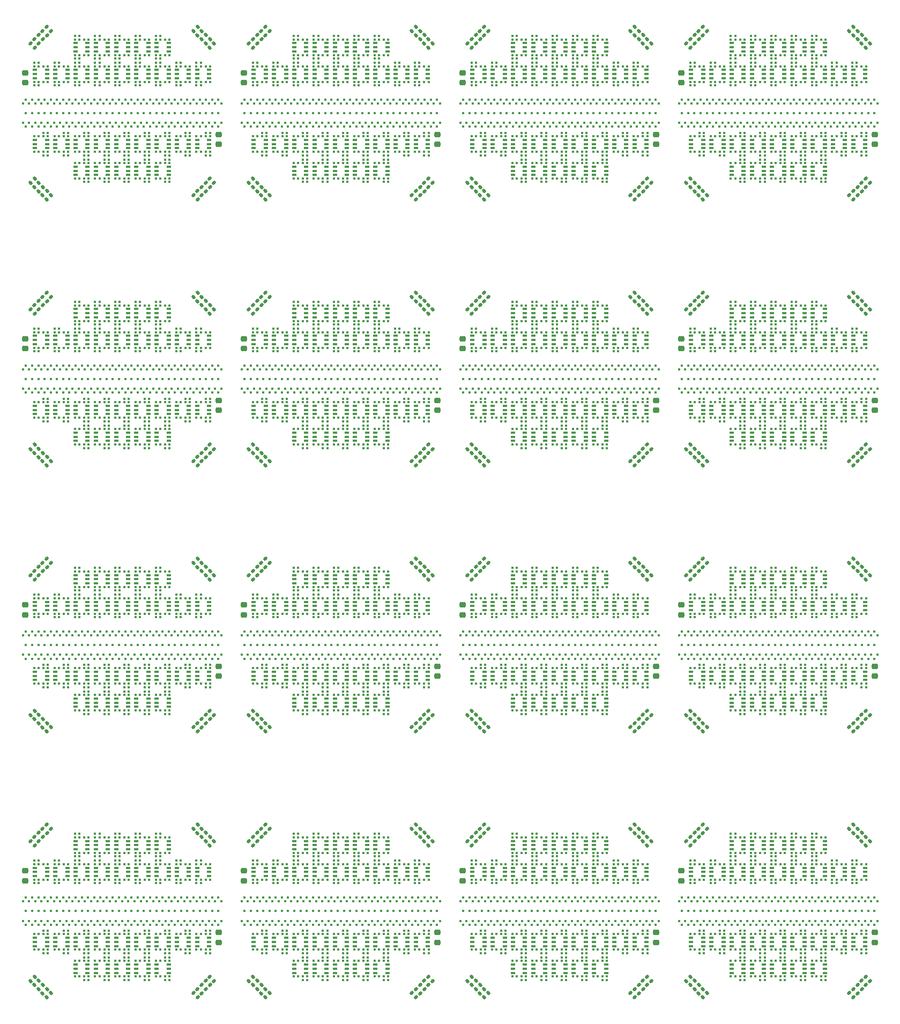
<source format=gbr>
%TF.GenerationSoftware,KiCad,Pcbnew,9.0.7*%
%TF.CreationDate,2026-02-10T13:35:23+01:00*%
%TF.ProjectId,S13552_64Ch_Adapter_BGA2803_V2_Pannel,53313335-3532-45f3-9634-43685f416461,1*%
%TF.SameCoordinates,PX345190fPYd3ff098*%
%TF.FileFunction,Paste,Top*%
%TF.FilePolarity,Positive*%
%FSLAX46Y46*%
G04 Gerber Fmt 4.6, Leading zero omitted, Abs format (unit mm)*
G04 Created by KiCad (PCBNEW 9.0.7) date 2026-02-10 13:35:23*
%MOMM*%
%LPD*%
G01*
G04 APERTURE LIST*
G04 Aperture macros list*
%AMRoundRect*
0 Rectangle with rounded corners*
0 $1 Rounding radius*
0 $2 $3 $4 $5 $6 $7 $8 $9 X,Y pos of 4 corners*
0 Add a 4 corners polygon primitive as box body*
4,1,4,$2,$3,$4,$5,$6,$7,$8,$9,$2,$3,0*
0 Add four circle primitives for the rounded corners*
1,1,$1+$1,$2,$3*
1,1,$1+$1,$4,$5*
1,1,$1+$1,$6,$7*
1,1,$1+$1,$8,$9*
0 Add four rect primitives between the rounded corners*
20,1,$1+$1,$2,$3,$4,$5,0*
20,1,$1+$1,$4,$5,$6,$7,0*
20,1,$1+$1,$6,$7,$8,$9,0*
20,1,$1+$1,$8,$9,$2,$3,0*%
G04 Aperture macros list end*
%ADD10RoundRect,0.079500X0.079500X0.100500X-0.079500X0.100500X-0.079500X-0.100500X0.079500X-0.100500X0*%
%ADD11RoundRect,0.225000X0.250000X-0.225000X0.250000X0.225000X-0.250000X0.225000X-0.250000X-0.225000X0*%
%ADD12RoundRect,0.079500X-0.079500X-0.100500X0.079500X-0.100500X0.079500X0.100500X-0.079500X0.100500X0*%
%ADD13RoundRect,0.100000X0.225000X0.100000X-0.225000X0.100000X-0.225000X-0.100000X0.225000X-0.100000X0*%
%ADD14RoundRect,0.140000X-0.021213X0.219203X-0.219203X0.021213X0.021213X-0.219203X0.219203X-0.021213X0*%
%ADD15RoundRect,0.140000X0.219203X0.021213X0.021213X0.219203X-0.219203X-0.021213X-0.021213X-0.219203X0*%
%ADD16RoundRect,0.100000X-0.225000X-0.100000X0.225000X-0.100000X0.225000X0.100000X-0.225000X0.100000X0*%
%ADD17C,0.450000*%
%ADD18RoundRect,0.140000X-0.219203X-0.021213X-0.021213X-0.219203X0.219203X0.021213X0.021213X0.219203X0*%
%ADD19RoundRect,0.140000X0.021213X-0.219203X0.219203X-0.021213X-0.021213X0.219203X-0.219203X0.021213X0*%
%ADD20RoundRect,0.225000X-0.250000X0.225000X-0.250000X-0.225000X0.250000X-0.225000X0.250000X0.225000X0*%
G04 APERTURE END LIST*
D10*
%TO.C,C34*%
X38939999Y32452893D03*
X38249999Y32452893D03*
%TD*%
D11*
%TO.C,C2*%
X82067106Y74294993D03*
X82067106Y75844993D03*
%TD*%
D10*
%TO.C,C43*%
X125109999Y36142893D03*
X124419999Y36142893D03*
%TD*%
D12*
%TO.C,C81*%
X33599999Y147392893D03*
X34289999Y147392893D03*
%TD*%
D10*
%TO.C,C9*%
X92019999Y74452893D03*
X91329999Y74452893D03*
%TD*%
%TO.C,R7*%
X24689999Y161442893D03*
X23999999Y161442893D03*
%TD*%
%TO.C,C62*%
X134709999Y123132893D03*
X134019999Y123132893D03*
%TD*%
D12*
%TO.C,R32*%
X63189999Y146852893D03*
X63879999Y146852893D03*
%TD*%
D13*
%TO.C,U9*%
X142439999Y117027893D03*
X142439999Y117677893D03*
X142439999Y118327893D03*
X140539999Y118327893D03*
X140539999Y117677893D03*
X140539999Y117027893D03*
%TD*%
D12*
%TO.C,C103*%
X22249999Y24382893D03*
X22939999Y24382893D03*
%TD*%
%TO.C,R24*%
X110529999Y104852893D03*
X111219999Y104852893D03*
%TD*%
D14*
%TO.C,C330*%
X15739410Y15839420D03*
X15060588Y15160598D03*
%TD*%
D10*
%TO.C,C41*%
X42139999Y34902893D03*
X41449999Y34902893D03*
%TD*%
%TO.C,R14*%
X93769999Y165672893D03*
X93079999Y165672893D03*
%TD*%
D15*
%TO.C,C324*%
X118710641Y122511819D03*
X118031819Y123190641D03*
%TD*%
D16*
%TO.C,U27*%
X24119999Y23267893D03*
X24119999Y22617893D03*
X24119999Y21967893D03*
X26019999Y21967893D03*
X26019999Y22617893D03*
X26019999Y23267893D03*
%TD*%
D12*
%TO.C,R22*%
X28649999Y100622893D03*
X29339999Y100622893D03*
%TD*%
D10*
%TO.C,C72*%
X34289999Y81132893D03*
X33599999Y81132893D03*
%TD*%
D17*
%TO.C,MPPC1*%
X43949999Y29050000D03*
X43459999Y25350000D03*
X43459999Y29650000D03*
X42969999Y25950000D03*
X42969999Y29050000D03*
X42479999Y25350000D03*
X42479999Y29650000D03*
X41989999Y25950000D03*
X41989999Y29050000D03*
X41499999Y25350000D03*
X41499999Y29650000D03*
X41009999Y25950000D03*
X41009999Y29050000D03*
X40519999Y25350000D03*
X40519999Y29650000D03*
X40029999Y25950000D03*
X40029999Y29050000D03*
X39539999Y25350000D03*
X39539999Y29650000D03*
X39049999Y25950000D03*
X39049999Y29050000D03*
X38559999Y25350000D03*
X38559999Y29650000D03*
X38069999Y25950000D03*
X38069999Y29050000D03*
X37579999Y25350000D03*
X37579999Y29650000D03*
X37089999Y25950000D03*
X37089999Y29050000D03*
X36599999Y25350000D03*
X36599999Y29650000D03*
X36109999Y25950000D03*
X36109999Y29050000D03*
X35619999Y25350000D03*
X35619999Y29650000D03*
X35129999Y25950000D03*
X35129999Y29050000D03*
X34639999Y25350000D03*
X34639999Y29650000D03*
X34149999Y25950000D03*
X34149999Y29050000D03*
X33659999Y25350000D03*
X33659999Y29650000D03*
X33169999Y25950000D03*
X33169999Y29050000D03*
X32679999Y25350000D03*
X32679999Y29650000D03*
X32189999Y25950000D03*
X32189999Y29050000D03*
X31699999Y25350000D03*
X31699999Y29650000D03*
X31209999Y25950000D03*
X31209999Y29050000D03*
X30719999Y25350000D03*
X30719999Y29650000D03*
X30229999Y25950000D03*
X30229999Y29050000D03*
X29739999Y25350000D03*
X29739999Y29650000D03*
X29249999Y25950000D03*
X29249999Y29050000D03*
X28759999Y25350000D03*
X28759999Y29650000D03*
X28269999Y25950000D03*
X28269999Y29050000D03*
X27779999Y25350000D03*
X27779999Y29650000D03*
X27289999Y25950000D03*
X27289999Y29050000D03*
X26799999Y25350000D03*
X26799999Y29650000D03*
X26309999Y25950000D03*
X26309999Y29050000D03*
X25819999Y25350000D03*
X25819999Y29650000D03*
X25329999Y25950000D03*
X25329999Y29050000D03*
X24839999Y25350000D03*
X24839999Y29650000D03*
X24349999Y25950000D03*
X24349999Y29050000D03*
X23859999Y25350000D03*
X23859999Y29650000D03*
X23369999Y25950000D03*
X23369999Y29050000D03*
X22879999Y25350000D03*
X22879999Y29650000D03*
X22389999Y25950000D03*
X22389999Y29050000D03*
X21899999Y25350000D03*
X21899999Y29650000D03*
X21409999Y25950000D03*
X21409999Y29050000D03*
X20919999Y25350000D03*
X20919999Y29650000D03*
X20429999Y25950000D03*
X20429999Y29050000D03*
X19939999Y25350000D03*
X19939999Y29650000D03*
X19449999Y25950000D03*
X19449999Y29050000D03*
X18959999Y25350000D03*
X18959999Y29650000D03*
X18469999Y25950000D03*
X18469999Y29050000D03*
X17979999Y25350000D03*
X17979999Y29650000D03*
X17489999Y25950000D03*
X17489999Y29050000D03*
X16999999Y25350000D03*
X16999999Y29650000D03*
X16509999Y25950000D03*
X16509999Y29050000D03*
X16019999Y25350000D03*
X16019999Y29650000D03*
X15529999Y25950000D03*
X15529999Y29050000D03*
X15039999Y25350000D03*
X15039999Y29650000D03*
X14549999Y25950000D03*
X14549999Y29050000D03*
X14059999Y25350000D03*
X14059999Y29650000D03*
X13569999Y25950000D03*
X13569999Y29050000D03*
X13079999Y25350000D03*
X13079999Y29650000D03*
X12589999Y25950000D03*
X28759999Y27500000D03*
X29739999Y27500000D03*
X30719999Y27500000D03*
X31699999Y27500000D03*
X32679999Y27500000D03*
X33659999Y27500000D03*
X34639999Y27500000D03*
X35619999Y27500000D03*
X36599999Y27500000D03*
X37579999Y27500000D03*
X38559999Y27500000D03*
X39539999Y27500000D03*
X40519999Y27500000D03*
X41499999Y27500000D03*
X42479999Y27500000D03*
X43459999Y27500000D03*
X43949999Y25950000D03*
X12589999Y29050000D03*
X13079999Y27500000D03*
X14059999Y27500000D03*
X15039999Y27500000D03*
X16019999Y27500000D03*
X16999999Y27500000D03*
X17979999Y27500000D03*
X18959999Y27500000D03*
X19939999Y27500000D03*
X20919999Y27500000D03*
X21899999Y27500000D03*
X22879999Y27500000D03*
X23859999Y27500000D03*
X24839999Y27500000D03*
X25819999Y27500000D03*
X26799999Y27500000D03*
X27779999Y27500000D03*
%TD*%
D12*
%TO.C,C116*%
X55339999Y143162893D03*
X56029999Y143162893D03*
%TD*%
D13*
%TO.C,U12*%
X26019999Y163257893D03*
X26019999Y163907893D03*
X26019999Y164557893D03*
X24119999Y164557893D03*
X24119999Y163907893D03*
X24119999Y163257893D03*
%TD*%
D10*
%TO.C,R11*%
X106569999Y35442893D03*
X105879999Y35442893D03*
%TD*%
%TO.C,C21*%
X63879999Y118902893D03*
X63189999Y118902893D03*
%TD*%
D12*
%TO.C,R28*%
X66389999Y142622893D03*
X67079999Y142622893D03*
%TD*%
D11*
%TO.C,C2*%
X82067106Y116294993D03*
X82067106Y117844993D03*
%TD*%
D18*
%TO.C,C338*%
X111178129Y59136961D03*
X111856951Y58458139D03*
%TD*%
D12*
%TO.C,C96*%
X86679999Y21392893D03*
X87369999Y21392893D03*
%TD*%
%TO.C,C88*%
X97729999Y104152893D03*
X98419999Y104152893D03*
%TD*%
D10*
%TO.C,C29*%
X70279999Y74452893D03*
X69589999Y74452893D03*
%TD*%
D12*
%TO.C,C123*%
X129069999Y66382893D03*
X129759999Y66382893D03*
%TD*%
%TO.C,C120*%
X66389999Y103612893D03*
X67079999Y103612893D03*
%TD*%
D16*
%TO.C,U28*%
X102799999Y19037893D03*
X102799999Y18387893D03*
X102799999Y17737893D03*
X104699999Y17737893D03*
X104699999Y18387893D03*
X104699999Y19037893D03*
%TD*%
D12*
%TO.C,R22*%
X63189999Y58622893D03*
X63879999Y58622893D03*
%TD*%
D10*
%TO.C,C8*%
X21489999Y31912893D03*
X20799999Y31912893D03*
%TD*%
D12*
%TO.C,C121*%
X30399999Y101162893D03*
X31089999Y101162893D03*
%TD*%
D13*
%TO.C,U11*%
X22819999Y163257893D03*
X22819999Y163907893D03*
X22819999Y164557893D03*
X20919999Y164557893D03*
X20919999Y163907893D03*
X20919999Y163257893D03*
%TD*%
%TO.C,U9*%
X38819999Y75027893D03*
X38819999Y75677893D03*
X38819999Y76327893D03*
X36919999Y76327893D03*
X36919999Y75677893D03*
X36919999Y75027893D03*
%TD*%
D12*
%TO.C,C116*%
X55339999Y17162893D03*
X56029999Y17162893D03*
%TD*%
%TO.C,C124*%
X58539999Y65842893D03*
X59229999Y65842893D03*
%TD*%
%TO.C,C101*%
X39999999Y105392893D03*
X40689999Y105392893D03*
%TD*%
D16*
%TO.C,U30*%
X61859999Y65267893D03*
X61859999Y64617893D03*
X61859999Y63967893D03*
X63759999Y63967893D03*
X63759999Y64617893D03*
X63759999Y65267893D03*
%TD*%
D12*
%TO.C,C125*%
X94529999Y23842893D03*
X95219999Y23842893D03*
%TD*%
D10*
%TO.C,C37*%
X72029999Y34902893D03*
X71339999Y34902893D03*
%TD*%
%TO.C,C18*%
X62429999Y115912893D03*
X61739999Y115912893D03*
%TD*%
%TO.C,C28*%
X103369999Y73912893D03*
X102679999Y73912893D03*
%TD*%
D13*
%TO.C,U10*%
X145639999Y159027893D03*
X145639999Y159677893D03*
X145639999Y160327893D03*
X143739999Y160327893D03*
X143739999Y159677893D03*
X143739999Y159027893D03*
%TD*%
D12*
%TO.C,C107*%
X22249999Y105392893D03*
X22939999Y105392893D03*
%TD*%
%TO.C,R27*%
X91329999Y100622893D03*
X92019999Y100622893D03*
%TD*%
D10*
%TO.C,R6*%
X21489999Y35442893D03*
X20799999Y35442893D03*
%TD*%
%TO.C,C35*%
X37489999Y74452893D03*
X36799999Y74452893D03*
%TD*%
D13*
%TO.C,U5*%
X26019999Y159027893D03*
X26019999Y159677893D03*
X26019999Y160327893D03*
X24119999Y160327893D03*
X24119999Y159677893D03*
X24119999Y159027893D03*
%TD*%
D16*
%TO.C,U22*%
X143739999Y23267893D03*
X143739999Y22617893D03*
X143739999Y21967893D03*
X145639999Y21967893D03*
X145639999Y22617893D03*
X145639999Y23267893D03*
%TD*%
D10*
%TO.C,C23*%
X100169999Y73912893D03*
X99479999Y73912893D03*
%TD*%
D16*
%TO.C,U19*%
X134139999Y23267893D03*
X134139999Y22617893D03*
X134139999Y21967893D03*
X136039999Y21967893D03*
X136039999Y22617893D03*
X136039999Y23267893D03*
%TD*%
%TO.C,U30*%
X27319999Y65267893D03*
X27319999Y64617893D03*
X27319999Y63967893D03*
X29219999Y63967893D03*
X29219999Y64617893D03*
X29219999Y65267893D03*
%TD*%
D10*
%TO.C,C21*%
X29339999Y118902893D03*
X28649999Y118902893D03*
%TD*%
%TO.C,C53*%
X27889999Y162142893D03*
X27199999Y162142893D03*
%TD*%
D12*
%TO.C,C88*%
X63189999Y62152893D03*
X63879999Y62152893D03*
%TD*%
%TO.C,R32*%
X97729999Y62852893D03*
X98419999Y62852893D03*
%TD*%
D10*
%TO.C,C55*%
X96969999Y162682893D03*
X96279999Y162682893D03*
%TD*%
%TO.C,C28*%
X103369999Y115912893D03*
X102679999Y115912893D03*
%TD*%
%TO.C,C45*%
X90569999Y162682893D03*
X89879999Y162682893D03*
%TD*%
D12*
%TO.C,C127*%
X94529999Y105392893D03*
X95219999Y105392893D03*
%TD*%
D10*
%TO.C,C43*%
X56029999Y120142893D03*
X55339999Y120142893D03*
%TD*%
D12*
%TO.C,C109*%
X93079999Y103612893D03*
X93769999Y103612893D03*
%TD*%
%TO.C,C105*%
X125869999Y65842893D03*
X126559999Y65842893D03*
%TD*%
D16*
%TO.C,U26*%
X65059999Y145037893D03*
X65059999Y144387893D03*
X65059999Y143737893D03*
X66959999Y143737893D03*
X66959999Y144387893D03*
X66959999Y145037893D03*
%TD*%
D10*
%TO.C,C37*%
X141109999Y118902893D03*
X140419999Y118902893D03*
%TD*%
D12*
%TO.C,C125*%
X25449999Y149842893D03*
X26139999Y149842893D03*
%TD*%
%TO.C,C128*%
X69589999Y104152893D03*
X70279999Y104152893D03*
%TD*%
%TO.C,C128*%
X69589999Y62152893D03*
X70279999Y62152893D03*
%TD*%
D19*
%TO.C,C334*%
X143771818Y165809359D03*
X144450640Y166488181D03*
%TD*%
D16*
%TO.C,U19*%
X65059999Y107267893D03*
X65059999Y106617893D03*
X65059999Y105967893D03*
X66959999Y105967893D03*
X66959999Y106617893D03*
X66959999Y107267893D03*
%TD*%
D12*
%TO.C,C114*%
X124419999Y61612893D03*
X125109999Y61612893D03*
%TD*%
D10*
%TO.C,C11*%
X92019999Y118902893D03*
X91329999Y118902893D03*
%TD*%
D12*
%TO.C,C93*%
X122669999Y150382893D03*
X123359999Y150382893D03*
%TD*%
%TO.C,C81*%
X137219999Y105392893D03*
X137909999Y105392893D03*
%TD*%
D10*
%TO.C,C10*%
X90569999Y158452893D03*
X89879999Y158452893D03*
%TD*%
D12*
%TO.C,C85*%
X100929999Y107842893D03*
X101619999Y107842893D03*
%TD*%
D10*
%TO.C,R15*%
X62429999Y165672893D03*
X61739999Y165672893D03*
%TD*%
%TO.C,R11*%
X37489999Y35442893D03*
X36799999Y35442893D03*
%TD*%
D20*
%TO.C,C1*%
X43557106Y150112893D03*
X43557106Y148562893D03*
%TD*%
D16*
%TO.C,U27*%
X127739999Y65267893D03*
X127739999Y64617893D03*
X127739999Y63967893D03*
X129639999Y63967893D03*
X129639999Y64617893D03*
X129639999Y65267893D03*
%TD*%
D20*
%TO.C,C1*%
X147177106Y66112893D03*
X147177106Y64562893D03*
%TD*%
D10*
%TO.C,C44*%
X57479999Y36682893D03*
X56789999Y36682893D03*
%TD*%
%TO.C,C46*%
X22939999Y123132893D03*
X22249999Y123132893D03*
%TD*%
D12*
%TO.C,C90*%
X132269999Y103612893D03*
X132959999Y103612893D03*
%TD*%
%TO.C,R19*%
X107329999Y62852893D03*
X108019999Y62852893D03*
%TD*%
%TO.C,C100*%
X41449999Y107842893D03*
X42139999Y107842893D03*
%TD*%
D13*
%TO.C,U13*%
X63759999Y121257893D03*
X63759999Y121907893D03*
X63759999Y122557893D03*
X61859999Y122557893D03*
X61859999Y121907893D03*
X61859999Y121257893D03*
%TD*%
D12*
%TO.C,C80*%
X35049999Y65842893D03*
X35739999Y65842893D03*
%TD*%
D16*
%TO.C,U17*%
X140539999Y107267893D03*
X140539999Y106617893D03*
X140539999Y105967893D03*
X142439999Y105967893D03*
X142439999Y106617893D03*
X142439999Y107267893D03*
%TD*%
D10*
%TO.C,C31*%
X104819999Y160902893D03*
X104129999Y160902893D03*
%TD*%
%TO.C,C28*%
X34289999Y31912893D03*
X33599999Y31912893D03*
%TD*%
D12*
%TO.C,R30*%
X138669999Y142622893D03*
X139359999Y142622893D03*
%TD*%
%TO.C,C84*%
X64939999Y107842893D03*
X65629999Y107842893D03*
%TD*%
%TO.C,C96*%
X121219999Y63392893D03*
X121909999Y63392893D03*
%TD*%
%TO.C,C124*%
X127619999Y65842893D03*
X128309999Y65842893D03*
%TD*%
%TO.C,R22*%
X97729999Y100622893D03*
X98419999Y100622893D03*
%TD*%
%TO.C,C124*%
X93079999Y23842893D03*
X93769999Y23842893D03*
%TD*%
%TO.C,C80*%
X35049999Y23842893D03*
X35739999Y23842893D03*
%TD*%
%TO.C,C118*%
X100929999Y20152893D03*
X101619999Y20152893D03*
%TD*%
%TO.C,C102*%
X110529999Y63392893D03*
X111219999Y63392893D03*
%TD*%
%TO.C,C101*%
X143619999Y63392893D03*
X144309999Y63392893D03*
%TD*%
D10*
%TO.C,R9*%
X31089999Y161442893D03*
X30399999Y161442893D03*
%TD*%
D12*
%TO.C,C136*%
X118019999Y105392893D03*
X118709999Y105392893D03*
%TD*%
D10*
%TO.C,C12*%
X125109999Y76902893D03*
X124419999Y76902893D03*
%TD*%
%TO.C,C45*%
X21489999Y162682893D03*
X20799999Y162682893D03*
%TD*%
D13*
%TO.C,U11*%
X91899999Y163257893D03*
X91899999Y163907893D03*
X91899999Y164557893D03*
X89999999Y164557893D03*
X89999999Y163907893D03*
X89999999Y163257893D03*
%TD*%
D12*
%TO.C,C109*%
X23999999Y19612893D03*
X24689999Y19612893D03*
%TD*%
D18*
%TO.C,C338*%
X111178129Y143136961D03*
X111856951Y142458139D03*
%TD*%
D12*
%TO.C,C102*%
X75989999Y63392893D03*
X76679999Y63392893D03*
%TD*%
D16*
%TO.C,U18*%
X33719999Y23267893D03*
X33719999Y22617893D03*
X33719999Y21967893D03*
X35619999Y21967893D03*
X35619999Y22617893D03*
X35619999Y23267893D03*
%TD*%
D10*
%TO.C,C32*%
X68829999Y160902893D03*
X68139999Y160902893D03*
%TD*%
%TO.C,C67*%
X87369999Y76902893D03*
X86679999Y76902893D03*
%TD*%
D16*
%TO.C,U30*%
X27319999Y107267893D03*
X27319999Y106617893D03*
X27319999Y105967893D03*
X29219999Y105967893D03*
X29219999Y106617893D03*
X29219999Y107267893D03*
%TD*%
D10*
%TO.C,C22*%
X27889999Y118902893D03*
X27199999Y118902893D03*
%TD*%
D12*
%TO.C,C116*%
X55339999Y101162893D03*
X56029999Y101162893D03*
%TD*%
D10*
%TO.C,C64*%
X88819999Y32452893D03*
X88129999Y32452893D03*
%TD*%
%TO.C,C11*%
X126559999Y34902893D03*
X125869999Y34902893D03*
%TD*%
D13*
%TO.C,U4*%
X91899999Y75027893D03*
X91899999Y75677893D03*
X91899999Y76327893D03*
X89999999Y76327893D03*
X89999999Y75677893D03*
X89999999Y75027893D03*
%TD*%
D12*
%TO.C,C118*%
X31849999Y62152893D03*
X32539999Y62152893D03*
%TD*%
D10*
%TO.C,C4*%
X85619999Y116452893D03*
X84929999Y116452893D03*
%TD*%
D13*
%TO.C,U14*%
X101499999Y79257893D03*
X101499999Y79907893D03*
X101499999Y80557893D03*
X99599999Y80557893D03*
X99599999Y79907893D03*
X99599999Y79257893D03*
%TD*%
D12*
%TO.C,C111*%
X127619999Y59162893D03*
X128309999Y59162893D03*
%TD*%
D18*
%TO.C,C341*%
X143771818Y141190650D03*
X144450640Y140511828D03*
%TD*%
D12*
%TO.C,C121*%
X64939999Y59162893D03*
X65629999Y59162893D03*
%TD*%
%TO.C,C97*%
X19049999Y105392893D03*
X19739999Y105392893D03*
%TD*%
D10*
%TO.C,C27*%
X65629999Y34902893D03*
X64939999Y34902893D03*
%TD*%
D13*
%TO.C,U13*%
X98299999Y79257893D03*
X98299999Y79907893D03*
X98299999Y80557893D03*
X96399999Y80557893D03*
X96399999Y79907893D03*
X96399999Y79257893D03*
%TD*%
D10*
%TO.C,C72*%
X103369999Y39132893D03*
X102679999Y39132893D03*
%TD*%
%TO.C,C60*%
X65629999Y120682893D03*
X64939999Y120682893D03*
%TD*%
D12*
%TO.C,C107*%
X91329999Y63392893D03*
X92019999Y63392893D03*
%TD*%
D16*
%TO.C,U22*%
X143739999Y107267893D03*
X143739999Y106617893D03*
X143739999Y105967893D03*
X145639999Y105967893D03*
X145639999Y106617893D03*
X145639999Y107267893D03*
%TD*%
D13*
%TO.C,U10*%
X145639999Y33027893D03*
X145639999Y33677893D03*
X145639999Y34327893D03*
X143739999Y34327893D03*
X143739999Y33677893D03*
X143739999Y33027893D03*
%TD*%
D10*
%TO.C,C26*%
X101619999Y118902893D03*
X100929999Y118902893D03*
%TD*%
%TO.C,C67*%
X121909999Y76902893D03*
X121219999Y76902893D03*
%TD*%
%TO.C,C21*%
X29339999Y160902893D03*
X28649999Y160902893D03*
%TD*%
%TO.C,C53*%
X131509999Y36142893D03*
X130819999Y36142893D03*
%TD*%
%TO.C,C25*%
X134709999Y116452893D03*
X134019999Y116452893D03*
%TD*%
%TO.C,C36*%
X73479999Y76902893D03*
X72789999Y76902893D03*
%TD*%
D12*
%TO.C,C137*%
X15849999Y105392893D03*
X16539999Y105392893D03*
%TD*%
D10*
%TO.C,C50*%
X59229999Y78682893D03*
X58539999Y78682893D03*
%TD*%
D19*
%TO.C,C337*%
X42098129Y121863048D03*
X42776951Y122541870D03*
%TD*%
D12*
%TO.C,C99*%
X109079999Y65842893D03*
X109769999Y65842893D03*
%TD*%
D10*
%TO.C,C35*%
X37489999Y158452893D03*
X36799999Y158452893D03*
%TD*%
D13*
%TO.C,U11*%
X126439999Y163257893D03*
X126439999Y163907893D03*
X126439999Y164557893D03*
X124539999Y164557893D03*
X124539999Y163907893D03*
X124539999Y163257893D03*
%TD*%
D12*
%TO.C,C94*%
X86679999Y23842893D03*
X87369999Y23842893D03*
%TD*%
D10*
%TO.C,C68*%
X103369999Y36142893D03*
X102679999Y36142893D03*
%TD*%
%TO.C,R15*%
X96969999Y39672893D03*
X96279999Y39672893D03*
%TD*%
D15*
%TO.C,C327*%
X86116952Y40458130D03*
X85438130Y41136952D03*
%TD*%
D18*
%TO.C,C339*%
X145069358Y16488190D03*
X145748180Y15809368D03*
%TD*%
D10*
%TO.C,C20*%
X27889999Y116452893D03*
X27199999Y116452893D03*
%TD*%
D13*
%TO.C,U14*%
X101499999Y37257893D03*
X101499999Y37907893D03*
X101499999Y38557893D03*
X99599999Y38557893D03*
X99599999Y37907893D03*
X99599999Y37257893D03*
%TD*%
D12*
%TO.C,R32*%
X28649999Y146852893D03*
X29339999Y146852893D03*
%TD*%
%TO.C,R32*%
X28649999Y20852893D03*
X29339999Y20852893D03*
%TD*%
D10*
%TO.C,C27*%
X31089999Y118902893D03*
X30399999Y118902893D03*
%TD*%
D19*
%TO.C,C335*%
X40800588Y39160589D03*
X41479410Y39839411D03*
%TD*%
D10*
%TO.C,C41*%
X111219999Y160902893D03*
X110529999Y160902893D03*
%TD*%
%TO.C,C65*%
X18289999Y158452893D03*
X17599999Y158452893D03*
%TD*%
%TO.C,C51*%
X129759999Y123132893D03*
X129069999Y123132893D03*
%TD*%
D13*
%TO.C,U15*%
X88699999Y75027893D03*
X88699999Y75677893D03*
X88699999Y76327893D03*
X86799999Y76327893D03*
X86799999Y75677893D03*
X86799999Y75027893D03*
%TD*%
D10*
%TO.C,C47*%
X125109999Y165132893D03*
X124419999Y165132893D03*
%TD*%
D12*
%TO.C,C121*%
X30399999Y59162893D03*
X31089999Y59162893D03*
%TD*%
D10*
%TO.C,C63*%
X87369999Y31912893D03*
X86679999Y31912893D03*
%TD*%
D14*
%TO.C,C332*%
X14441869Y101136961D03*
X13763047Y100458139D03*
%TD*%
D16*
%TO.C,U18*%
X102799999Y107267893D03*
X102799999Y106617893D03*
X102799999Y105967893D03*
X104699999Y105967893D03*
X104699999Y106617893D03*
X104699999Y107267893D03*
%TD*%
D13*
%TO.C,U7*%
X136039999Y33027893D03*
X136039999Y33677893D03*
X136039999Y34327893D03*
X134139999Y34327893D03*
X134139999Y33677893D03*
X134139999Y33027893D03*
%TD*%
%TO.C,U9*%
X38819999Y117027893D03*
X38819999Y117677893D03*
X38819999Y118327893D03*
X36919999Y118327893D03*
X36919999Y117677893D03*
X36919999Y117027893D03*
%TD*%
D15*
%TO.C,C324*%
X15090641Y164511819D03*
X14411819Y165190641D03*
%TD*%
D10*
%TO.C,C70*%
X103369999Y78682893D03*
X102679999Y78682893D03*
%TD*%
%TO.C,C41*%
X145759999Y34902893D03*
X145069999Y34902893D03*
%TD*%
D12*
%TO.C,C120*%
X135469999Y145612893D03*
X136159999Y145612893D03*
%TD*%
D19*
%TO.C,C336*%
X41449358Y80511819D03*
X42128180Y81190641D03*
%TD*%
D12*
%TO.C,C117*%
X91329999Y143162893D03*
X92019999Y143162893D03*
%TD*%
%TO.C,R19*%
X141869999Y62852893D03*
X142559999Y62852893D03*
%TD*%
D10*
%TO.C,R13*%
X56029999Y81672893D03*
X55339999Y81672893D03*
%TD*%
D12*
%TO.C,C131*%
X137219999Y143162893D03*
X137909999Y143162893D03*
%TD*%
%TO.C,C82*%
X138669999Y21392893D03*
X139359999Y21392893D03*
%TD*%
D10*
%TO.C,R10*%
X103369999Y77442893D03*
X102679999Y77442893D03*
%TD*%
%TO.C,C14*%
X95219999Y74452893D03*
X94529999Y74452893D03*
%TD*%
D15*
%TO.C,C324*%
X84170641Y164511819D03*
X83491819Y165190641D03*
%TD*%
D10*
%TO.C,C56*%
X98419999Y81132893D03*
X97729999Y81132893D03*
%TD*%
D12*
%TO.C,C97*%
X122669999Y105392893D03*
X123359999Y105392893D03*
%TD*%
D10*
%TO.C,C53*%
X27889999Y78142893D03*
X27199999Y78142893D03*
%TD*%
D16*
%TO.C,U26*%
X134139999Y145037893D03*
X134139999Y144387893D03*
X134139999Y143737893D03*
X136039999Y143737893D03*
X136039999Y144387893D03*
X136039999Y145037893D03*
%TD*%
D12*
%TO.C,C75*%
X38249999Y107842893D03*
X38939999Y107842893D03*
%TD*%
D10*
%TO.C,C19*%
X132959999Y74452893D03*
X132269999Y74452893D03*
%TD*%
%TO.C,C28*%
X137909999Y115912893D03*
X137219999Y115912893D03*
%TD*%
D12*
%TO.C,C127*%
X59989999Y105392893D03*
X60679999Y105392893D03*
%TD*%
%TO.C,C107*%
X56789999Y105392893D03*
X57479999Y105392893D03*
%TD*%
%TO.C,C133*%
X15849999Y66382893D03*
X16539999Y66382893D03*
%TD*%
%TO.C,R19*%
X38249999Y104852893D03*
X38939999Y104852893D03*
%TD*%
%TO.C,C128*%
X138669999Y146152893D03*
X139359999Y146152893D03*
%TD*%
D14*
%TO.C,C332*%
X118061869Y143136961D03*
X117383047Y142458139D03*
%TD*%
D12*
%TO.C,C129*%
X137219999Y19612893D03*
X137909999Y19612893D03*
%TD*%
D10*
%TO.C,C18*%
X131509999Y31912893D03*
X130819999Y31912893D03*
%TD*%
D12*
%TO.C,C110*%
X129069999Y61612893D03*
X129759999Y61612893D03*
%TD*%
D10*
%TO.C,C59*%
X67079999Y36682893D03*
X66389999Y36682893D03*
%TD*%
%TO.C,C33*%
X141109999Y115912893D03*
X140419999Y115912893D03*
%TD*%
%TO.C,C35*%
X141109999Y32452893D03*
X140419999Y32452893D03*
%TD*%
D12*
%TO.C,C104*%
X89879999Y107842893D03*
X90569999Y107842893D03*
%TD*%
%TO.C,C91*%
X130819999Y143162893D03*
X131509999Y143162893D03*
%TD*%
D16*
%TO.C,U29*%
X49059999Y23267893D03*
X49059999Y22617893D03*
X49059999Y21967893D03*
X50959999Y21967893D03*
X50959999Y22617893D03*
X50959999Y23267893D03*
%TD*%
D10*
%TO.C,C21*%
X98419999Y34902893D03*
X97729999Y34902893D03*
%TD*%
D12*
%TO.C,C117*%
X91329999Y101162893D03*
X92019999Y101162893D03*
%TD*%
%TO.C,C107*%
X125869999Y21392893D03*
X126559999Y21392893D03*
%TD*%
D19*
%TO.C,C335*%
X109880588Y39160589D03*
X110559410Y39839411D03*
%TD*%
D10*
%TO.C,R7*%
X93769999Y77442893D03*
X93079999Y77442893D03*
%TD*%
D12*
%TO.C,C115*%
X56789999Y19612893D03*
X57479999Y19612893D03*
%TD*%
D16*
%TO.C,U20*%
X27319999Y19037893D03*
X27319999Y18387893D03*
X27319999Y17737893D03*
X29219999Y17737893D03*
X29219999Y18387893D03*
X29219999Y19037893D03*
%TD*%
D12*
%TO.C,C141*%
X27199999Y105392893D03*
X27889999Y105392893D03*
%TD*%
D10*
%TO.C,C3*%
X49629999Y115912893D03*
X48939999Y115912893D03*
%TD*%
D12*
%TO.C,C132*%
X138669999Y59162893D03*
X139359999Y59162893D03*
%TD*%
D15*
%TO.C,C326*%
X85468181Y123809359D03*
X84789359Y124488181D03*
%TD*%
D13*
%TO.C,U15*%
X123239999Y159027893D03*
X123239999Y159677893D03*
X123239999Y160327893D03*
X121339999Y160327893D03*
X121339999Y159677893D03*
X121339999Y159027893D03*
%TD*%
D16*
%TO.C,U21*%
X52259999Y107267893D03*
X52259999Y106617893D03*
X52259999Y105967893D03*
X54159999Y105967893D03*
X54159999Y106617893D03*
X54159999Y107267893D03*
%TD*%
D19*
%TO.C,C333*%
X74043047Y124458130D03*
X74721869Y125136952D03*
%TD*%
D11*
%TO.C,C2*%
X82067106Y158294993D03*
X82067106Y159844993D03*
%TD*%
D12*
%TO.C,C108*%
X129069999Y104152893D03*
X129759999Y104152893D03*
%TD*%
%TO.C,C90*%
X28649999Y103612893D03*
X29339999Y103612893D03*
%TD*%
D13*
%TO.C,U10*%
X145639999Y75027893D03*
X145639999Y75677893D03*
X145639999Y76327893D03*
X143739999Y76327893D03*
X143739999Y75677893D03*
X143739999Y75027893D03*
%TD*%
D12*
%TO.C,C142*%
X97729999Y147392893D03*
X98419999Y147392893D03*
%TD*%
D13*
%TO.C,U10*%
X111099999Y75027893D03*
X111099999Y75677893D03*
X111099999Y76327893D03*
X109199999Y76327893D03*
X109199999Y75677893D03*
X109199999Y75027893D03*
%TD*%
D10*
%TO.C,R17*%
X121909999Y119442893D03*
X121219999Y119442893D03*
%TD*%
D16*
%TO.C,U18*%
X102799999Y65267893D03*
X102799999Y64617893D03*
X102799999Y63967893D03*
X104699999Y63967893D03*
X104699999Y64617893D03*
X104699999Y65267893D03*
%TD*%
D12*
%TO.C,C117*%
X56789999Y59162893D03*
X57479999Y59162893D03*
%TD*%
D10*
%TO.C,C65*%
X121909999Y158452893D03*
X121219999Y158452893D03*
%TD*%
D12*
%TO.C,C73*%
X141869999Y24382893D03*
X142559999Y24382893D03*
%TD*%
D10*
%TO.C,C34*%
X108019999Y158452893D03*
X107329999Y158452893D03*
%TD*%
D12*
%TO.C,R25*%
X91329999Y146852893D03*
X92019999Y146852893D03*
%TD*%
%TO.C,C112*%
X94529999Y143162893D03*
X95219999Y143162893D03*
%TD*%
D13*
%TO.C,U12*%
X60559999Y37257893D03*
X60559999Y37907893D03*
X60559999Y38557893D03*
X58659999Y38557893D03*
X58659999Y37907893D03*
X58659999Y37257893D03*
%TD*%
D12*
%TO.C,C135*%
X15849999Y65842893D03*
X16539999Y65842893D03*
%TD*%
%TO.C,C99*%
X109079999Y149842893D03*
X109769999Y149842893D03*
%TD*%
%TO.C,C142*%
X63189999Y147392893D03*
X63879999Y147392893D03*
%TD*%
%TO.C,C84*%
X134019999Y65842893D03*
X134709999Y65842893D03*
%TD*%
D10*
%TO.C,R201*%
X49629999Y119442893D03*
X48939999Y119442893D03*
%TD*%
D12*
%TO.C,C120*%
X135469999Y103612893D03*
X136159999Y103612893D03*
%TD*%
%TO.C,R22*%
X97729999Y142622893D03*
X98419999Y142622893D03*
%TD*%
%TO.C,C122*%
X100929999Y17162893D03*
X101619999Y17162893D03*
%TD*%
D19*
%TO.C,C334*%
X40151818Y123809359D03*
X40830640Y124488181D03*
%TD*%
D12*
%TO.C,C87*%
X100929999Y63392893D03*
X101619999Y63392893D03*
%TD*%
D16*
%TO.C,U18*%
X137339999Y23267893D03*
X137339999Y22617893D03*
X137339999Y21967893D03*
X139239999Y21967893D03*
X139239999Y22617893D03*
X139239999Y23267893D03*
%TD*%
D12*
%TO.C,R31*%
X15849999Y62852893D03*
X16539999Y62852893D03*
%TD*%
%TO.C,C117*%
X56789999Y143162893D03*
X57479999Y143162893D03*
%TD*%
D10*
%TO.C,C50*%
X59229999Y120682893D03*
X58539999Y120682893D03*
%TD*%
%TO.C,C71*%
X139359999Y123132893D03*
X138669999Y123132893D03*
%TD*%
D13*
%TO.C,U11*%
X22819999Y121257893D03*
X22819999Y121907893D03*
X22819999Y122557893D03*
X20919999Y122557893D03*
X20919999Y121907893D03*
X20919999Y121257893D03*
%TD*%
D12*
%TO.C,C92*%
X97729999Y143162893D03*
X98419999Y143162893D03*
%TD*%
D16*
%TO.C,U20*%
X27319999Y61037893D03*
X27319999Y60387893D03*
X27319999Y59737893D03*
X29219999Y59737893D03*
X29219999Y60387893D03*
X29219999Y61037893D03*
%TD*%
D12*
%TO.C,C99*%
X39999999Y65842893D03*
X40689999Y65842893D03*
%TD*%
D10*
%TO.C,C39*%
X42139999Y158452893D03*
X41449999Y158452893D03*
%TD*%
%TO.C,C36*%
X142559999Y160902893D03*
X141869999Y160902893D03*
%TD*%
%TO.C,C5*%
X84169999Y116452893D03*
X83479999Y116452893D03*
%TD*%
D16*
%TO.C,U25*%
X89999999Y19037893D03*
X89999999Y18387893D03*
X89999999Y17737893D03*
X91899999Y17737893D03*
X91899999Y18387893D03*
X91899999Y19037893D03*
%TD*%
D10*
%TO.C,R9*%
X31089999Y35442893D03*
X30399999Y35442893D03*
%TD*%
D13*
%TO.C,U16*%
X70159999Y79257893D03*
X70159999Y79907893D03*
X70159999Y80557893D03*
X68259999Y80557893D03*
X68259999Y79907893D03*
X68259999Y79257893D03*
%TD*%
D19*
%TO.C,C337*%
X145718129Y121863048D03*
X146396951Y122541870D03*
%TD*%
D12*
%TO.C,C128*%
X138669999Y104152893D03*
X139359999Y104152893D03*
%TD*%
D10*
%TO.C,C65*%
X52829999Y32452893D03*
X52139999Y32452893D03*
%TD*%
%TO.C,C64*%
X19739999Y74452893D03*
X19049999Y74452893D03*
%TD*%
D12*
%TO.C,C81*%
X102679999Y105392893D03*
X103369999Y105392893D03*
%TD*%
%TO.C,C124*%
X93079999Y149842893D03*
X93769999Y149842893D03*
%TD*%
D10*
%TO.C,C72*%
X103369999Y81132893D03*
X102679999Y81132893D03*
%TD*%
D13*
%TO.C,U16*%
X35619999Y121257893D03*
X35619999Y121907893D03*
X35619999Y122557893D03*
X33719999Y122557893D03*
X33719999Y121907893D03*
X33719999Y121257893D03*
%TD*%
D10*
%TO.C,C71*%
X70279999Y123132893D03*
X69589999Y123132893D03*
%TD*%
%TO.C,C58*%
X65629999Y36142893D03*
X64939999Y36142893D03*
%TD*%
D12*
%TO.C,R30*%
X69589999Y142622893D03*
X70279999Y142622893D03*
%TD*%
D10*
%TO.C,C17*%
X24689999Y76902893D03*
X23999999Y76902893D03*
%TD*%
%TO.C,R16*%
X65629999Y165672893D03*
X64939999Y165672893D03*
%TD*%
D19*
%TO.C,C335*%
X144420588Y123160589D03*
X145099410Y123839411D03*
%TD*%
D12*
%TO.C,C112*%
X25449999Y101162893D03*
X26139999Y101162893D03*
%TD*%
D10*
%TO.C,R7*%
X128309999Y161442893D03*
X127619999Y161442893D03*
%TD*%
D12*
%TO.C,C141*%
X27199999Y147392893D03*
X27889999Y147392893D03*
%TD*%
D16*
%TO.C,U17*%
X140539999Y23267893D03*
X140539999Y22617893D03*
X140539999Y21967893D03*
X142439999Y21967893D03*
X142439999Y22617893D03*
X142439999Y23267893D03*
%TD*%
D12*
%TO.C,C79*%
X102679999Y149842893D03*
X103369999Y149842893D03*
%TD*%
D10*
%TO.C,C40*%
X144309999Y116452893D03*
X143619999Y116452893D03*
%TD*%
D12*
%TO.C,R20*%
X104129999Y146852893D03*
X104819999Y146852893D03*
%TD*%
%TO.C,C104*%
X124419999Y149842893D03*
X125109999Y149842893D03*
%TD*%
%TO.C,C142*%
X63189999Y63392893D03*
X63879999Y63392893D03*
%TD*%
D13*
%TO.C,U8*%
X70159999Y117027893D03*
X70159999Y117677893D03*
X70159999Y118327893D03*
X68259999Y118327893D03*
X68259999Y117677893D03*
X68259999Y117027893D03*
%TD*%
D16*
%TO.C,U22*%
X74659999Y149267893D03*
X74659999Y148617893D03*
X74659999Y147967893D03*
X76559999Y147967893D03*
X76559999Y148617893D03*
X76559999Y149267893D03*
%TD*%
D10*
%TO.C,C53*%
X96969999Y162142893D03*
X96279999Y162142893D03*
%TD*%
%TO.C,R14*%
X93769999Y81672893D03*
X93079999Y81672893D03*
%TD*%
D16*
%TO.C,U26*%
X30519999Y61037893D03*
X30519999Y60387893D03*
X30519999Y59737893D03*
X32419999Y59737893D03*
X32419999Y60387893D03*
X32419999Y61037893D03*
%TD*%
D12*
%TO.C,C78*%
X138669999Y66382893D03*
X139359999Y66382893D03*
%TD*%
%TO.C,C74*%
X140419999Y65842893D03*
X141109999Y65842893D03*
%TD*%
%TO.C,C117*%
X91329999Y59162893D03*
X92019999Y59162893D03*
%TD*%
%TO.C,C83*%
X100929999Y108382893D03*
X101619999Y108382893D03*
%TD*%
%TO.C,C101*%
X109079999Y21392893D03*
X109769999Y21392893D03*
%TD*%
D10*
%TO.C,C16*%
X95219999Y160902893D03*
X94529999Y160902893D03*
%TD*%
D12*
%TO.C,C114*%
X55339999Y61612893D03*
X56029999Y61612893D03*
%TD*%
D10*
%TO.C,C16*%
X95219999Y34902893D03*
X94529999Y34902893D03*
%TD*%
D12*
%TO.C,C102*%
X41449999Y21392893D03*
X42139999Y21392893D03*
%TD*%
D10*
%TO.C,C39*%
X76679999Y158452893D03*
X75989999Y158452893D03*
%TD*%
%TO.C,C43*%
X125109999Y78142893D03*
X124419999Y78142893D03*
%TD*%
%TO.C,C56*%
X29339999Y39132893D03*
X28649999Y39132893D03*
%TD*%
D12*
%TO.C,C132*%
X35049999Y101162893D03*
X35739999Y101162893D03*
%TD*%
D10*
%TO.C,C29*%
X35739999Y32452893D03*
X35049999Y32452893D03*
%TD*%
D12*
%TO.C,C133*%
X119469999Y66382893D03*
X120159999Y66382893D03*
%TD*%
%TO.C,R22*%
X63189999Y142622893D03*
X63879999Y142622893D03*
%TD*%
D16*
%TO.C,U18*%
X68259999Y107267893D03*
X68259999Y106617893D03*
X68259999Y105967893D03*
X70159999Y105967893D03*
X70159999Y106617893D03*
X70159999Y107267893D03*
%TD*%
D10*
%TO.C,C13*%
X59229999Y31912893D03*
X58539999Y31912893D03*
%TD*%
%TO.C,C25*%
X100169999Y32452893D03*
X99479999Y32452893D03*
%TD*%
D12*
%TO.C,C73*%
X107329999Y66382893D03*
X108019999Y66382893D03*
%TD*%
%TO.C,C106*%
X20799999Y63392893D03*
X21489999Y63392893D03*
%TD*%
%TO.C,C93*%
X88129999Y108382893D03*
X88819999Y108382893D03*
%TD*%
%TO.C,C109*%
X127619999Y19612893D03*
X128309999Y19612893D03*
%TD*%
D10*
%TO.C,R8*%
X27889999Y77442893D03*
X27199999Y77442893D03*
%TD*%
D12*
%TO.C,R31*%
X15849999Y20852893D03*
X16539999Y20852893D03*
%TD*%
D10*
%TO.C,C42*%
X144309999Y34902893D03*
X143619999Y34902893D03*
%TD*%
D14*
%TO.C,C328*%
X120656951Y56541879D03*
X119978129Y55863057D03*
%TD*%
D12*
%TO.C,C92*%
X28649999Y143162893D03*
X29339999Y143162893D03*
%TD*%
%TO.C,C89*%
X61739999Y145612893D03*
X62429999Y145612893D03*
%TD*%
%TO.C,C105*%
X56789999Y149842893D03*
X57479999Y149842893D03*
%TD*%
D16*
%TO.C,U19*%
X99599999Y107267893D03*
X99599999Y106617893D03*
X99599999Y105967893D03*
X101499999Y105967893D03*
X101499999Y106617893D03*
X101499999Y107267893D03*
%TD*%
D12*
%TO.C,C101*%
X74539999Y21392893D03*
X75229999Y21392893D03*
%TD*%
D10*
%TO.C,C55*%
X27889999Y36682893D03*
X27199999Y36682893D03*
%TD*%
D16*
%TO.C,U17*%
X105999999Y149267893D03*
X105999999Y148617893D03*
X105999999Y147967893D03*
X107899999Y147967893D03*
X107899999Y148617893D03*
X107899999Y149267893D03*
%TD*%
D12*
%TO.C,C92*%
X28649999Y101162893D03*
X29339999Y101162893D03*
%TD*%
D20*
%TO.C,C1*%
X43557106Y24112893D03*
X43557106Y22562893D03*
%TD*%
D12*
%TO.C,C74*%
X140419999Y149842893D03*
X141109999Y149842893D03*
%TD*%
%TO.C,C117*%
X91329999Y17162893D03*
X92019999Y17162893D03*
%TD*%
%TO.C,C129*%
X33599999Y61612893D03*
X34289999Y61612893D03*
%TD*%
D10*
%TO.C,C38*%
X75229999Y73912893D03*
X74539999Y73912893D03*
%TD*%
D12*
%TO.C,C132*%
X35049999Y143162893D03*
X35739999Y143162893D03*
%TD*%
D10*
%TO.C,C33*%
X141109999Y157912893D03*
X140419999Y157912893D03*
%TD*%
%TO.C,C68*%
X34289999Y36142893D03*
X33599999Y36142893D03*
%TD*%
D13*
%TO.C,U6*%
X98299999Y33027893D03*
X98299999Y33677893D03*
X98299999Y34327893D03*
X96399999Y34327893D03*
X96399999Y33677893D03*
X96399999Y33027893D03*
%TD*%
D12*
%TO.C,C75*%
X107329999Y23842893D03*
X108019999Y23842893D03*
%TD*%
%TO.C,C99*%
X109079999Y107842893D03*
X109769999Y107842893D03*
%TD*%
D10*
%TO.C,C58*%
X31089999Y36142893D03*
X30399999Y36142893D03*
%TD*%
D12*
%TO.C,C80*%
X35049999Y107842893D03*
X35739999Y107842893D03*
%TD*%
D10*
%TO.C,C30*%
X103369999Y158452893D03*
X102679999Y158452893D03*
%TD*%
%TO.C,C46*%
X92019999Y123132893D03*
X91329999Y123132893D03*
%TD*%
%TO.C,C20*%
X27889999Y158452893D03*
X27199999Y158452893D03*
%TD*%
%TO.C,C55*%
X62429999Y120682893D03*
X61739999Y120682893D03*
%TD*%
D12*
%TO.C,R25*%
X125869999Y146852893D03*
X126559999Y146852893D03*
%TD*%
D10*
%TO.C,C28*%
X103369999Y31912893D03*
X102679999Y31912893D03*
%TD*%
D12*
%TO.C,C100*%
X41449999Y65842893D03*
X42139999Y65842893D03*
%TD*%
%TO.C,R31*%
X84929999Y20852893D03*
X85619999Y20852893D03*
%TD*%
D10*
%TO.C,C21*%
X98419999Y160902893D03*
X97729999Y160902893D03*
%TD*%
D15*
%TO.C,C324*%
X118710641Y38511819D03*
X118031819Y39190641D03*
%TD*%
D10*
%TO.C,C69*%
X139359999Y120682893D03*
X138669999Y120682893D03*
%TD*%
D12*
%TO.C,C81*%
X68139999Y63392893D03*
X68829999Y63392893D03*
%TD*%
D10*
%TO.C,R8*%
X131509999Y77442893D03*
X130819999Y77442893D03*
%TD*%
D12*
%TO.C,C123*%
X94529999Y66382893D03*
X95219999Y66382893D03*
%TD*%
%TO.C,C75*%
X141869999Y65842893D03*
X142559999Y65842893D03*
%TD*%
D10*
%TO.C,C29*%
X139359999Y158452893D03*
X138669999Y158452893D03*
%TD*%
D12*
%TO.C,R19*%
X141869999Y104852893D03*
X142559999Y104852893D03*
%TD*%
D16*
%TO.C,U21*%
X86799999Y107267893D03*
X86799999Y106617893D03*
X86799999Y105967893D03*
X88699999Y105967893D03*
X88699999Y106617893D03*
X88699999Y107267893D03*
%TD*%
D10*
%TO.C,C54*%
X98419999Y78682893D03*
X97729999Y78682893D03*
%TD*%
%TO.C,C32*%
X34289999Y118902893D03*
X33599999Y118902893D03*
%TD*%
D13*
%TO.C,U14*%
X32419999Y163257893D03*
X32419999Y163907893D03*
X32419999Y164557893D03*
X30519999Y164557893D03*
X30519999Y163907893D03*
X30519999Y163257893D03*
%TD*%
D12*
%TO.C,C90*%
X63189999Y145612893D03*
X63879999Y145612893D03*
%TD*%
%TO.C,C87*%
X135469999Y105392893D03*
X136159999Y105392893D03*
%TD*%
D10*
%TO.C,C9*%
X22939999Y158452893D03*
X22249999Y158452893D03*
%TD*%
D18*
%TO.C,C341*%
X40151818Y99190650D03*
X40830640Y98511828D03*
%TD*%
%TO.C,C341*%
X143771818Y57190650D03*
X144450640Y56511828D03*
%TD*%
D12*
%TO.C,C117*%
X56789999Y17162893D03*
X57479999Y17162893D03*
%TD*%
%TO.C,C138*%
X28649999Y150382893D03*
X29339999Y150382893D03*
%TD*%
%TO.C,C101*%
X74539999Y63392893D03*
X75229999Y63392893D03*
%TD*%
D10*
%TO.C,C13*%
X24689999Y157912893D03*
X23999999Y157912893D03*
%TD*%
%TO.C,C64*%
X54279999Y116452893D03*
X53589999Y116452893D03*
%TD*%
%TO.C,R16*%
X65629999Y81672893D03*
X64939999Y81672893D03*
%TD*%
%TO.C,C65*%
X87369999Y74452893D03*
X86679999Y74452893D03*
%TD*%
%TO.C,C69*%
X139359999Y78682893D03*
X138669999Y78682893D03*
%TD*%
D16*
%TO.C,U23*%
X124539999Y149267893D03*
X124539999Y148617893D03*
X124539999Y147967893D03*
X126439999Y147967893D03*
X126439999Y148617893D03*
X126439999Y149267893D03*
%TD*%
D10*
%TO.C,C49*%
X129759999Y120682893D03*
X129069999Y120682893D03*
%TD*%
D15*
%TO.C,C323*%
X48981870Y79863048D03*
X48303048Y80541870D03*
%TD*%
D13*
%TO.C,U10*%
X42019999Y33027893D03*
X42019999Y33677893D03*
X42019999Y34327893D03*
X40119999Y34327893D03*
X40119999Y33677893D03*
X40119999Y33027893D03*
%TD*%
D12*
%TO.C,C99*%
X39999999Y23842893D03*
X40689999Y23842893D03*
%TD*%
D16*
%TO.C,U22*%
X74659999Y107267893D03*
X74659999Y106617893D03*
X74659999Y105967893D03*
X76559999Y105967893D03*
X76559999Y106617893D03*
X76559999Y107267893D03*
%TD*%
D10*
%TO.C,C70*%
X103369999Y36682893D03*
X102679999Y36682893D03*
%TD*%
D12*
%TO.C,C135*%
X50389999Y107842893D03*
X51079999Y107842893D03*
%TD*%
%TO.C,C76*%
X36799999Y63392893D03*
X37489999Y63392893D03*
%TD*%
%TO.C,C85*%
X100929999Y65842893D03*
X101619999Y65842893D03*
%TD*%
%TO.C,C133*%
X119469999Y24382893D03*
X120159999Y24382893D03*
%TD*%
D13*
%TO.C,U14*%
X101499999Y121257893D03*
X101499999Y121907893D03*
X101499999Y122557893D03*
X99599999Y122557893D03*
X99599999Y121907893D03*
X99599999Y121257893D03*
%TD*%
D10*
%TO.C,C26*%
X136159999Y160902893D03*
X135469999Y160902893D03*
%TD*%
%TO.C,C3*%
X49629999Y73912893D03*
X48939999Y73912893D03*
%TD*%
%TO.C,C31*%
X70279999Y34902893D03*
X69589999Y34902893D03*
%TD*%
%TO.C,C47*%
X90569999Y39132893D03*
X89879999Y39132893D03*
%TD*%
D12*
%TO.C,C90*%
X28649999Y145612893D03*
X29339999Y145612893D03*
%TD*%
D10*
%TO.C,C48*%
X24689999Y162142893D03*
X23999999Y162142893D03*
%TD*%
D12*
%TO.C,C139*%
X27199999Y23842893D03*
X27889999Y23842893D03*
%TD*%
D10*
%TO.C,C23*%
X31089999Y31912893D03*
X30399999Y31912893D03*
%TD*%
%TO.C,C66*%
X88819999Y76902893D03*
X88129999Y76902893D03*
%TD*%
D12*
%TO.C,C84*%
X99479999Y107842893D03*
X100169999Y107842893D03*
%TD*%
%TO.C,C107*%
X125869999Y147392893D03*
X126559999Y147392893D03*
%TD*%
D18*
%TO.C,C340*%
X109880588Y99839420D03*
X110559410Y99160598D03*
%TD*%
D12*
%TO.C,C115*%
X56789999Y103612893D03*
X57479999Y103612893D03*
%TD*%
D20*
%TO.C,C1*%
X78097106Y66112893D03*
X78097106Y64562893D03*
%TD*%
D12*
%TO.C,C112*%
X59989999Y143162893D03*
X60679999Y143162893D03*
%TD*%
D10*
%TO.C,C31*%
X70279999Y160902893D03*
X69589999Y160902893D03*
%TD*%
%TO.C,C54*%
X98419999Y36682893D03*
X97729999Y36682893D03*
%TD*%
%TO.C,C19*%
X29339999Y158452893D03*
X28649999Y158452893D03*
%TD*%
D12*
%TO.C,C85*%
X31849999Y23842893D03*
X32539999Y23842893D03*
%TD*%
%TO.C,C101*%
X39999999Y21392893D03*
X40689999Y21392893D03*
%TD*%
D10*
%TO.C,R6*%
X56029999Y161442893D03*
X55339999Y161442893D03*
%TD*%
D12*
%TO.C,C85*%
X100929999Y149842893D03*
X101619999Y149842893D03*
%TD*%
D16*
%TO.C,U22*%
X109199999Y107267893D03*
X109199999Y106617893D03*
X109199999Y105967893D03*
X111099999Y105967893D03*
X111099999Y106617893D03*
X111099999Y107267893D03*
%TD*%
D12*
%TO.C,C86*%
X134019999Y105392893D03*
X134709999Y105392893D03*
%TD*%
D10*
%TO.C,C60*%
X65629999Y78682893D03*
X64939999Y78682893D03*
%TD*%
D12*
%TO.C,R22*%
X132269999Y58622893D03*
X132959999Y58622893D03*
%TD*%
D10*
%TO.C,C66*%
X123359999Y118902893D03*
X122669999Y118902893D03*
%TD*%
%TO.C,R18*%
X137909999Y165672893D03*
X137219999Y165672893D03*
%TD*%
%TO.C,C11*%
X22939999Y160902893D03*
X22249999Y160902893D03*
%TD*%
%TO.C,C50*%
X93769999Y162682893D03*
X93079999Y162682893D03*
%TD*%
%TO.C,C68*%
X103369999Y162142893D03*
X102679999Y162142893D03*
%TD*%
D12*
%TO.C,R32*%
X132269999Y146852893D03*
X132959999Y146852893D03*
%TD*%
D14*
%TO.C,C331*%
X49630640Y100488190D03*
X48951818Y99809368D03*
%TD*%
D10*
%TO.C,C69*%
X70279999Y162682893D03*
X69589999Y162682893D03*
%TD*%
%TO.C,C22*%
X131509999Y118902893D03*
X130819999Y118902893D03*
%TD*%
D15*
%TO.C,C326*%
X120008181Y165809359D03*
X119329359Y166488181D03*
%TD*%
D12*
%TO.C,C131*%
X102679999Y59162893D03*
X103369999Y59162893D03*
%TD*%
D10*
%TO.C,C10*%
X56029999Y32452893D03*
X55339999Y32452893D03*
%TD*%
%TO.C,C67*%
X18289999Y160902893D03*
X17599999Y160902893D03*
%TD*%
%TO.C,C28*%
X34289999Y157912893D03*
X33599999Y157912893D03*
%TD*%
%TO.C,R18*%
X68829999Y39672893D03*
X68139999Y39672893D03*
%TD*%
D12*
%TO.C,C126*%
X93079999Y63392893D03*
X93769999Y63392893D03*
%TD*%
%TO.C,C85*%
X100929999Y23842893D03*
X101619999Y23842893D03*
%TD*%
D19*
%TO.C,C337*%
X111178129Y37863048D03*
X111856951Y38541870D03*
%TD*%
D10*
%TO.C,C25*%
X65629999Y158452893D03*
X64939999Y158452893D03*
%TD*%
%TO.C,C18*%
X27889999Y157912893D03*
X27199999Y157912893D03*
%TD*%
%TO.C,R16*%
X31089999Y39672893D03*
X30399999Y39672893D03*
%TD*%
D13*
%TO.C,U10*%
X111099999Y33027893D03*
X111099999Y33677893D03*
X111099999Y34327893D03*
X109199999Y34327893D03*
X109199999Y33677893D03*
X109199999Y33027893D03*
%TD*%
D12*
%TO.C,C113*%
X125869999Y62152893D03*
X126559999Y62152893D03*
%TD*%
D16*
%TO.C,U27*%
X93199999Y107267893D03*
X93199999Y106617893D03*
X93199999Y105967893D03*
X95099999Y105967893D03*
X95099999Y106617893D03*
X95099999Y107267893D03*
%TD*%
D12*
%TO.C,C138*%
X132269999Y24382893D03*
X132959999Y24382893D03*
%TD*%
D14*
%TO.C,C330*%
X50279410Y141839420D03*
X49600588Y141160598D03*
%TD*%
D13*
%TO.C,U5*%
X95099999Y75027893D03*
X95099999Y75677893D03*
X95099999Y76327893D03*
X93199999Y76327893D03*
X93199999Y75677893D03*
X93199999Y75027893D03*
%TD*%
D10*
%TO.C,C58*%
X100169999Y162142893D03*
X99479999Y162142893D03*
%TD*%
%TO.C,C20*%
X96969999Y32452893D03*
X96279999Y32452893D03*
%TD*%
%TO.C,C41*%
X111219999Y76902893D03*
X110529999Y76902893D03*
%TD*%
%TO.C,R11*%
X141109999Y77442893D03*
X140419999Y77442893D03*
%TD*%
D16*
%TO.C,U26*%
X99599999Y103037893D03*
X99599999Y102387893D03*
X99599999Y101737893D03*
X101499999Y101737893D03*
X101499999Y102387893D03*
X101499999Y103037893D03*
%TD*%
D12*
%TO.C,C81*%
X68139999Y105392893D03*
X68829999Y105392893D03*
%TD*%
%TO.C,C127*%
X129069999Y21392893D03*
X129759999Y21392893D03*
%TD*%
D10*
%TO.C,C59*%
X101619999Y120682893D03*
X100929999Y120682893D03*
%TD*%
%TO.C,C39*%
X42139999Y74452893D03*
X41449999Y74452893D03*
%TD*%
D13*
%TO.C,U201*%
X85499999Y159027893D03*
X85499999Y159677893D03*
X85499999Y160327893D03*
X83599999Y160327893D03*
X83599999Y159677893D03*
X83599999Y159027893D03*
%TD*%
D10*
%TO.C,C6*%
X16539999Y118902893D03*
X15849999Y118902893D03*
%TD*%
D13*
%TO.C,U4*%
X126439999Y159027893D03*
X126439999Y159677893D03*
X126439999Y160327893D03*
X124539999Y160327893D03*
X124539999Y159677893D03*
X124539999Y159027893D03*
%TD*%
D10*
%TO.C,C63*%
X18289999Y115912893D03*
X17599999Y115912893D03*
%TD*%
%TO.C,C26*%
X32539999Y34902893D03*
X31849999Y34902893D03*
%TD*%
D15*
%TO.C,C324*%
X49630641Y38511819D03*
X48951819Y39190641D03*
%TD*%
D12*
%TO.C,C118*%
X66389999Y62152893D03*
X67079999Y62152893D03*
%TD*%
D10*
%TO.C,C61*%
X136159999Y123132893D03*
X135469999Y123132893D03*
%TD*%
D12*
%TO.C,R29*%
X25449999Y146852893D03*
X26139999Y146852893D03*
%TD*%
%TO.C,C76*%
X71339999Y147392893D03*
X72029999Y147392893D03*
%TD*%
%TO.C,C137*%
X15849999Y63392893D03*
X16539999Y63392893D03*
%TD*%
D17*
%TO.C,MPPC1*%
X78489999Y29050000D03*
X77999999Y25350000D03*
X77999999Y29650000D03*
X77509999Y25950000D03*
X77509999Y29050000D03*
X77019999Y25350000D03*
X77019999Y29650000D03*
X76529999Y25950000D03*
X76529999Y29050000D03*
X76039999Y25350000D03*
X76039999Y29650000D03*
X75549999Y25950000D03*
X75549999Y29050000D03*
X75059999Y25350000D03*
X75059999Y29650000D03*
X74569999Y25950000D03*
X74569999Y29050000D03*
X74079999Y25350000D03*
X74079999Y29650000D03*
X73589999Y25950000D03*
X73589999Y29050000D03*
X73099999Y25350000D03*
X73099999Y29650000D03*
X72609999Y25950000D03*
X72609999Y29050000D03*
X72119999Y25350000D03*
X72119999Y29650000D03*
X71629999Y25950000D03*
X71629999Y29050000D03*
X71139999Y25350000D03*
X71139999Y29650000D03*
X70649999Y25950000D03*
X70649999Y29050000D03*
X70159999Y25350000D03*
X70159999Y29650000D03*
X69669999Y25950000D03*
X69669999Y29050000D03*
X69179999Y25350000D03*
X69179999Y29650000D03*
X68689999Y25950000D03*
X68689999Y29050000D03*
X68199999Y25350000D03*
X68199999Y29650000D03*
X67709999Y25950000D03*
X67709999Y29050000D03*
X67219999Y25350000D03*
X67219999Y29650000D03*
X66729999Y25950000D03*
X66729999Y29050000D03*
X66239999Y25350000D03*
X66239999Y29650000D03*
X65749999Y25950000D03*
X65749999Y29050000D03*
X65259999Y25350000D03*
X65259999Y29650000D03*
X64769999Y25950000D03*
X64769999Y29050000D03*
X64279999Y25350000D03*
X64279999Y29650000D03*
X63789999Y25950000D03*
X63789999Y29050000D03*
X63299999Y25350000D03*
X63299999Y29650000D03*
X62809999Y25950000D03*
X62809999Y29050000D03*
X62319999Y25350000D03*
X62319999Y29650000D03*
X61829999Y25950000D03*
X61829999Y29050000D03*
X61339999Y25350000D03*
X61339999Y29650000D03*
X60849999Y25950000D03*
X60849999Y29050000D03*
X60359999Y25350000D03*
X60359999Y29650000D03*
X59869999Y25950000D03*
X59869999Y29050000D03*
X59379999Y25350000D03*
X59379999Y29650000D03*
X58889999Y25950000D03*
X58889999Y29050000D03*
X58399999Y25350000D03*
X58399999Y29650000D03*
X57909999Y25950000D03*
X57909999Y29050000D03*
X57419999Y25350000D03*
X57419999Y29650000D03*
X56929999Y25950000D03*
X56929999Y29050000D03*
X56439999Y25350000D03*
X56439999Y29650000D03*
X55949999Y25950000D03*
X55949999Y29050000D03*
X55459999Y25350000D03*
X55459999Y29650000D03*
X54969999Y25950000D03*
X54969999Y29050000D03*
X54479999Y25350000D03*
X54479999Y29650000D03*
X53989999Y25950000D03*
X53989999Y29050000D03*
X53499999Y25350000D03*
X53499999Y29650000D03*
X53009999Y25950000D03*
X53009999Y29050000D03*
X52519999Y25350000D03*
X52519999Y29650000D03*
X52029999Y25950000D03*
X52029999Y29050000D03*
X51539999Y25350000D03*
X51539999Y29650000D03*
X51049999Y25950000D03*
X51049999Y29050000D03*
X50559999Y25350000D03*
X50559999Y29650000D03*
X50069999Y25950000D03*
X50069999Y29050000D03*
X49579999Y25350000D03*
X49579999Y29650000D03*
X49089999Y25950000D03*
X49089999Y29050000D03*
X48599999Y25350000D03*
X48599999Y29650000D03*
X48109999Y25950000D03*
X48109999Y29050000D03*
X47619999Y25350000D03*
X47619999Y29650000D03*
X47129999Y25950000D03*
X63299999Y27500000D03*
X64279999Y27500000D03*
X65259999Y27500000D03*
X66239999Y27500000D03*
X67219999Y27500000D03*
X68199999Y27500000D03*
X69179999Y27500000D03*
X70159999Y27500000D03*
X71139999Y27500000D03*
X72119999Y27500000D03*
X73099999Y27500000D03*
X74079999Y27500000D03*
X75059999Y27500000D03*
X76039999Y27500000D03*
X77019999Y27500000D03*
X77999999Y27500000D03*
X78489999Y25950000D03*
X47129999Y29050000D03*
X47619999Y27500000D03*
X48599999Y27500000D03*
X49579999Y27500000D03*
X50559999Y27500000D03*
X51539999Y27500000D03*
X52519999Y27500000D03*
X53499999Y27500000D03*
X54479999Y27500000D03*
X55459999Y27500000D03*
X56439999Y27500000D03*
X57419999Y27500000D03*
X58399999Y27500000D03*
X59379999Y27500000D03*
X60359999Y27500000D03*
X61339999Y27500000D03*
X62319999Y27500000D03*
%TD*%
D10*
%TO.C,C72*%
X137909999Y81132893D03*
X137219999Y81132893D03*
%TD*%
D16*
%TO.C,U17*%
X105999999Y65267893D03*
X105999999Y64617893D03*
X105999999Y63967893D03*
X107899999Y63967893D03*
X107899999Y64617893D03*
X107899999Y65267893D03*
%TD*%
D12*
%TO.C,C99*%
X143619999Y65842893D03*
X144309999Y65842893D03*
%TD*%
D10*
%TO.C,C51*%
X129759999Y39132893D03*
X129069999Y39132893D03*
%TD*%
%TO.C,C43*%
X21489999Y120142893D03*
X20799999Y120142893D03*
%TD*%
%TO.C,R7*%
X59229999Y35442893D03*
X58539999Y35442893D03*
%TD*%
%TO.C,C31*%
X104819999Y76902893D03*
X104129999Y76902893D03*
%TD*%
%TO.C,C53*%
X27889999Y120142893D03*
X27199999Y120142893D03*
%TD*%
%TO.C,C67*%
X87369999Y118902893D03*
X86679999Y118902893D03*
%TD*%
%TO.C,C59*%
X136159999Y78682893D03*
X135469999Y78682893D03*
%TD*%
%TO.C,C53*%
X131509999Y78142893D03*
X130819999Y78142893D03*
%TD*%
D12*
%TO.C,C95*%
X19049999Y107842893D03*
X19739999Y107842893D03*
%TD*%
D16*
%TO.C,U18*%
X68259999Y65267893D03*
X68259999Y64617893D03*
X68259999Y63967893D03*
X70159999Y63967893D03*
X70159999Y64617893D03*
X70159999Y65267893D03*
%TD*%
D10*
%TO.C,C59*%
X67079999Y120682893D03*
X66389999Y120682893D03*
%TD*%
%TO.C,R17*%
X121909999Y161442893D03*
X121219999Y161442893D03*
%TD*%
D12*
%TO.C,C76*%
X140419999Y21392893D03*
X141109999Y21392893D03*
%TD*%
D10*
%TO.C,C51*%
X95219999Y123132893D03*
X94529999Y123132893D03*
%TD*%
%TO.C,C63*%
X52829999Y73912893D03*
X52139999Y73912893D03*
%TD*%
D18*
%TO.C,C338*%
X42098129Y17136961D03*
X42776951Y16458139D03*
%TD*%
D19*
%TO.C,C334*%
X40151818Y39809359D03*
X40830640Y40488181D03*
%TD*%
D12*
%TO.C,R29*%
X129069999Y146852893D03*
X129759999Y146852893D03*
%TD*%
%TO.C,C82*%
X35049999Y105392893D03*
X35739999Y105392893D03*
%TD*%
%TO.C,R30*%
X104129999Y58622893D03*
X104819999Y58622893D03*
%TD*%
D10*
%TO.C,R11*%
X37489999Y161442893D03*
X36799999Y161442893D03*
%TD*%
D13*
%TO.C,U201*%
X16419999Y117027893D03*
X16419999Y117677893D03*
X16419999Y118327893D03*
X14519999Y118327893D03*
X14519999Y117677893D03*
X14519999Y117027893D03*
%TD*%
D12*
%TO.C,C105*%
X91329999Y23842893D03*
X92019999Y23842893D03*
%TD*%
D10*
%TO.C,R16*%
X134709999Y165672893D03*
X134019999Y165672893D03*
%TD*%
D17*
%TO.C,MPPC1*%
X113029999Y113050000D03*
X112539999Y109350000D03*
X112539999Y113650000D03*
X112049999Y109950000D03*
X112049999Y113050000D03*
X111559999Y109350000D03*
X111559999Y113650000D03*
X111069999Y109950000D03*
X111069999Y113050000D03*
X110579999Y109350000D03*
X110579999Y113650000D03*
X110089999Y109950000D03*
X110089999Y113050000D03*
X109599999Y109350000D03*
X109599999Y113650000D03*
X109109999Y109950000D03*
X109109999Y113050000D03*
X108619999Y109350000D03*
X108619999Y113650000D03*
X108129999Y109950000D03*
X108129999Y113050000D03*
X107639999Y109350000D03*
X107639999Y113650000D03*
X107149999Y109950000D03*
X107149999Y113050000D03*
X106659999Y109350000D03*
X106659999Y113650000D03*
X106169999Y109950000D03*
X106169999Y113050000D03*
X105679999Y109350000D03*
X105679999Y113650000D03*
X105189999Y109950000D03*
X105189999Y113050000D03*
X104699999Y109350000D03*
X104699999Y113650000D03*
X104209999Y109950000D03*
X104209999Y113050000D03*
X103719999Y109350000D03*
X103719999Y113650000D03*
X103229999Y109950000D03*
X103229999Y113050000D03*
X102739999Y109350000D03*
X102739999Y113650000D03*
X102249999Y109950000D03*
X102249999Y113050000D03*
X101759999Y109350000D03*
X101759999Y113650000D03*
X101269999Y109950000D03*
X101269999Y113050000D03*
X100779999Y109350000D03*
X100779999Y113650000D03*
X100289999Y109950000D03*
X100289999Y113050000D03*
X99799999Y109350000D03*
X99799999Y113650000D03*
X99309999Y109950000D03*
X99309999Y113050000D03*
X98819999Y109350000D03*
X98819999Y113650000D03*
X98329999Y109950000D03*
X98329999Y113050000D03*
X97839999Y109350000D03*
X97839999Y113650000D03*
X97349999Y109950000D03*
X97349999Y113050000D03*
X96859999Y109350000D03*
X96859999Y113650000D03*
X96369999Y109950000D03*
X96369999Y113050000D03*
X95879999Y109350000D03*
X95879999Y113650000D03*
X95389999Y109950000D03*
X95389999Y113050000D03*
X94899999Y109350000D03*
X94899999Y113650000D03*
X94409999Y109950000D03*
X94409999Y113050000D03*
X93919999Y109350000D03*
X93919999Y113650000D03*
X93429999Y109950000D03*
X93429999Y113050000D03*
X92939999Y109350000D03*
X92939999Y113650000D03*
X92449999Y109950000D03*
X92449999Y113050000D03*
X91959999Y109350000D03*
X91959999Y113650000D03*
X91469999Y109950000D03*
X91469999Y113050000D03*
X90979999Y109350000D03*
X90979999Y113650000D03*
X90489999Y109950000D03*
X90489999Y113050000D03*
X89999999Y109350000D03*
X89999999Y113650000D03*
X89509999Y109950000D03*
X89509999Y113050000D03*
X89019999Y109350000D03*
X89019999Y113650000D03*
X88529999Y109950000D03*
X88529999Y113050000D03*
X88039999Y109350000D03*
X88039999Y113650000D03*
X87549999Y109950000D03*
X87549999Y113050000D03*
X87059999Y109350000D03*
X87059999Y113650000D03*
X86569999Y109950000D03*
X86569999Y113050000D03*
X86079999Y109350000D03*
X86079999Y113650000D03*
X85589999Y109950000D03*
X85589999Y113050000D03*
X85099999Y109350000D03*
X85099999Y113650000D03*
X84609999Y109950000D03*
X84609999Y113050000D03*
X84119999Y109350000D03*
X84119999Y113650000D03*
X83629999Y109950000D03*
X83629999Y113050000D03*
X83139999Y109350000D03*
X83139999Y113650000D03*
X82649999Y109950000D03*
X82649999Y113050000D03*
X82159999Y109350000D03*
X82159999Y113650000D03*
X81669999Y109950000D03*
X97839999Y111500000D03*
X98819999Y111500000D03*
X99799999Y111500000D03*
X100779999Y111500000D03*
X101759999Y111500000D03*
X102739999Y111500000D03*
X103719999Y111500000D03*
X104699999Y111500000D03*
X105679999Y111500000D03*
X106659999Y111500000D03*
X107639999Y111500000D03*
X108619999Y111500000D03*
X109599999Y111500000D03*
X110579999Y111500000D03*
X111559999Y111500000D03*
X112539999Y111500000D03*
X113029999Y109950000D03*
X81669999Y113050000D03*
X82159999Y111500000D03*
X83139999Y111500000D03*
X84119999Y111500000D03*
X85099999Y111500000D03*
X86079999Y111500000D03*
X87059999Y111500000D03*
X88039999Y111500000D03*
X89019999Y111500000D03*
X89999999Y111500000D03*
X90979999Y111500000D03*
X91959999Y111500000D03*
X92939999Y111500000D03*
X93919999Y111500000D03*
X94899999Y111500000D03*
X95879999Y111500000D03*
X96859999Y111500000D03*
%TD*%
D18*
%TO.C,C340*%
X40800588Y15839420D03*
X41479410Y15160598D03*
%TD*%
D12*
%TO.C,R27*%
X56789999Y100622893D03*
X57479999Y100622893D03*
%TD*%
D10*
%TO.C,R8*%
X27889999Y35442893D03*
X27199999Y35442893D03*
%TD*%
D16*
%TO.C,U29*%
X83599999Y149267893D03*
X83599999Y148617893D03*
X83599999Y147967893D03*
X85499999Y147967893D03*
X85499999Y148617893D03*
X85499999Y149267893D03*
%TD*%
D12*
%TO.C,C127*%
X25449999Y105392893D03*
X26139999Y105392893D03*
%TD*%
D10*
%TO.C,C11*%
X92019999Y160902893D03*
X91329999Y160902893D03*
%TD*%
%TO.C,C30*%
X68829999Y74452893D03*
X68139999Y74452893D03*
%TD*%
D12*
%TO.C,C136*%
X48939999Y147392893D03*
X49629999Y147392893D03*
%TD*%
D10*
%TO.C,C20*%
X131509999Y74452893D03*
X130819999Y74452893D03*
%TD*%
D14*
%TO.C,C330*%
X119359410Y141839420D03*
X118680588Y141160598D03*
%TD*%
D16*
%TO.C,U23*%
X124539999Y23267893D03*
X124539999Y22617893D03*
X124539999Y21967893D03*
X126439999Y21967893D03*
X126439999Y22617893D03*
X126439999Y23267893D03*
%TD*%
D10*
%TO.C,C23*%
X65629999Y157912893D03*
X64939999Y157912893D03*
%TD*%
%TO.C,C64*%
X88819999Y158452893D03*
X88129999Y158452893D03*
%TD*%
D12*
%TO.C,C128*%
X104129999Y20152893D03*
X104819999Y20152893D03*
%TD*%
D13*
%TO.C,U11*%
X57359999Y37257893D03*
X57359999Y37907893D03*
X57359999Y38557893D03*
X55459999Y38557893D03*
X55459999Y37907893D03*
X55459999Y37257893D03*
%TD*%
D12*
%TO.C,C135*%
X119469999Y23842893D03*
X120159999Y23842893D03*
%TD*%
%TO.C,R21*%
X100929999Y104852893D03*
X101619999Y104852893D03*
%TD*%
D10*
%TO.C,R13*%
X125109999Y123672893D03*
X124419999Y123672893D03*
%TD*%
%TO.C,C65*%
X121909999Y32452893D03*
X121219999Y32452893D03*
%TD*%
D12*
%TO.C,R24*%
X41449999Y104852893D03*
X42139999Y104852893D03*
%TD*%
D16*
%TO.C,U22*%
X109199999Y23267893D03*
X109199999Y22617893D03*
X109199999Y21967893D03*
X111099999Y21967893D03*
X111099999Y22617893D03*
X111099999Y23267893D03*
%TD*%
D10*
%TO.C,C25*%
X134709999Y158452893D03*
X134019999Y158452893D03*
%TD*%
D12*
%TO.C,C104*%
X55339999Y65842893D03*
X56029999Y65842893D03*
%TD*%
%TO.C,C89*%
X27199999Y103612893D03*
X27889999Y103612893D03*
%TD*%
%TO.C,C134*%
X48939999Y23842893D03*
X49629999Y23842893D03*
%TD*%
%TO.C,C131*%
X137219999Y59162893D03*
X137909999Y59162893D03*
%TD*%
%TO.C,C81*%
X33599999Y105392893D03*
X34289999Y105392893D03*
%TD*%
D10*
%TO.C,C5*%
X84169999Y158452893D03*
X83479999Y158452893D03*
%TD*%
%TO.C,C39*%
X76679999Y32452893D03*
X75989999Y32452893D03*
%TD*%
%TO.C,C48*%
X59229999Y120142893D03*
X58539999Y120142893D03*
%TD*%
D12*
%TO.C,C136*%
X118019999Y63392893D03*
X118709999Y63392893D03*
%TD*%
%TO.C,C83*%
X135469999Y66382893D03*
X136159999Y66382893D03*
%TD*%
D10*
%TO.C,C46*%
X57479999Y165132893D03*
X56789999Y165132893D03*
%TD*%
%TO.C,R17*%
X18289999Y77442893D03*
X17599999Y77442893D03*
%TD*%
%TO.C,C35*%
X72029999Y74452893D03*
X71339999Y74452893D03*
%TD*%
D15*
%TO.C,C327*%
X86116952Y82458130D03*
X85438130Y83136952D03*
%TD*%
D19*
%TO.C,C335*%
X40800588Y123160589D03*
X41479410Y123839411D03*
%TD*%
D12*
%TO.C,C140*%
X28649999Y65842893D03*
X29339999Y65842893D03*
%TD*%
%TO.C,C78*%
X69589999Y150382893D03*
X70279999Y150382893D03*
%TD*%
D10*
%TO.C,C33*%
X106569999Y157912893D03*
X105879999Y157912893D03*
%TD*%
D15*
%TO.C,C324*%
X49630641Y164511819D03*
X48951819Y165190641D03*
%TD*%
D12*
%TO.C,C88*%
X28649999Y62152893D03*
X29339999Y62152893D03*
%TD*%
D10*
%TO.C,C4*%
X51079999Y158452893D03*
X50389999Y158452893D03*
%TD*%
D12*
%TO.C,R27*%
X56789999Y142622893D03*
X57479999Y142622893D03*
%TD*%
D10*
%TO.C,C52*%
X24689999Y39132893D03*
X23999999Y39132893D03*
%TD*%
D12*
%TO.C,C129*%
X33599999Y19612893D03*
X34289999Y19612893D03*
%TD*%
D10*
%TO.C,C6*%
X51079999Y118902893D03*
X50389999Y118902893D03*
%TD*%
%TO.C,C60*%
X65629999Y162682893D03*
X64939999Y162682893D03*
%TD*%
D12*
%TO.C,C86*%
X64939999Y105392893D03*
X65629999Y105392893D03*
%TD*%
D13*
%TO.C,U10*%
X111099999Y117027893D03*
X111099999Y117677893D03*
X111099999Y118327893D03*
X109199999Y118327893D03*
X109199999Y117677893D03*
X109199999Y117027893D03*
%TD*%
D10*
%TO.C,C10*%
X90569999Y74452893D03*
X89879999Y74452893D03*
%TD*%
%TO.C,C64*%
X19739999Y32452893D03*
X19049999Y32452893D03*
%TD*%
D12*
%TO.C,C110*%
X129069999Y103612893D03*
X129759999Y103612893D03*
%TD*%
%TO.C,R28*%
X66389999Y100622893D03*
X67079999Y100622893D03*
%TD*%
D10*
%TO.C,C44*%
X92019999Y78682893D03*
X91329999Y78682893D03*
%TD*%
D12*
%TO.C,C96*%
X52139999Y105392893D03*
X52829999Y105392893D03*
%TD*%
%TO.C,R27*%
X125869999Y16622893D03*
X126559999Y16622893D03*
%TD*%
D10*
%TO.C,C61*%
X67079999Y39132893D03*
X66389999Y39132893D03*
%TD*%
D13*
%TO.C,U7*%
X66959999Y117027893D03*
X66959999Y117677893D03*
X66959999Y118327893D03*
X65059999Y118327893D03*
X65059999Y117677893D03*
X65059999Y117027893D03*
%TD*%
D12*
%TO.C,C125*%
X94529999Y149842893D03*
X95219999Y149842893D03*
%TD*%
D16*
%TO.C,U25*%
X20919999Y19037893D03*
X20919999Y18387893D03*
X20919999Y17737893D03*
X22819999Y17737893D03*
X22819999Y18387893D03*
X22819999Y19037893D03*
%TD*%
D10*
%TO.C,C71*%
X139359999Y165132893D03*
X138669999Y165132893D03*
%TD*%
%TO.C,C53*%
X62429999Y162142893D03*
X61739999Y162142893D03*
%TD*%
%TO.C,C10*%
X21489999Y74452893D03*
X20799999Y74452893D03*
%TD*%
D12*
%TO.C,C104*%
X55339999Y107842893D03*
X56029999Y107842893D03*
%TD*%
D10*
%TO.C,C44*%
X126559999Y162682893D03*
X125869999Y162682893D03*
%TD*%
D12*
%TO.C,C76*%
X140419999Y147392893D03*
X141109999Y147392893D03*
%TD*%
%TO.C,C80*%
X69589999Y107842893D03*
X70279999Y107842893D03*
%TD*%
%TO.C,C141*%
X27199999Y21392893D03*
X27889999Y21392893D03*
%TD*%
D16*
%TO.C,U20*%
X61859999Y19037893D03*
X61859999Y18387893D03*
X61859999Y17737893D03*
X63759999Y17737893D03*
X63759999Y18387893D03*
X63759999Y19037893D03*
%TD*%
D10*
%TO.C,C65*%
X121909999Y116452893D03*
X121219999Y116452893D03*
%TD*%
D16*
%TO.C,U28*%
X137339999Y61037893D03*
X137339999Y60387893D03*
X137339999Y59737893D03*
X139239999Y59737893D03*
X139239999Y60387893D03*
X139239999Y61037893D03*
%TD*%
D10*
%TO.C,C59*%
X136159999Y36682893D03*
X135469999Y36682893D03*
%TD*%
D12*
%TO.C,R28*%
X135469999Y58622893D03*
X136159999Y58622893D03*
%TD*%
D10*
%TO.C,C58*%
X31089999Y120142893D03*
X30399999Y120142893D03*
%TD*%
D14*
%TO.C,C329*%
X85468180Y99190650D03*
X84789358Y98511828D03*
%TD*%
D16*
%TO.C,U27*%
X93199999Y149267893D03*
X93199999Y148617893D03*
X93199999Y147967893D03*
X95099999Y147967893D03*
X95099999Y148617893D03*
X95099999Y149267893D03*
%TD*%
D10*
%TO.C,C7*%
X84169999Y160902893D03*
X83479999Y160902893D03*
%TD*%
D12*
%TO.C,C136*%
X83479999Y63392893D03*
X84169999Y63392893D03*
%TD*%
D16*
%TO.C,U28*%
X102799999Y61037893D03*
X102799999Y60387893D03*
X102799999Y59737893D03*
X104699999Y59737893D03*
X104699999Y60387893D03*
X104699999Y61037893D03*
%TD*%
D10*
%TO.C,C39*%
X111219999Y32452893D03*
X110529999Y32452893D03*
%TD*%
%TO.C,C34*%
X73479999Y116452893D03*
X72789999Y116452893D03*
%TD*%
%TO.C,C16*%
X26139999Y76902893D03*
X25449999Y76902893D03*
%TD*%
D12*
%TO.C,C131*%
X68139999Y101162893D03*
X68829999Y101162893D03*
%TD*%
D19*
%TO.C,C334*%
X74691818Y81809359D03*
X75370640Y82488181D03*
%TD*%
D12*
%TO.C,R23*%
X53589999Y104852893D03*
X54279999Y104852893D03*
%TD*%
%TO.C,C101*%
X143619999Y21392893D03*
X144309999Y21392893D03*
%TD*%
D16*
%TO.C,U20*%
X130939999Y61037893D03*
X130939999Y60387893D03*
X130939999Y59737893D03*
X132839999Y59737893D03*
X132839999Y60387893D03*
X132839999Y61037893D03*
%TD*%
%TO.C,U24*%
X127739999Y61037893D03*
X127739999Y60387893D03*
X127739999Y59737893D03*
X129639999Y59737893D03*
X129639999Y60387893D03*
X129639999Y61037893D03*
%TD*%
D14*
%TO.C,C329*%
X85468180Y141190650D03*
X84789358Y140511828D03*
%TD*%
D12*
%TO.C,C105*%
X125869999Y23842893D03*
X126559999Y23842893D03*
%TD*%
%TO.C,C97*%
X88129999Y63392893D03*
X88819999Y63392893D03*
%TD*%
D10*
%TO.C,C4*%
X85619999Y158452893D03*
X84929999Y158452893D03*
%TD*%
%TO.C,C56*%
X98419999Y165132893D03*
X97729999Y165132893D03*
%TD*%
%TO.C,R10*%
X68829999Y35442893D03*
X68139999Y35442893D03*
%TD*%
D14*
%TO.C,C328*%
X120656951Y14541879D03*
X119978129Y13863057D03*
%TD*%
D16*
%TO.C,U28*%
X137339999Y145037893D03*
X137339999Y144387893D03*
X137339999Y143737893D03*
X139239999Y143737893D03*
X139239999Y144387893D03*
X139239999Y145037893D03*
%TD*%
D12*
%TO.C,R23*%
X122669999Y104852893D03*
X123359999Y104852893D03*
%TD*%
D16*
%TO.C,U20*%
X96399999Y61037893D03*
X96399999Y60387893D03*
X96399999Y59737893D03*
X98299999Y59737893D03*
X98299999Y60387893D03*
X98299999Y61037893D03*
%TD*%
D12*
%TO.C,R32*%
X97729999Y20852893D03*
X98419999Y20852893D03*
%TD*%
D10*
%TO.C,C8*%
X90569999Y73912893D03*
X89879999Y73912893D03*
%TD*%
D16*
%TO.C,U29*%
X49059999Y149267893D03*
X49059999Y148617893D03*
X49059999Y147967893D03*
X50959999Y147967893D03*
X50959999Y148617893D03*
X50959999Y149267893D03*
%TD*%
D10*
%TO.C,R17*%
X87369999Y161442893D03*
X86679999Y161442893D03*
%TD*%
%TO.C,C54*%
X63879999Y162682893D03*
X63189999Y162682893D03*
%TD*%
%TO.C,C62*%
X134709999Y39132893D03*
X134019999Y39132893D03*
%TD*%
%TO.C,C52*%
X24689999Y165132893D03*
X23999999Y165132893D03*
%TD*%
D15*
%TO.C,C325*%
X50279411Y165160589D03*
X49600589Y165839411D03*
%TD*%
D10*
%TO.C,C14*%
X60679999Y158452893D03*
X59989999Y158452893D03*
%TD*%
%TO.C,C51*%
X60679999Y123132893D03*
X59989999Y123132893D03*
%TD*%
%TO.C,C52*%
X128309999Y81132893D03*
X127619999Y81132893D03*
%TD*%
D13*
%TO.C,U16*%
X104699999Y37257893D03*
X104699999Y37907893D03*
X104699999Y38557893D03*
X102799999Y38557893D03*
X102799999Y37907893D03*
X102799999Y37257893D03*
%TD*%
D12*
%TO.C,R29*%
X25449999Y62852893D03*
X26139999Y62852893D03*
%TD*%
D13*
%TO.C,U5*%
X26019999Y117027893D03*
X26019999Y117677893D03*
X26019999Y118327893D03*
X24119999Y118327893D03*
X24119999Y117677893D03*
X24119999Y117027893D03*
%TD*%
D12*
%TO.C,C95*%
X88129999Y107842893D03*
X88819999Y107842893D03*
%TD*%
D13*
%TO.C,U9*%
X107899999Y159027893D03*
X107899999Y159677893D03*
X107899999Y160327893D03*
X105999999Y160327893D03*
X105999999Y159677893D03*
X105999999Y159027893D03*
%TD*%
D12*
%TO.C,C89*%
X96279999Y19612893D03*
X96969999Y19612893D03*
%TD*%
%TO.C,C112*%
X25449999Y17162893D03*
X26139999Y17162893D03*
%TD*%
D10*
%TO.C,C43*%
X90569999Y120142893D03*
X89879999Y120142893D03*
%TD*%
%TO.C,C8*%
X90569999Y31912893D03*
X89879999Y31912893D03*
%TD*%
%TO.C,C19*%
X63879999Y158452893D03*
X63189999Y158452893D03*
%TD*%
%TO.C,C48*%
X128309999Y120142893D03*
X127619999Y120142893D03*
%TD*%
D12*
%TO.C,C127*%
X25449999Y147392893D03*
X26139999Y147392893D03*
%TD*%
%TO.C,C125*%
X129069999Y65842893D03*
X129759999Y65842893D03*
%TD*%
%TO.C,C114*%
X55339999Y145612893D03*
X56029999Y145612893D03*
%TD*%
D10*
%TO.C,C13*%
X128309999Y31912893D03*
X127619999Y31912893D03*
%TD*%
%TO.C,C31*%
X104819999Y118902893D03*
X104129999Y118902893D03*
%TD*%
D12*
%TO.C,C81*%
X33599999Y63392893D03*
X34289999Y63392893D03*
%TD*%
%TO.C,C130*%
X138669999Y61612893D03*
X139359999Y61612893D03*
%TD*%
%TO.C,C114*%
X20799999Y145612893D03*
X21489999Y145612893D03*
%TD*%
D13*
%TO.C,U15*%
X19619999Y33027893D03*
X19619999Y33677893D03*
X19619999Y34327893D03*
X17719999Y34327893D03*
X17719999Y33677893D03*
X17719999Y33027893D03*
%TD*%
D10*
%TO.C,C48*%
X59229999Y78142893D03*
X58539999Y78142893D03*
%TD*%
D13*
%TO.C,U13*%
X132839999Y121257893D03*
X132839999Y121907893D03*
X132839999Y122557893D03*
X130939999Y122557893D03*
X130939999Y121907893D03*
X130939999Y121257893D03*
%TD*%
D12*
%TO.C,R31*%
X50389999Y104852893D03*
X51079999Y104852893D03*
%TD*%
D10*
%TO.C,C45*%
X90569999Y78682893D03*
X89879999Y78682893D03*
%TD*%
%TO.C,C68*%
X137909999Y78142893D03*
X137219999Y78142893D03*
%TD*%
D12*
%TO.C,C75*%
X141869999Y23842893D03*
X142559999Y23842893D03*
%TD*%
%TO.C,C124*%
X58539999Y23842893D03*
X59229999Y23842893D03*
%TD*%
%TO.C,C79*%
X137219999Y65842893D03*
X137909999Y65842893D03*
%TD*%
D10*
%TO.C,C35*%
X72029999Y116452893D03*
X71339999Y116452893D03*
%TD*%
D12*
%TO.C,C122*%
X31849999Y143162893D03*
X32539999Y143162893D03*
%TD*%
D13*
%TO.C,U7*%
X32419999Y75027893D03*
X32419999Y75677893D03*
X32419999Y76327893D03*
X30519999Y76327893D03*
X30519999Y75677893D03*
X30519999Y75027893D03*
%TD*%
D10*
%TO.C,C63*%
X121909999Y115912893D03*
X121219999Y115912893D03*
%TD*%
D12*
%TO.C,C89*%
X27199999Y19612893D03*
X27889999Y19612893D03*
%TD*%
%TO.C,C79*%
X137219999Y107842893D03*
X137909999Y107842893D03*
%TD*%
D19*
%TO.C,C337*%
X111178129Y163863048D03*
X111856951Y164541870D03*
%TD*%
D12*
%TO.C,R26*%
X59989999Y58622893D03*
X60679999Y58622893D03*
%TD*%
D10*
%TO.C,C42*%
X40689999Y118902893D03*
X39999999Y118902893D03*
%TD*%
D12*
%TO.C,C107*%
X91329999Y105392893D03*
X92019999Y105392893D03*
%TD*%
%TO.C,C84*%
X64939999Y149842893D03*
X65629999Y149842893D03*
%TD*%
D10*
%TO.C,C19*%
X29339999Y32452893D03*
X28649999Y32452893D03*
%TD*%
%TO.C,C29*%
X70279999Y32452893D03*
X69589999Y32452893D03*
%TD*%
%TO.C,C32*%
X68829999Y76902893D03*
X68139999Y76902893D03*
%TD*%
D13*
%TO.C,U16*%
X139239999Y37257893D03*
X139239999Y37907893D03*
X139239999Y38557893D03*
X137339999Y38557893D03*
X137339999Y37907893D03*
X137339999Y37257893D03*
%TD*%
D10*
%TO.C,C5*%
X15089999Y32452893D03*
X14399999Y32452893D03*
%TD*%
D12*
%TO.C,R29*%
X94529999Y104852893D03*
X95219999Y104852893D03*
%TD*%
D16*
%TO.C,U19*%
X30519999Y65267893D03*
X30519999Y64617893D03*
X30519999Y63967893D03*
X32419999Y63967893D03*
X32419999Y64617893D03*
X32419999Y65267893D03*
%TD*%
D15*
%TO.C,C323*%
X14441870Y37863048D03*
X13763048Y38541870D03*
%TD*%
D10*
%TO.C,C29*%
X104819999Y32452893D03*
X104129999Y32452893D03*
%TD*%
%TO.C,C40*%
X109769999Y116452893D03*
X109079999Y116452893D03*
%TD*%
D12*
%TO.C,C140*%
X28649999Y149842893D03*
X29339999Y149842893D03*
%TD*%
%TO.C,C89*%
X96279999Y61612893D03*
X96969999Y61612893D03*
%TD*%
D16*
%TO.C,U18*%
X68259999Y149267893D03*
X68259999Y148617893D03*
X68259999Y147967893D03*
X70159999Y147967893D03*
X70159999Y148617893D03*
X70159999Y149267893D03*
%TD*%
D10*
%TO.C,C61*%
X32539999Y81132893D03*
X31849999Y81132893D03*
%TD*%
D12*
%TO.C,C122*%
X100929999Y143162893D03*
X101619999Y143162893D03*
%TD*%
%TO.C,C137*%
X84929999Y105392893D03*
X85619999Y105392893D03*
%TD*%
%TO.C,C120*%
X31849999Y61612893D03*
X32539999Y61612893D03*
%TD*%
%TO.C,C112*%
X129069999Y143162893D03*
X129759999Y143162893D03*
%TD*%
D10*
%TO.C,C34*%
X73479999Y158452893D03*
X72789999Y158452893D03*
%TD*%
D12*
%TO.C,C127*%
X25449999Y21392893D03*
X26139999Y21392893D03*
%TD*%
%TO.C,R25*%
X125869999Y62852893D03*
X126559999Y62852893D03*
%TD*%
D19*
%TO.C,C337*%
X42098129Y79863048D03*
X42776951Y80541870D03*
%TD*%
D12*
%TO.C,R23*%
X53589999Y62852893D03*
X54279999Y62852893D03*
%TD*%
D10*
%TO.C,C67*%
X52829999Y118902893D03*
X52139999Y118902893D03*
%TD*%
D13*
%TO.C,U8*%
X104699999Y159027893D03*
X104699999Y159677893D03*
X104699999Y160327893D03*
X102799999Y160327893D03*
X102799999Y159677893D03*
X102799999Y159027893D03*
%TD*%
D10*
%TO.C,C30*%
X68829999Y116452893D03*
X68139999Y116452893D03*
%TD*%
%TO.C,R13*%
X90569999Y165672893D03*
X89879999Y165672893D03*
%TD*%
D12*
%TO.C,C108*%
X94529999Y146152893D03*
X95219999Y146152893D03*
%TD*%
D10*
%TO.C,C16*%
X60679999Y76902893D03*
X59989999Y76902893D03*
%TD*%
%TO.C,C70*%
X34289999Y162682893D03*
X33599999Y162682893D03*
%TD*%
%TO.C,C9*%
X92019999Y32452893D03*
X91329999Y32452893D03*
%TD*%
D12*
%TO.C,C103*%
X125869999Y24382893D03*
X126559999Y24382893D03*
%TD*%
D10*
%TO.C,C8*%
X56029999Y31912893D03*
X55339999Y31912893D03*
%TD*%
%TO.C,C57*%
X27889999Y81132893D03*
X27199999Y81132893D03*
%TD*%
%TO.C,R12*%
X109769999Y119442893D03*
X109079999Y119442893D03*
%TD*%
%TO.C,C53*%
X131509999Y162142893D03*
X130819999Y162142893D03*
%TD*%
%TO.C,C45*%
X56029999Y36682893D03*
X55339999Y36682893D03*
%TD*%
%TO.C,C11*%
X92019999Y76902893D03*
X91329999Y76902893D03*
%TD*%
D12*
%TO.C,C73*%
X107329999Y150382893D03*
X108019999Y150382893D03*
%TD*%
%TO.C,C101*%
X143619999Y105392893D03*
X144309999Y105392893D03*
%TD*%
%TO.C,C109*%
X23999999Y103612893D03*
X24689999Y103612893D03*
%TD*%
D13*
%TO.C,U10*%
X111099999Y159027893D03*
X111099999Y159677893D03*
X111099999Y160327893D03*
X109199999Y160327893D03*
X109199999Y159677893D03*
X109199999Y159027893D03*
%TD*%
D10*
%TO.C,C42*%
X109769999Y76902893D03*
X109079999Y76902893D03*
%TD*%
D12*
%TO.C,C126*%
X23999999Y63392893D03*
X24689999Y63392893D03*
%TD*%
D10*
%TO.C,C12*%
X90569999Y118902893D03*
X89879999Y118902893D03*
%TD*%
D12*
%TO.C,C138*%
X28649999Y24382893D03*
X29339999Y24382893D03*
%TD*%
D10*
%TO.C,C56*%
X132959999Y165132893D03*
X132269999Y165132893D03*
%TD*%
%TO.C,C34*%
X142559999Y158452893D03*
X141869999Y158452893D03*
%TD*%
%TO.C,C24*%
X32539999Y74452893D03*
X31849999Y74452893D03*
%TD*%
D14*
%TO.C,C329*%
X16388180Y57190650D03*
X15709358Y56511828D03*
%TD*%
D16*
%TO.C,U20*%
X27319999Y145037893D03*
X27319999Y144387893D03*
X27319999Y143737893D03*
X29219999Y143737893D03*
X29219999Y144387893D03*
X29219999Y145037893D03*
%TD*%
D10*
%TO.C,C15*%
X59229999Y158452893D03*
X58539999Y158452893D03*
%TD*%
D12*
%TO.C,R25*%
X91329999Y62852893D03*
X92019999Y62852893D03*
%TD*%
D13*
%TO.C,U16*%
X35619999Y163257893D03*
X35619999Y163907893D03*
X35619999Y164557893D03*
X33719999Y164557893D03*
X33719999Y163907893D03*
X33719999Y163257893D03*
%TD*%
D10*
%TO.C,C21*%
X132959999Y118902893D03*
X132269999Y118902893D03*
%TD*%
%TO.C,C70*%
X34289999Y36682893D03*
X33599999Y36682893D03*
%TD*%
%TO.C,C44*%
X22939999Y162682893D03*
X22249999Y162682893D03*
%TD*%
D12*
%TO.C,R23*%
X88129999Y62852893D03*
X88819999Y62852893D03*
%TD*%
%TO.C,C135*%
X119469999Y149842893D03*
X120159999Y149842893D03*
%TD*%
D10*
%TO.C,R8*%
X62429999Y77442893D03*
X61739999Y77442893D03*
%TD*%
%TO.C,C48*%
X24689999Y36142893D03*
X23999999Y36142893D03*
%TD*%
D13*
%TO.C,U14*%
X32419999Y37257893D03*
X32419999Y37907893D03*
X32419999Y38557893D03*
X30519999Y38557893D03*
X30519999Y37907893D03*
X30519999Y37257893D03*
%TD*%
D12*
%TO.C,R26*%
X129069999Y58622893D03*
X129759999Y58622893D03*
%TD*%
D16*
%TO.C,U21*%
X121339999Y65267893D03*
X121339999Y64617893D03*
X121339999Y63967893D03*
X123239999Y63967893D03*
X123239999Y64617893D03*
X123239999Y65267893D03*
%TD*%
D10*
%TO.C,C60*%
X100169999Y36682893D03*
X99479999Y36682893D03*
%TD*%
%TO.C,C7*%
X84169999Y34902893D03*
X83479999Y34902893D03*
%TD*%
%TO.C,C14*%
X129759999Y32452893D03*
X129069999Y32452893D03*
%TD*%
D16*
%TO.C,U30*%
X96399999Y23267893D03*
X96399999Y22617893D03*
X96399999Y21967893D03*
X98299999Y21967893D03*
X98299999Y22617893D03*
X98299999Y23267893D03*
%TD*%
D10*
%TO.C,R6*%
X21489999Y77442893D03*
X20799999Y77442893D03*
%TD*%
%TO.C,C26*%
X32539999Y76902893D03*
X31849999Y76902893D03*
%TD*%
%TO.C,R10*%
X103369999Y35442893D03*
X102679999Y35442893D03*
%TD*%
%TO.C,R17*%
X121909999Y77442893D03*
X121219999Y77442893D03*
%TD*%
D16*
%TO.C,U30*%
X130939999Y149267893D03*
X130939999Y148617893D03*
X130939999Y147967893D03*
X132839999Y147967893D03*
X132839999Y148617893D03*
X132839999Y149267893D03*
%TD*%
D10*
%TO.C,R9*%
X100169999Y35442893D03*
X99479999Y35442893D03*
%TD*%
%TO.C,R13*%
X21489999Y39672893D03*
X20799999Y39672893D03*
%TD*%
D18*
%TO.C,C342*%
X74043047Y98541879D03*
X74721869Y97863057D03*
%TD*%
D15*
%TO.C,C325*%
X50279411Y81160589D03*
X49600589Y81839411D03*
%TD*%
D12*
%TO.C,C139*%
X61739999Y23842893D03*
X62429999Y23842893D03*
%TD*%
D18*
%TO.C,C339*%
X110529358Y16488190D03*
X111208180Y15809368D03*
%TD*%
D10*
%TO.C,R8*%
X96969999Y35442893D03*
X96279999Y35442893D03*
%TD*%
D12*
%TO.C,R21*%
X66389999Y62852893D03*
X67079999Y62852893D03*
%TD*%
D10*
%TO.C,C24*%
X67079999Y116452893D03*
X66389999Y116452893D03*
%TD*%
%TO.C,C19*%
X98419999Y158452893D03*
X97729999Y158452893D03*
%TD*%
%TO.C,C67*%
X52829999Y76902893D03*
X52139999Y76902893D03*
%TD*%
D14*
%TO.C,C331*%
X15090640Y100488190D03*
X14411818Y99809368D03*
%TD*%
D12*
%TO.C,C138*%
X132269999Y108382893D03*
X132959999Y108382893D03*
%TD*%
%TO.C,C142*%
X28649999Y63392893D03*
X29339999Y63392893D03*
%TD*%
D10*
%TO.C,C72*%
X137909999Y165132893D03*
X137219999Y165132893D03*
%TD*%
D15*
%TO.C,C325*%
X50279411Y123160589D03*
X49600589Y123839411D03*
%TD*%
D19*
%TO.C,C334*%
X74691818Y39809359D03*
X75370640Y40488181D03*
%TD*%
D10*
%TO.C,C40*%
X40689999Y116452893D03*
X39999999Y116452893D03*
%TD*%
%TO.C,C23*%
X65629999Y73912893D03*
X64939999Y73912893D03*
%TD*%
%TO.C,C70*%
X68829999Y162682893D03*
X68139999Y162682893D03*
%TD*%
%TO.C,C64*%
X54279999Y74452893D03*
X53589999Y74452893D03*
%TD*%
%TO.C,C49*%
X60679999Y36682893D03*
X59989999Y36682893D03*
%TD*%
%TO.C,C40*%
X40689999Y32452893D03*
X39999999Y32452893D03*
%TD*%
D13*
%TO.C,U15*%
X88699999Y159027893D03*
X88699999Y159677893D03*
X88699999Y160327893D03*
X86799999Y160327893D03*
X86799999Y159677893D03*
X86799999Y159027893D03*
%TD*%
D19*
%TO.C,C334*%
X109231818Y165809359D03*
X109910640Y166488181D03*
%TD*%
D12*
%TO.C,C110*%
X129069999Y145612893D03*
X129759999Y145612893D03*
%TD*%
D18*
%TO.C,C339*%
X75989358Y58488190D03*
X76668180Y57809368D03*
%TD*%
D10*
%TO.C,C56*%
X63879999Y81132893D03*
X63189999Y81132893D03*
%TD*%
D12*
%TO.C,C119*%
X99479999Y19612893D03*
X100169999Y19612893D03*
%TD*%
D10*
%TO.C,R16*%
X65629999Y39672893D03*
X64939999Y39672893D03*
%TD*%
D12*
%TO.C,C83*%
X100929999Y66382893D03*
X101619999Y66382893D03*
%TD*%
D10*
%TO.C,C31*%
X35739999Y76902893D03*
X35049999Y76902893D03*
%TD*%
D12*
%TO.C,C122*%
X66389999Y101162893D03*
X67079999Y101162893D03*
%TD*%
D10*
%TO.C,C60*%
X31089999Y78682893D03*
X30399999Y78682893D03*
%TD*%
D12*
%TO.C,C121*%
X99479999Y101162893D03*
X100169999Y101162893D03*
%TD*%
D13*
%TO.C,U4*%
X57359999Y117027893D03*
X57359999Y117677893D03*
X57359999Y118327893D03*
X55459999Y118327893D03*
X55459999Y117677893D03*
X55459999Y117027893D03*
%TD*%
D12*
%TO.C,R32*%
X63189999Y20852893D03*
X63879999Y20852893D03*
%TD*%
%TO.C,C113*%
X91329999Y146152893D03*
X92019999Y146152893D03*
%TD*%
%TO.C,C130*%
X69589999Y19612893D03*
X70279999Y19612893D03*
%TD*%
D10*
%TO.C,C38*%
X144309999Y157912893D03*
X143619999Y157912893D03*
%TD*%
D12*
%TO.C,C104*%
X124419999Y65842893D03*
X125109999Y65842893D03*
%TD*%
D11*
%TO.C,C2*%
X47527106Y74294993D03*
X47527106Y75844993D03*
%TD*%
D10*
%TO.C,R11*%
X141109999Y161442893D03*
X140419999Y161442893D03*
%TD*%
D18*
%TO.C,C342*%
X143123047Y14541879D03*
X143801869Y13863057D03*
%TD*%
D10*
%TO.C,C24*%
X136159999Y74452893D03*
X135469999Y74452893D03*
%TD*%
%TO.C,C67*%
X18289999Y76902893D03*
X17599999Y76902893D03*
%TD*%
%TO.C,C46*%
X92019999Y39132893D03*
X91329999Y39132893D03*
%TD*%
%TO.C,C5*%
X118709999Y116452893D03*
X118019999Y116452893D03*
%TD*%
D12*
%TO.C,C94*%
X52139999Y65842893D03*
X52829999Y65842893D03*
%TD*%
%TO.C,C116*%
X20799999Y101162893D03*
X21489999Y101162893D03*
%TD*%
D16*
%TO.C,U28*%
X68259999Y103037893D03*
X68259999Y102387893D03*
X68259999Y101737893D03*
X70159999Y101737893D03*
X70159999Y102387893D03*
X70159999Y103037893D03*
%TD*%
D10*
%TO.C,C12*%
X56029999Y118902893D03*
X55339999Y118902893D03*
%TD*%
%TO.C,C39*%
X145759999Y74452893D03*
X145069999Y74452893D03*
%TD*%
D12*
%TO.C,C122*%
X135469999Y143162893D03*
X136159999Y143162893D03*
%TD*%
D10*
%TO.C,C30*%
X103369999Y74452893D03*
X102679999Y74452893D03*
%TD*%
%TO.C,R18*%
X68829999Y81672893D03*
X68139999Y81672893D03*
%TD*%
D16*
%TO.C,U19*%
X134139999Y107267893D03*
X134139999Y106617893D03*
X134139999Y105967893D03*
X136039999Y105967893D03*
X136039999Y106617893D03*
X136039999Y107267893D03*
%TD*%
D19*
%TO.C,C333*%
X74043047Y166458130D03*
X74721869Y167136952D03*
%TD*%
D12*
%TO.C,C139*%
X96279999Y107842893D03*
X96969999Y107842893D03*
%TD*%
D10*
%TO.C,C52*%
X128309999Y123132893D03*
X127619999Y123132893D03*
%TD*%
D12*
%TO.C,C133*%
X15849999Y108382893D03*
X16539999Y108382893D03*
%TD*%
D10*
%TO.C,C72*%
X68829999Y123132893D03*
X68139999Y123132893D03*
%TD*%
%TO.C,C69*%
X70279999Y120682893D03*
X69589999Y120682893D03*
%TD*%
%TO.C,C49*%
X26139999Y120682893D03*
X25449999Y120682893D03*
%TD*%
%TO.C,C41*%
X42139999Y76902893D03*
X41449999Y76902893D03*
%TD*%
D16*
%TO.C,U17*%
X140539999Y65267893D03*
X140539999Y64617893D03*
X140539999Y63967893D03*
X142439999Y63967893D03*
X142439999Y64617893D03*
X142439999Y65267893D03*
%TD*%
%TO.C,U29*%
X49059999Y107267893D03*
X49059999Y106617893D03*
X49059999Y105967893D03*
X50959999Y105967893D03*
X50959999Y106617893D03*
X50959999Y107267893D03*
%TD*%
%TO.C,U26*%
X65059999Y61037893D03*
X65059999Y60387893D03*
X65059999Y59737893D03*
X66959999Y59737893D03*
X66959999Y60387893D03*
X66959999Y61037893D03*
%TD*%
D10*
%TO.C,C5*%
X49629999Y32452893D03*
X48939999Y32452893D03*
%TD*%
D12*
%TO.C,C89*%
X61739999Y61612893D03*
X62429999Y61612893D03*
%TD*%
%TO.C,C108*%
X94529999Y62152893D03*
X95219999Y62152893D03*
%TD*%
%TO.C,C122*%
X31849999Y59162893D03*
X32539999Y59162893D03*
%TD*%
D10*
%TO.C,C32*%
X103369999Y160902893D03*
X102679999Y160902893D03*
%TD*%
D15*
%TO.C,C327*%
X51576952Y40458130D03*
X50898130Y41136952D03*
%TD*%
D12*
%TO.C,C135*%
X84929999Y149842893D03*
X85619999Y149842893D03*
%TD*%
D10*
%TO.C,C26*%
X136159999Y118902893D03*
X135469999Y118902893D03*
%TD*%
%TO.C,C18*%
X96969999Y115912893D03*
X96279999Y115912893D03*
%TD*%
D12*
%TO.C,C135*%
X15849999Y107842893D03*
X16539999Y107842893D03*
%TD*%
D10*
%TO.C,C65*%
X52829999Y158452893D03*
X52139999Y158452893D03*
%TD*%
%TO.C,C68*%
X34289999Y120142893D03*
X33599999Y120142893D03*
%TD*%
D12*
%TO.C,C92*%
X28649999Y59162893D03*
X29339999Y59162893D03*
%TD*%
%TO.C,C91*%
X130819999Y101162893D03*
X131509999Y101162893D03*
%TD*%
%TO.C,C78*%
X35049999Y24382893D03*
X35739999Y24382893D03*
%TD*%
%TO.C,C80*%
X69589999Y149842893D03*
X70279999Y149842893D03*
%TD*%
D15*
%TO.C,C327*%
X17036952Y82458130D03*
X16358130Y83136952D03*
%TD*%
D12*
%TO.C,C139*%
X130819999Y149842893D03*
X131509999Y149842893D03*
%TD*%
%TO.C,C95*%
X19049999Y149842893D03*
X19739999Y149842893D03*
%TD*%
D10*
%TO.C,C62*%
X100169999Y81132893D03*
X99479999Y81132893D03*
%TD*%
D12*
%TO.C,C130*%
X69589999Y61612893D03*
X70279999Y61612893D03*
%TD*%
D10*
%TO.C,C36*%
X142559999Y34902893D03*
X141869999Y34902893D03*
%TD*%
D13*
%TO.C,U4*%
X126439999Y33027893D03*
X126439999Y33677893D03*
X126439999Y34327893D03*
X124539999Y34327893D03*
X124539999Y33677893D03*
X124539999Y33027893D03*
%TD*%
D12*
%TO.C,C134*%
X48939999Y149842893D03*
X49629999Y149842893D03*
%TD*%
%TO.C,R22*%
X28649999Y58622893D03*
X29339999Y58622893D03*
%TD*%
%TO.C,C88*%
X132269999Y62152893D03*
X132959999Y62152893D03*
%TD*%
D18*
%TO.C,C338*%
X145718129Y17136961D03*
X146396951Y16458139D03*
%TD*%
D16*
%TO.C,U29*%
X118139999Y23267893D03*
X118139999Y22617893D03*
X118139999Y21967893D03*
X120039999Y21967893D03*
X120039999Y22617893D03*
X120039999Y23267893D03*
%TD*%
D10*
%TO.C,R7*%
X24689999Y77442893D03*
X23999999Y77442893D03*
%TD*%
D18*
%TO.C,C342*%
X39503047Y14541879D03*
X40181869Y13863057D03*
%TD*%
D10*
%TO.C,C66*%
X54279999Y34902893D03*
X53589999Y34902893D03*
%TD*%
D12*
%TO.C,C136*%
X48939999Y105392893D03*
X49629999Y105392893D03*
%TD*%
D16*
%TO.C,U30*%
X61859999Y149267893D03*
X61859999Y148617893D03*
X61859999Y147967893D03*
X63759999Y147967893D03*
X63759999Y148617893D03*
X63759999Y149267893D03*
%TD*%
D13*
%TO.C,U16*%
X35619999Y79257893D03*
X35619999Y79907893D03*
X35619999Y80557893D03*
X33719999Y80557893D03*
X33719999Y79907893D03*
X33719999Y79257893D03*
%TD*%
D10*
%TO.C,C56*%
X63879999Y123132893D03*
X63189999Y123132893D03*
%TD*%
%TO.C,C46*%
X22939999Y165132893D03*
X22249999Y165132893D03*
%TD*%
D19*
%TO.C,C336*%
X110529358Y122511819D03*
X111208180Y123190641D03*
%TD*%
D12*
%TO.C,C82*%
X138669999Y105392893D03*
X139359999Y105392893D03*
%TD*%
D16*
%TO.C,U21*%
X17719999Y23267893D03*
X17719999Y22617893D03*
X17719999Y21967893D03*
X19619999Y21967893D03*
X19619999Y22617893D03*
X19619999Y23267893D03*
%TD*%
D12*
%TO.C,R29*%
X94529999Y20852893D03*
X95219999Y20852893D03*
%TD*%
%TO.C,R25*%
X91329999Y20852893D03*
X92019999Y20852893D03*
%TD*%
%TO.C,C78*%
X104129999Y150382893D03*
X104819999Y150382893D03*
%TD*%
D10*
%TO.C,C28*%
X34289999Y73912893D03*
X33599999Y73912893D03*
%TD*%
%TO.C,C8*%
X90569999Y157912893D03*
X89879999Y157912893D03*
%TD*%
%TO.C,C52*%
X59229999Y165132893D03*
X58539999Y165132893D03*
%TD*%
D12*
%TO.C,R25*%
X22249999Y20852893D03*
X22939999Y20852893D03*
%TD*%
D10*
%TO.C,C24*%
X32539999Y158452893D03*
X31849999Y158452893D03*
%TD*%
D12*
%TO.C,C83*%
X31849999Y150382893D03*
X32539999Y150382893D03*
%TD*%
D10*
%TO.C,C35*%
X141109999Y158452893D03*
X140419999Y158452893D03*
%TD*%
D12*
%TO.C,C128*%
X35049999Y62152893D03*
X35739999Y62152893D03*
%TD*%
D13*
%TO.C,U14*%
X136039999Y121257893D03*
X136039999Y121907893D03*
X136039999Y122557893D03*
X134139999Y122557893D03*
X134139999Y121907893D03*
X134139999Y121257893D03*
%TD*%
D12*
%TO.C,R21*%
X100929999Y62852893D03*
X101619999Y62852893D03*
%TD*%
D10*
%TO.C,C57*%
X27889999Y165132893D03*
X27199999Y165132893D03*
%TD*%
%TO.C,R14*%
X128309999Y123672893D03*
X127619999Y123672893D03*
%TD*%
D12*
%TO.C,R24*%
X110529999Y20852893D03*
X111219999Y20852893D03*
%TD*%
D10*
%TO.C,C45*%
X21489999Y78682893D03*
X20799999Y78682893D03*
%TD*%
D13*
%TO.C,U13*%
X132839999Y37257893D03*
X132839999Y37907893D03*
X132839999Y38557893D03*
X130939999Y38557893D03*
X130939999Y37907893D03*
X130939999Y37257893D03*
%TD*%
D12*
%TO.C,C135*%
X15849999Y23842893D03*
X16539999Y23842893D03*
%TD*%
%TO.C,C100*%
X110529999Y65842893D03*
X111219999Y65842893D03*
%TD*%
D10*
%TO.C,C29*%
X139359999Y32452893D03*
X138669999Y32452893D03*
%TD*%
%TO.C,C49*%
X95219999Y36682893D03*
X94529999Y36682893D03*
%TD*%
%TO.C,C27*%
X134709999Y76902893D03*
X134019999Y76902893D03*
%TD*%
%TO.C,C22*%
X62429999Y160902893D03*
X61739999Y160902893D03*
%TD*%
%TO.C,C33*%
X141109999Y31912893D03*
X140419999Y31912893D03*
%TD*%
D13*
%TO.C,U11*%
X91899999Y79257893D03*
X91899999Y79907893D03*
X91899999Y80557893D03*
X89999999Y80557893D03*
X89999999Y79907893D03*
X89999999Y79257893D03*
%TD*%
D10*
%TO.C,R6*%
X125109999Y35442893D03*
X124419999Y35442893D03*
%TD*%
D16*
%TO.C,U20*%
X130939999Y19037893D03*
X130939999Y18387893D03*
X130939999Y17737893D03*
X132839999Y17737893D03*
X132839999Y18387893D03*
X132839999Y19037893D03*
%TD*%
D12*
%TO.C,R20*%
X69589999Y104852893D03*
X70279999Y104852893D03*
%TD*%
D10*
%TO.C,C51*%
X95219999Y39132893D03*
X94529999Y39132893D03*
%TD*%
%TO.C,C10*%
X21489999Y158452893D03*
X20799999Y158452893D03*
%TD*%
%TO.C,C30*%
X137909999Y116452893D03*
X137219999Y116452893D03*
%TD*%
D12*
%TO.C,R19*%
X107329999Y104852893D03*
X108019999Y104852893D03*
%TD*%
%TO.C,C111*%
X127619999Y101162893D03*
X128309999Y101162893D03*
%TD*%
%TO.C,C91*%
X27199999Y143162893D03*
X27889999Y143162893D03*
%TD*%
D19*
%TO.C,C337*%
X76638129Y79863048D03*
X77316951Y80541870D03*
%TD*%
D18*
%TO.C,C340*%
X144420588Y57839420D03*
X145099410Y57160598D03*
%TD*%
D10*
%TO.C,R11*%
X106569999Y119442893D03*
X105879999Y119442893D03*
%TD*%
D12*
%TO.C,C78*%
X35049999Y108382893D03*
X35739999Y108382893D03*
%TD*%
%TO.C,R28*%
X135469999Y16622893D03*
X136159999Y16622893D03*
%TD*%
D16*
%TO.C,U30*%
X61859999Y23267893D03*
X61859999Y22617893D03*
X61859999Y21967893D03*
X63759999Y21967893D03*
X63759999Y22617893D03*
X63759999Y23267893D03*
%TD*%
%TO.C,U27*%
X58659999Y107267893D03*
X58659999Y106617893D03*
X58659999Y105967893D03*
X60559999Y105967893D03*
X60559999Y106617893D03*
X60559999Y107267893D03*
%TD*%
D12*
%TO.C,C142*%
X28649999Y21392893D03*
X29339999Y21392893D03*
%TD*%
D10*
%TO.C,C52*%
X24689999Y81132893D03*
X23999999Y81132893D03*
%TD*%
D12*
%TO.C,C75*%
X72789999Y107842893D03*
X73479999Y107842893D03*
%TD*%
%TO.C,C82*%
X104129999Y147392893D03*
X104819999Y147392893D03*
%TD*%
D10*
%TO.C,C27*%
X100169999Y76902893D03*
X99479999Y76902893D03*
%TD*%
%TO.C,C58*%
X65629999Y162142893D03*
X64939999Y162142893D03*
%TD*%
%TO.C,C18*%
X27889999Y73912893D03*
X27199999Y73912893D03*
%TD*%
D12*
%TO.C,C105*%
X22249999Y149842893D03*
X22939999Y149842893D03*
%TD*%
%TO.C,C73*%
X141869999Y108382893D03*
X142559999Y108382893D03*
%TD*%
D10*
%TO.C,R13*%
X21489999Y123672893D03*
X20799999Y123672893D03*
%TD*%
D16*
%TO.C,U19*%
X30519999Y107267893D03*
X30519999Y106617893D03*
X30519999Y105967893D03*
X32419999Y105967893D03*
X32419999Y106617893D03*
X32419999Y107267893D03*
%TD*%
D10*
%TO.C,C12*%
X21489999Y160902893D03*
X20799999Y160902893D03*
%TD*%
%TO.C,C37*%
X141109999Y160902893D03*
X140419999Y160902893D03*
%TD*%
D12*
%TO.C,C111*%
X23999999Y17162893D03*
X24689999Y17162893D03*
%TD*%
%TO.C,C120*%
X100929999Y145612893D03*
X101619999Y145612893D03*
%TD*%
D10*
%TO.C,C60*%
X100169999Y78682893D03*
X99479999Y78682893D03*
%TD*%
D11*
%TO.C,C2*%
X47527106Y116294993D03*
X47527106Y117844993D03*
%TD*%
D10*
%TO.C,C55*%
X62429999Y78682893D03*
X61739999Y78682893D03*
%TD*%
D18*
%TO.C,C342*%
X143123047Y140541879D03*
X143801869Y139863057D03*
%TD*%
D10*
%TO.C,C62*%
X65629999Y165132893D03*
X64939999Y165132893D03*
%TD*%
%TO.C,C66*%
X123359999Y160902893D03*
X122669999Y160902893D03*
%TD*%
D12*
%TO.C,C139*%
X27199999Y65842893D03*
X27889999Y65842893D03*
%TD*%
D10*
%TO.C,C63*%
X121909999Y73912893D03*
X121219999Y73912893D03*
%TD*%
%TO.C,R201*%
X84169999Y35442893D03*
X83479999Y35442893D03*
%TD*%
%TO.C,C20*%
X62429999Y116452893D03*
X61739999Y116452893D03*
%TD*%
D12*
%TO.C,C103*%
X91329999Y24382893D03*
X92019999Y24382893D03*
%TD*%
D13*
%TO.C,U12*%
X129639999Y79257893D03*
X129639999Y79907893D03*
X129639999Y80557893D03*
X127739999Y80557893D03*
X127739999Y79907893D03*
X127739999Y79257893D03*
%TD*%
D10*
%TO.C,C20*%
X27889999Y74452893D03*
X27199999Y74452893D03*
%TD*%
D12*
%TO.C,C86*%
X64939999Y147392893D03*
X65629999Y147392893D03*
%TD*%
%TO.C,C118*%
X100929999Y104152893D03*
X101619999Y104152893D03*
%TD*%
%TO.C,C111*%
X23999999Y59162893D03*
X24689999Y59162893D03*
%TD*%
%TO.C,C110*%
X94529999Y103612893D03*
X95219999Y103612893D03*
%TD*%
%TO.C,C118*%
X66389999Y20152893D03*
X67079999Y20152893D03*
%TD*%
%TO.C,C107*%
X22249999Y147392893D03*
X22939999Y147392893D03*
%TD*%
D10*
%TO.C,C34*%
X108019999Y74452893D03*
X107329999Y74452893D03*
%TD*%
D12*
%TO.C,R26*%
X94529999Y16622893D03*
X95219999Y16622893D03*
%TD*%
D10*
%TO.C,C42*%
X75229999Y160902893D03*
X74539999Y160902893D03*
%TD*%
%TO.C,C61*%
X101619999Y81132893D03*
X100929999Y81132893D03*
%TD*%
%TO.C,C27*%
X65629999Y76902893D03*
X64939999Y76902893D03*
%TD*%
%TO.C,C49*%
X60679999Y162682893D03*
X59989999Y162682893D03*
%TD*%
%TO.C,C26*%
X136159999Y34902893D03*
X135469999Y34902893D03*
%TD*%
D12*
%TO.C,R19*%
X38249999Y146852893D03*
X38939999Y146852893D03*
%TD*%
%TO.C,R21*%
X66389999Y104852893D03*
X67079999Y104852893D03*
%TD*%
D10*
%TO.C,R14*%
X93769999Y123672893D03*
X93079999Y123672893D03*
%TD*%
D12*
%TO.C,C77*%
X107329999Y63392893D03*
X108019999Y63392893D03*
%TD*%
%TO.C,C96*%
X86679999Y105392893D03*
X87369999Y105392893D03*
%TD*%
%TO.C,R20*%
X35049999Y20852893D03*
X35739999Y20852893D03*
%TD*%
D10*
%TO.C,C57*%
X96969999Y81132893D03*
X96279999Y81132893D03*
%TD*%
D12*
%TO.C,R31*%
X50389999Y62852893D03*
X51079999Y62852893D03*
%TD*%
D10*
%TO.C,C23*%
X134709999Y73912893D03*
X134019999Y73912893D03*
%TD*%
D12*
%TO.C,C115*%
X22249999Y61612893D03*
X22939999Y61612893D03*
%TD*%
D10*
%TO.C,C24*%
X136159999Y32452893D03*
X135469999Y32452893D03*
%TD*%
%TO.C,C31*%
X35739999Y34902893D03*
X35049999Y34902893D03*
%TD*%
D12*
%TO.C,C141*%
X130819999Y147392893D03*
X131509999Y147392893D03*
%TD*%
D10*
%TO.C,C27*%
X134709999Y34902893D03*
X134019999Y34902893D03*
%TD*%
D12*
%TO.C,C73*%
X38249999Y150382893D03*
X38939999Y150382893D03*
%TD*%
%TO.C,R21*%
X66389999Y20852893D03*
X67079999Y20852893D03*
%TD*%
D10*
%TO.C,C60*%
X100169999Y162682893D03*
X99479999Y162682893D03*
%TD*%
%TO.C,R12*%
X109769999Y77442893D03*
X109079999Y77442893D03*
%TD*%
%TO.C,C52*%
X59229999Y123132893D03*
X58539999Y123132893D03*
%TD*%
D12*
%TO.C,R24*%
X75989999Y146852893D03*
X76679999Y146852893D03*
%TD*%
D10*
%TO.C,C9*%
X22939999Y32452893D03*
X22249999Y32452893D03*
%TD*%
D18*
%TO.C,C342*%
X108583047Y140541879D03*
X109261869Y139863057D03*
%TD*%
%TO.C,C342*%
X74043047Y140541879D03*
X74721869Y139863057D03*
%TD*%
D10*
%TO.C,C27*%
X31089999Y160902893D03*
X30399999Y160902893D03*
%TD*%
%TO.C,C22*%
X62429999Y118902893D03*
X61739999Y118902893D03*
%TD*%
%TO.C,C31*%
X139359999Y34902893D03*
X138669999Y34902893D03*
%TD*%
D12*
%TO.C,C133*%
X84929999Y24382893D03*
X85619999Y24382893D03*
%TD*%
%TO.C,C116*%
X89879999Y59162893D03*
X90569999Y59162893D03*
%TD*%
%TO.C,C120*%
X31849999Y19612893D03*
X32539999Y19612893D03*
%TD*%
%TO.C,C103*%
X91329999Y150382893D03*
X92019999Y150382893D03*
%TD*%
D13*
%TO.C,U8*%
X139239999Y33027893D03*
X139239999Y33677893D03*
X139239999Y34327893D03*
X137339999Y34327893D03*
X137339999Y33677893D03*
X137339999Y33027893D03*
%TD*%
D10*
%TO.C,C49*%
X129759999Y162682893D03*
X129069999Y162682893D03*
%TD*%
D13*
%TO.C,U4*%
X91899999Y117027893D03*
X91899999Y117677893D03*
X91899999Y118327893D03*
X89999999Y118327893D03*
X89999999Y117677893D03*
X89999999Y117027893D03*
%TD*%
D10*
%TO.C,C7*%
X49629999Y118902893D03*
X48939999Y118902893D03*
%TD*%
D12*
%TO.C,C130*%
X138669999Y145612893D03*
X139359999Y145612893D03*
%TD*%
D13*
%TO.C,U7*%
X101499999Y117027893D03*
X101499999Y117677893D03*
X101499999Y118327893D03*
X99599999Y118327893D03*
X99599999Y117677893D03*
X99599999Y117027893D03*
%TD*%
D10*
%TO.C,C51*%
X60679999Y39132893D03*
X59989999Y39132893D03*
%TD*%
D12*
%TO.C,C124*%
X127619999Y23842893D03*
X128309999Y23842893D03*
%TD*%
%TO.C,C105*%
X91329999Y107842893D03*
X92019999Y107842893D03*
%TD*%
%TO.C,C131*%
X102679999Y143162893D03*
X103369999Y143162893D03*
%TD*%
%TO.C,C141*%
X130819999Y105392893D03*
X131509999Y105392893D03*
%TD*%
D18*
%TO.C,C340*%
X40800588Y141839420D03*
X41479410Y141160598D03*
%TD*%
D12*
%TO.C,C115*%
X91329999Y61612893D03*
X92019999Y61612893D03*
%TD*%
D10*
%TO.C,R10*%
X68829999Y161442893D03*
X68139999Y161442893D03*
%TD*%
D12*
%TO.C,C100*%
X110529999Y23842893D03*
X111219999Y23842893D03*
%TD*%
D10*
%TO.C,C64*%
X123359999Y116452893D03*
X122669999Y116452893D03*
%TD*%
%TO.C,C8*%
X125109999Y115912893D03*
X124419999Y115912893D03*
%TD*%
%TO.C,C46*%
X22939999Y81132893D03*
X22249999Y81132893D03*
%TD*%
D12*
%TO.C,C105*%
X125869999Y107842893D03*
X126559999Y107842893D03*
%TD*%
%TO.C,R21*%
X135469999Y146852893D03*
X136159999Y146852893D03*
%TD*%
%TO.C,C112*%
X94529999Y17162893D03*
X95219999Y17162893D03*
%TD*%
D10*
%TO.C,C32*%
X103369999Y118902893D03*
X102679999Y118902893D03*
%TD*%
D12*
%TO.C,C77*%
X38249999Y105392893D03*
X38939999Y105392893D03*
%TD*%
%TO.C,C134*%
X83479999Y149842893D03*
X84169999Y149842893D03*
%TD*%
D10*
%TO.C,C28*%
X68829999Y157912893D03*
X68139999Y157912893D03*
%TD*%
D12*
%TO.C,C97*%
X88129999Y21392893D03*
X88819999Y21392893D03*
%TD*%
%TO.C,C127*%
X59989999Y147392893D03*
X60679999Y147392893D03*
%TD*%
%TO.C,C83*%
X31849999Y24382893D03*
X32539999Y24382893D03*
%TD*%
D16*
%TO.C,U19*%
X134139999Y149267893D03*
X134139999Y148617893D03*
X134139999Y147967893D03*
X136039999Y147967893D03*
X136039999Y148617893D03*
X136039999Y149267893D03*
%TD*%
D12*
%TO.C,C101*%
X39999999Y147392893D03*
X40689999Y147392893D03*
%TD*%
D16*
%TO.C,U21*%
X17719999Y107267893D03*
X17719999Y106617893D03*
X17719999Y105967893D03*
X19619999Y105967893D03*
X19619999Y106617893D03*
X19619999Y107267893D03*
%TD*%
%TO.C,U20*%
X96399999Y103037893D03*
X96399999Y102387893D03*
X96399999Y101737893D03*
X98299999Y101737893D03*
X98299999Y102387893D03*
X98299999Y103037893D03*
%TD*%
D12*
%TO.C,C123*%
X94529999Y24382893D03*
X95219999Y24382893D03*
%TD*%
%TO.C,C110*%
X25449999Y61612893D03*
X26139999Y61612893D03*
%TD*%
D10*
%TO.C,C27*%
X31089999Y34902893D03*
X30399999Y34902893D03*
%TD*%
%TO.C,R14*%
X24689999Y81672893D03*
X23999999Y81672893D03*
%TD*%
D12*
%TO.C,C130*%
X104129999Y19612893D03*
X104819999Y19612893D03*
%TD*%
D10*
%TO.C,C22*%
X96969999Y76902893D03*
X96279999Y76902893D03*
%TD*%
D13*
%TO.C,U4*%
X126439999Y75027893D03*
X126439999Y75677893D03*
X126439999Y76327893D03*
X124539999Y76327893D03*
X124539999Y75677893D03*
X124539999Y75027893D03*
%TD*%
D12*
%TO.C,C80*%
X104129999Y65842893D03*
X104819999Y65842893D03*
%TD*%
%TO.C,C125*%
X94529999Y65842893D03*
X95219999Y65842893D03*
%TD*%
D10*
%TO.C,C16*%
X60679999Y34902893D03*
X59989999Y34902893D03*
%TD*%
D12*
%TO.C,C95*%
X88129999Y23842893D03*
X88819999Y23842893D03*
%TD*%
%TO.C,C110*%
X94529999Y19612893D03*
X95219999Y19612893D03*
%TD*%
D10*
%TO.C,C27*%
X65629999Y118902893D03*
X64939999Y118902893D03*
%TD*%
D12*
%TO.C,C96*%
X17599999Y63392893D03*
X18289999Y63392893D03*
%TD*%
D10*
%TO.C,C63*%
X18289999Y31912893D03*
X17599999Y31912893D03*
%TD*%
D12*
%TO.C,C127*%
X59989999Y21392893D03*
X60679999Y21392893D03*
%TD*%
D10*
%TO.C,C48*%
X128309999Y36142893D03*
X127619999Y36142893D03*
%TD*%
D12*
%TO.C,R20*%
X104129999Y104852893D03*
X104819999Y104852893D03*
%TD*%
D10*
%TO.C,C6*%
X51079999Y76902893D03*
X50389999Y76902893D03*
%TD*%
D12*
%TO.C,C93*%
X53589999Y66382893D03*
X54279999Y66382893D03*
%TD*%
D10*
%TO.C,C71*%
X104819999Y39132893D03*
X104129999Y39132893D03*
%TD*%
%TO.C,C18*%
X62429999Y73912893D03*
X61739999Y73912893D03*
%TD*%
%TO.C,C25*%
X134709999Y74452893D03*
X134019999Y74452893D03*
%TD*%
%TO.C,C3*%
X84169999Y157912893D03*
X83479999Y157912893D03*
%TD*%
D12*
%TO.C,C140*%
X97729999Y149842893D03*
X98419999Y149842893D03*
%TD*%
D10*
%TO.C,C57*%
X131509999Y165132893D03*
X130819999Y165132893D03*
%TD*%
D19*
%TO.C,C337*%
X42098129Y37863048D03*
X42776951Y38541870D03*
%TD*%
D12*
%TO.C,C93*%
X88129999Y150382893D03*
X88819999Y150382893D03*
%TD*%
%TO.C,C104*%
X55339999Y23842893D03*
X56029999Y23842893D03*
%TD*%
D13*
%TO.C,U7*%
X136039999Y117027893D03*
X136039999Y117677893D03*
X136039999Y118327893D03*
X134139999Y118327893D03*
X134139999Y117677893D03*
X134139999Y117027893D03*
%TD*%
D12*
%TO.C,R30*%
X138669999Y58622893D03*
X139359999Y58622893D03*
%TD*%
D10*
%TO.C,C22*%
X27889999Y76902893D03*
X27199999Y76902893D03*
%TD*%
%TO.C,C31*%
X70279999Y118902893D03*
X69589999Y118902893D03*
%TD*%
D12*
%TO.C,C106*%
X124419999Y147392893D03*
X125109999Y147392893D03*
%TD*%
D16*
%TO.C,U22*%
X143739999Y65267893D03*
X143739999Y64617893D03*
X143739999Y63967893D03*
X145639999Y63967893D03*
X145639999Y64617893D03*
X145639999Y65267893D03*
%TD*%
D14*
%TO.C,C331*%
X49630640Y16488190D03*
X48951818Y15809368D03*
%TD*%
D10*
%TO.C,C20*%
X62429999Y74452893D03*
X61739999Y74452893D03*
%TD*%
%TO.C,C6*%
X16539999Y160902893D03*
X15849999Y160902893D03*
%TD*%
%TO.C,C3*%
X49629999Y157912893D03*
X48939999Y157912893D03*
%TD*%
D12*
%TO.C,C97*%
X53589999Y63392893D03*
X54279999Y63392893D03*
%TD*%
%TO.C,C98*%
X110529999Y24382893D03*
X111219999Y24382893D03*
%TD*%
D10*
%TO.C,C47*%
X56029999Y39132893D03*
X55339999Y39132893D03*
%TD*%
D14*
%TO.C,C329*%
X120008180Y141190650D03*
X119329358Y140511828D03*
%TD*%
D12*
%TO.C,C133*%
X84929999Y150382893D03*
X85619999Y150382893D03*
%TD*%
D18*
%TO.C,C339*%
X75989358Y142488190D03*
X76668180Y141809368D03*
%TD*%
D10*
%TO.C,C10*%
X21489999Y116452893D03*
X20799999Y116452893D03*
%TD*%
%TO.C,C57*%
X96969999Y165132893D03*
X96279999Y165132893D03*
%TD*%
%TO.C,C28*%
X68829999Y31912893D03*
X68139999Y31912893D03*
%TD*%
D12*
%TO.C,C127*%
X129069999Y147392893D03*
X129759999Y147392893D03*
%TD*%
%TO.C,R26*%
X25449999Y58622893D03*
X26139999Y58622893D03*
%TD*%
%TO.C,C75*%
X141869999Y149842893D03*
X142559999Y149842893D03*
%TD*%
D14*
%TO.C,C328*%
X86116951Y140541879D03*
X85438129Y139863057D03*
%TD*%
D12*
%TO.C,R23*%
X19049999Y104852893D03*
X19739999Y104852893D03*
%TD*%
D16*
%TO.C,U23*%
X89999999Y23267893D03*
X89999999Y22617893D03*
X89999999Y21967893D03*
X91899999Y21967893D03*
X91899999Y22617893D03*
X91899999Y23267893D03*
%TD*%
D10*
%TO.C,R9*%
X100169999Y119442893D03*
X99479999Y119442893D03*
%TD*%
D12*
%TO.C,R24*%
X145069999Y104852893D03*
X145759999Y104852893D03*
%TD*%
D14*
%TO.C,C328*%
X86116951Y14541879D03*
X85438129Y13863057D03*
%TD*%
D20*
%TO.C,C1*%
X147177106Y108112893D03*
X147177106Y106562893D03*
%TD*%
D10*
%TO.C,C55*%
X62429999Y36682893D03*
X61739999Y36682893D03*
%TD*%
%TO.C,C21*%
X98419999Y76902893D03*
X97729999Y76902893D03*
%TD*%
D14*
%TO.C,C329*%
X85468180Y57190650D03*
X84789358Y56511828D03*
%TD*%
D10*
%TO.C,C49*%
X26139999Y36682893D03*
X25449999Y36682893D03*
%TD*%
D16*
%TO.C,U23*%
X55459999Y107267893D03*
X55459999Y106617893D03*
X55459999Y105967893D03*
X57359999Y105967893D03*
X57359999Y106617893D03*
X57359999Y107267893D03*
%TD*%
D10*
%TO.C,C41*%
X145759999Y76902893D03*
X145069999Y76902893D03*
%TD*%
%TO.C,C42*%
X109769999Y118902893D03*
X109079999Y118902893D03*
%TD*%
%TO.C,C52*%
X93769999Y123132893D03*
X93079999Y123132893D03*
%TD*%
D12*
%TO.C,R19*%
X38249999Y62852893D03*
X38939999Y62852893D03*
%TD*%
%TO.C,C81*%
X68139999Y147392893D03*
X68829999Y147392893D03*
%TD*%
%TO.C,C103*%
X22249999Y150382893D03*
X22939999Y150382893D03*
%TD*%
%TO.C,C84*%
X30399999Y23842893D03*
X31089999Y23842893D03*
%TD*%
%TO.C,C98*%
X41449999Y108382893D03*
X42139999Y108382893D03*
%TD*%
D13*
%TO.C,U4*%
X22819999Y33027893D03*
X22819999Y33677893D03*
X22819999Y34327893D03*
X20919999Y34327893D03*
X20919999Y33677893D03*
X20919999Y33027893D03*
%TD*%
D12*
%TO.C,C127*%
X94529999Y21392893D03*
X95219999Y21392893D03*
%TD*%
D15*
%TO.C,C325*%
X84819411Y123160589D03*
X84140589Y123839411D03*
%TD*%
D10*
%TO.C,C35*%
X72029999Y158452893D03*
X71339999Y158452893D03*
%TD*%
D13*
%TO.C,U8*%
X104699999Y117027893D03*
X104699999Y117677893D03*
X104699999Y118327893D03*
X102799999Y118327893D03*
X102799999Y117677893D03*
X102799999Y117027893D03*
%TD*%
D10*
%TO.C,C4*%
X120159999Y158452893D03*
X119469999Y158452893D03*
%TD*%
%TO.C,C25*%
X65629999Y32452893D03*
X64939999Y32452893D03*
%TD*%
D16*
%TO.C,U17*%
X36919999Y23267893D03*
X36919999Y22617893D03*
X36919999Y21967893D03*
X38819999Y21967893D03*
X38819999Y22617893D03*
X38819999Y23267893D03*
%TD*%
D13*
%TO.C,U5*%
X129639999Y117027893D03*
X129639999Y117677893D03*
X129639999Y118327893D03*
X127739999Y118327893D03*
X127739999Y117677893D03*
X127739999Y117027893D03*
%TD*%
D15*
%TO.C,C325*%
X119359411Y39160589D03*
X118680589Y39839411D03*
%TD*%
%TO.C,C323*%
X14441870Y163863048D03*
X13763048Y164541870D03*
%TD*%
D18*
%TO.C,C341*%
X109231818Y15190650D03*
X109910640Y14511828D03*
%TD*%
D12*
%TO.C,C98*%
X110529999Y150382893D03*
X111219999Y150382893D03*
%TD*%
D18*
%TO.C,C338*%
X42098129Y143136961D03*
X42776951Y142458139D03*
%TD*%
D10*
%TO.C,C28*%
X137909999Y31912893D03*
X137219999Y31912893D03*
%TD*%
%TO.C,C34*%
X142559999Y116452893D03*
X141869999Y116452893D03*
%TD*%
D17*
%TO.C,MPPC1*%
X147569999Y155050000D03*
X147079999Y151350000D03*
X147079999Y155650000D03*
X146589999Y151950000D03*
X146589999Y155050000D03*
X146099999Y151350000D03*
X146099999Y155650000D03*
X145609999Y151950000D03*
X145609999Y155050000D03*
X145119999Y151350000D03*
X145119999Y155650000D03*
X144629999Y151950000D03*
X144629999Y155050000D03*
X144139999Y151350000D03*
X144139999Y155650000D03*
X143649999Y151950000D03*
X143649999Y155050000D03*
X143159999Y151350000D03*
X143159999Y155650000D03*
X142669999Y151950000D03*
X142669999Y155050000D03*
X142179999Y151350000D03*
X142179999Y155650000D03*
X141689999Y151950000D03*
X141689999Y155050000D03*
X141199999Y151350000D03*
X141199999Y155650000D03*
X140709999Y151950000D03*
X140709999Y155050000D03*
X140219999Y151350000D03*
X140219999Y155650000D03*
X139729999Y151950000D03*
X139729999Y155050000D03*
X139239999Y151350000D03*
X139239999Y155650000D03*
X138749999Y151950000D03*
X138749999Y155050000D03*
X138259999Y151350000D03*
X138259999Y155650000D03*
X137769999Y151950000D03*
X137769999Y155050000D03*
X137279999Y151350000D03*
X137279999Y155650000D03*
X136789999Y151950000D03*
X136789999Y155050000D03*
X136299999Y151350000D03*
X136299999Y155650000D03*
X135809999Y151950000D03*
X135809999Y155050000D03*
X135319999Y151350000D03*
X135319999Y155650000D03*
X134829999Y151950000D03*
X134829999Y155050000D03*
X134339999Y151350000D03*
X134339999Y155650000D03*
X133849999Y151950000D03*
X133849999Y155050000D03*
X133359999Y151350000D03*
X133359999Y155650000D03*
X132869999Y151950000D03*
X132869999Y155050000D03*
X132379999Y151350000D03*
X132379999Y155650000D03*
X131889999Y151950000D03*
X131889999Y155050000D03*
X131399999Y151350000D03*
X131399999Y155650000D03*
X130909999Y151950000D03*
X130909999Y155050000D03*
X130419999Y151350000D03*
X130419999Y155650000D03*
X129929999Y151950000D03*
X129929999Y155050000D03*
X129439999Y151350000D03*
X129439999Y155650000D03*
X128949999Y151950000D03*
X128949999Y155050000D03*
X128459999Y151350000D03*
X128459999Y155650000D03*
X127969999Y151950000D03*
X127969999Y155050000D03*
X127479999Y151350000D03*
X127479999Y155650000D03*
X126989999Y151950000D03*
X126989999Y155050000D03*
X126499999Y151350000D03*
X126499999Y155650000D03*
X126009999Y151950000D03*
X126009999Y155050000D03*
X125519999Y151350000D03*
X125519999Y155650000D03*
X125029999Y151950000D03*
X125029999Y155050000D03*
X124539999Y151350000D03*
X124539999Y155650000D03*
X124049999Y151950000D03*
X124049999Y155050000D03*
X123559999Y151350000D03*
X123559999Y155650000D03*
X123069999Y151950000D03*
X123069999Y155050000D03*
X122579999Y151350000D03*
X122579999Y155650000D03*
X122089999Y151950000D03*
X122089999Y155050000D03*
X121599999Y151350000D03*
X121599999Y155650000D03*
X121109999Y151950000D03*
X121109999Y155050000D03*
X120619999Y151350000D03*
X120619999Y155650000D03*
X120129999Y151950000D03*
X120129999Y155050000D03*
X119639999Y151350000D03*
X119639999Y155650000D03*
X119149999Y151950000D03*
X119149999Y155050000D03*
X118659999Y151350000D03*
X118659999Y155650000D03*
X118169999Y151950000D03*
X118169999Y155050000D03*
X117679999Y151350000D03*
X117679999Y155650000D03*
X117189999Y151950000D03*
X117189999Y155050000D03*
X116699999Y151350000D03*
X116699999Y155650000D03*
X116209999Y151950000D03*
X132379999Y153500000D03*
X133359999Y153500000D03*
X134339999Y153500000D03*
X135319999Y153500000D03*
X136299999Y153500000D03*
X137279999Y153500000D03*
X138259999Y153500000D03*
X139239999Y153500000D03*
X140219999Y153500000D03*
X141199999Y153500000D03*
X142179999Y153500000D03*
X143159999Y153500000D03*
X144139999Y153500000D03*
X145119999Y153500000D03*
X146099999Y153500000D03*
X147079999Y153500000D03*
X147569999Y151950000D03*
X116209999Y155050000D03*
X116699999Y153500000D03*
X117679999Y153500000D03*
X118659999Y153500000D03*
X119639999Y153500000D03*
X120619999Y153500000D03*
X121599999Y153500000D03*
X122579999Y153500000D03*
X123559999Y153500000D03*
X124539999Y153500000D03*
X125519999Y153500000D03*
X126499999Y153500000D03*
X127479999Y153500000D03*
X128459999Y153500000D03*
X129439999Y153500000D03*
X130419999Y153500000D03*
X131399999Y153500000D03*
%TD*%
D10*
%TO.C,C14*%
X60679999Y32452893D03*
X59989999Y32452893D03*
%TD*%
D12*
%TO.C,C93*%
X19049999Y24382893D03*
X19739999Y24382893D03*
%TD*%
D10*
%TO.C,R11*%
X72029999Y161442893D03*
X71339999Y161442893D03*
%TD*%
D13*
%TO.C,U8*%
X35619999Y159027893D03*
X35619999Y159677893D03*
X35619999Y160327893D03*
X33719999Y160327893D03*
X33719999Y159677893D03*
X33719999Y159027893D03*
%TD*%
D10*
%TO.C,R10*%
X137909999Y161442893D03*
X137219999Y161442893D03*
%TD*%
%TO.C,C63*%
X87369999Y73912893D03*
X86679999Y73912893D03*
%TD*%
D12*
%TO.C,C129*%
X102679999Y103612893D03*
X103369999Y103612893D03*
%TD*%
%TO.C,C102*%
X75989999Y147392893D03*
X76679999Y147392893D03*
%TD*%
D10*
%TO.C,R16*%
X100169999Y123672893D03*
X99479999Y123672893D03*
%TD*%
D13*
%TO.C,U12*%
X95099999Y121257893D03*
X95099999Y121907893D03*
X95099999Y122557893D03*
X93199999Y122557893D03*
X93199999Y121907893D03*
X93199999Y121257893D03*
%TD*%
D14*
%TO.C,C330*%
X119359410Y57839420D03*
X118680588Y57160598D03*
%TD*%
D12*
%TO.C,C136*%
X118019999Y21392893D03*
X118709999Y21392893D03*
%TD*%
D13*
%TO.C,U5*%
X60559999Y75027893D03*
X60559999Y75677893D03*
X60559999Y76327893D03*
X58659999Y76327893D03*
X58659999Y75677893D03*
X58659999Y75027893D03*
%TD*%
D12*
%TO.C,C90*%
X132269999Y145612893D03*
X132959999Y145612893D03*
%TD*%
D16*
%TO.C,U18*%
X33719999Y65267893D03*
X33719999Y64617893D03*
X33719999Y63967893D03*
X35619999Y63967893D03*
X35619999Y64617893D03*
X35619999Y65267893D03*
%TD*%
D12*
%TO.C,C115*%
X22249999Y103612893D03*
X22939999Y103612893D03*
%TD*%
D10*
%TO.C,C53*%
X96969999Y36142893D03*
X96279999Y36142893D03*
%TD*%
D12*
%TO.C,C109*%
X127619999Y103612893D03*
X128309999Y103612893D03*
%TD*%
%TO.C,C121*%
X134019999Y101162893D03*
X134709999Y101162893D03*
%TD*%
D10*
%TO.C,C65*%
X52829999Y74452893D03*
X52139999Y74452893D03*
%TD*%
D12*
%TO.C,C80*%
X138669999Y65842893D03*
X139359999Y65842893D03*
%TD*%
%TO.C,C94*%
X17599999Y65842893D03*
X18289999Y65842893D03*
%TD*%
%TO.C,R29*%
X129069999Y104852893D03*
X129759999Y104852893D03*
%TD*%
%TO.C,R32*%
X97729999Y104852893D03*
X98419999Y104852893D03*
%TD*%
D16*
%TO.C,U27*%
X58659999Y23267893D03*
X58659999Y22617893D03*
X58659999Y21967893D03*
X60559999Y21967893D03*
X60559999Y22617893D03*
X60559999Y23267893D03*
%TD*%
D10*
%TO.C,C70*%
X68829999Y78682893D03*
X68139999Y78682893D03*
%TD*%
D12*
%TO.C,C79*%
X68139999Y107842893D03*
X68829999Y107842893D03*
%TD*%
D13*
%TO.C,U16*%
X104699999Y163257893D03*
X104699999Y163907893D03*
X104699999Y164557893D03*
X102799999Y164557893D03*
X102799999Y163907893D03*
X102799999Y163257893D03*
%TD*%
D12*
%TO.C,C101*%
X74539999Y147392893D03*
X75229999Y147392893D03*
%TD*%
D10*
%TO.C,C9*%
X126559999Y158452893D03*
X125869999Y158452893D03*
%TD*%
D12*
%TO.C,C99*%
X143619999Y107842893D03*
X144309999Y107842893D03*
%TD*%
D10*
%TO.C,C17*%
X93769999Y76902893D03*
X93079999Y76902893D03*
%TD*%
D13*
%TO.C,U4*%
X22819999Y117027893D03*
X22819999Y117677893D03*
X22819999Y118327893D03*
X20919999Y118327893D03*
X20919999Y117677893D03*
X20919999Y117027893D03*
%TD*%
%TO.C,U7*%
X66959999Y75027893D03*
X66959999Y75677893D03*
X66959999Y76327893D03*
X65059999Y76327893D03*
X65059999Y75677893D03*
X65059999Y75027893D03*
%TD*%
D16*
%TO.C,U30*%
X61859999Y107267893D03*
X61859999Y106617893D03*
X61859999Y105967893D03*
X63759999Y105967893D03*
X63759999Y106617893D03*
X63759999Y107267893D03*
%TD*%
D12*
%TO.C,C87*%
X66389999Y63392893D03*
X67079999Y63392893D03*
%TD*%
%TO.C,C128*%
X69589999Y20152893D03*
X70279999Y20152893D03*
%TD*%
D10*
%TO.C,C31*%
X139359999Y160902893D03*
X138669999Y160902893D03*
%TD*%
D12*
%TO.C,R20*%
X35049999Y62852893D03*
X35739999Y62852893D03*
%TD*%
D16*
%TO.C,U21*%
X121339999Y149267893D03*
X121339999Y148617893D03*
X121339999Y147967893D03*
X123239999Y147967893D03*
X123239999Y148617893D03*
X123239999Y149267893D03*
%TD*%
D13*
%TO.C,U9*%
X73359999Y33027893D03*
X73359999Y33677893D03*
X73359999Y34327893D03*
X71459999Y34327893D03*
X71459999Y33677893D03*
X71459999Y33027893D03*
%TD*%
D12*
%TO.C,C82*%
X69589999Y63392893D03*
X70279999Y63392893D03*
%TD*%
D10*
%TO.C,C3*%
X118709999Y157912893D03*
X118019999Y157912893D03*
%TD*%
D12*
%TO.C,C96*%
X17599999Y147392893D03*
X18289999Y147392893D03*
%TD*%
D10*
%TO.C,C72*%
X68829999Y39132893D03*
X68139999Y39132893D03*
%TD*%
D12*
%TO.C,C138*%
X97729999Y150382893D03*
X98419999Y150382893D03*
%TD*%
%TO.C,C115*%
X125869999Y103612893D03*
X126559999Y103612893D03*
%TD*%
%TO.C,C118*%
X31849999Y104152893D03*
X32539999Y104152893D03*
%TD*%
%TO.C,R28*%
X31849999Y142622893D03*
X32539999Y142622893D03*
%TD*%
%TO.C,C135*%
X84929999Y107842893D03*
X85619999Y107842893D03*
%TD*%
%TO.C,C112*%
X59989999Y17162893D03*
X60679999Y17162893D03*
%TD*%
D10*
%TO.C,C30*%
X34289999Y158452893D03*
X33599999Y158452893D03*
%TD*%
%TO.C,C49*%
X26139999Y162682893D03*
X25449999Y162682893D03*
%TD*%
D12*
%TO.C,C141*%
X61739999Y63392893D03*
X62429999Y63392893D03*
%TD*%
D10*
%TO.C,C10*%
X56029999Y74452893D03*
X55339999Y74452893D03*
%TD*%
%TO.C,C42*%
X40689999Y76902893D03*
X39999999Y76902893D03*
%TD*%
D12*
%TO.C,C86*%
X134019999Y63392893D03*
X134709999Y63392893D03*
%TD*%
D10*
%TO.C,C16*%
X26139999Y118902893D03*
X25449999Y118902893D03*
%TD*%
D13*
%TO.C,U15*%
X19619999Y159027893D03*
X19619999Y159677893D03*
X19619999Y160327893D03*
X17719999Y160327893D03*
X17719999Y159677893D03*
X17719999Y159027893D03*
%TD*%
D12*
%TO.C,C134*%
X14399999Y65842893D03*
X15089999Y65842893D03*
%TD*%
D10*
%TO.C,C65*%
X87369999Y32452893D03*
X86679999Y32452893D03*
%TD*%
D14*
%TO.C,C331*%
X84170640Y142488190D03*
X83491818Y141809368D03*
%TD*%
D10*
%TO.C,C47*%
X21489999Y165132893D03*
X20799999Y165132893D03*
%TD*%
%TO.C,C72*%
X34289999Y165132893D03*
X33599999Y165132893D03*
%TD*%
%TO.C,C13*%
X24689999Y73912893D03*
X23999999Y73912893D03*
%TD*%
D12*
%TO.C,R22*%
X97729999Y16622893D03*
X98419999Y16622893D03*
%TD*%
D10*
%TO.C,C26*%
X101619999Y34902893D03*
X100929999Y34902893D03*
%TD*%
D19*
%TO.C,C335*%
X109880588Y165160589D03*
X110559410Y165839411D03*
%TD*%
D12*
%TO.C,C83*%
X66389999Y66382893D03*
X67079999Y66382893D03*
%TD*%
%TO.C,R27*%
X22249999Y16622893D03*
X22939999Y16622893D03*
%TD*%
D16*
%TO.C,U30*%
X130939999Y65267893D03*
X130939999Y64617893D03*
X130939999Y63967893D03*
X132839999Y63967893D03*
X132839999Y64617893D03*
X132839999Y65267893D03*
%TD*%
D10*
%TO.C,C55*%
X96969999Y36682893D03*
X96279999Y36682893D03*
%TD*%
%TO.C,C66*%
X123359999Y34902893D03*
X122669999Y34902893D03*
%TD*%
%TO.C,C16*%
X95219999Y118902893D03*
X94529999Y118902893D03*
%TD*%
D12*
%TO.C,C122*%
X135469999Y17162893D03*
X136159999Y17162893D03*
%TD*%
%TO.C,C96*%
X52139999Y21392893D03*
X52829999Y21392893D03*
%TD*%
D14*
%TO.C,C330*%
X50279410Y57839420D03*
X49600588Y57160598D03*
%TD*%
D12*
%TO.C,R21*%
X31849999Y146852893D03*
X32539999Y146852893D03*
%TD*%
%TO.C,C86*%
X30399999Y21392893D03*
X31089999Y21392893D03*
%TD*%
%TO.C,C86*%
X99479999Y63392893D03*
X100169999Y63392893D03*
%TD*%
D16*
%TO.C,U28*%
X102799999Y103037893D03*
X102799999Y102387893D03*
X102799999Y101737893D03*
X104699999Y101737893D03*
X104699999Y102387893D03*
X104699999Y103037893D03*
%TD*%
D10*
%TO.C,C66*%
X19739999Y160902893D03*
X19049999Y160902893D03*
%TD*%
D12*
%TO.C,C142*%
X63189999Y105392893D03*
X63879999Y105392893D03*
%TD*%
D10*
%TO.C,C9*%
X57479999Y116452893D03*
X56789999Y116452893D03*
%TD*%
%TO.C,C65*%
X18289999Y74452893D03*
X17599999Y74452893D03*
%TD*%
D16*
%TO.C,U22*%
X40119999Y107267893D03*
X40119999Y106617893D03*
X40119999Y105967893D03*
X42019999Y105967893D03*
X42019999Y106617893D03*
X42019999Y107267893D03*
%TD*%
D12*
%TO.C,R22*%
X97729999Y58622893D03*
X98419999Y58622893D03*
%TD*%
D14*
%TO.C,C328*%
X51576951Y98541879D03*
X50898129Y97863057D03*
%TD*%
D10*
%TO.C,R12*%
X144309999Y119442893D03*
X143619999Y119442893D03*
%TD*%
%TO.C,R10*%
X34289999Y161442893D03*
X33599999Y161442893D03*
%TD*%
D12*
%TO.C,C140*%
X28649999Y107842893D03*
X29339999Y107842893D03*
%TD*%
%TO.C,R23*%
X122669999Y20852893D03*
X123359999Y20852893D03*
%TD*%
D10*
%TO.C,C57*%
X62429999Y165132893D03*
X61739999Y165132893D03*
%TD*%
D13*
%TO.C,U9*%
X107899999Y117027893D03*
X107899999Y117677893D03*
X107899999Y118327893D03*
X105999999Y118327893D03*
X105999999Y117677893D03*
X105999999Y117027893D03*
%TD*%
D18*
%TO.C,C340*%
X75340588Y99839420D03*
X76019410Y99160598D03*
%TD*%
D12*
%TO.C,R29*%
X94529999Y62852893D03*
X95219999Y62852893D03*
%TD*%
D16*
%TO.C,U27*%
X24119999Y107267893D03*
X24119999Y106617893D03*
X24119999Y105967893D03*
X26019999Y105967893D03*
X26019999Y106617893D03*
X26019999Y107267893D03*
%TD*%
D12*
%TO.C,C83*%
X31849999Y66382893D03*
X32539999Y66382893D03*
%TD*%
D10*
%TO.C,C62*%
X100169999Y39132893D03*
X99479999Y39132893D03*
%TD*%
%TO.C,C49*%
X95219999Y120682893D03*
X94529999Y120682893D03*
%TD*%
D14*
%TO.C,C329*%
X85468180Y15190650D03*
X84789358Y14511828D03*
%TD*%
D12*
%TO.C,C94*%
X17599999Y149842893D03*
X18289999Y149842893D03*
%TD*%
%TO.C,C113*%
X56789999Y62152893D03*
X57479999Y62152893D03*
%TD*%
D10*
%TO.C,C59*%
X32539999Y120682893D03*
X31849999Y120682893D03*
%TD*%
D12*
%TO.C,C87*%
X66389999Y21392893D03*
X67079999Y21392893D03*
%TD*%
D10*
%TO.C,C34*%
X38939999Y158452893D03*
X38249999Y158452893D03*
%TD*%
D12*
%TO.C,C108*%
X129069999Y62152893D03*
X129759999Y62152893D03*
%TD*%
D16*
%TO.C,U27*%
X127739999Y23267893D03*
X127739999Y22617893D03*
X127739999Y21967893D03*
X129639999Y21967893D03*
X129639999Y22617893D03*
X129639999Y23267893D03*
%TD*%
D10*
%TO.C,C30*%
X137909999Y158452893D03*
X137219999Y158452893D03*
%TD*%
D15*
%TO.C,C323*%
X14441870Y79863048D03*
X13763048Y80541870D03*
%TD*%
D10*
%TO.C,C17*%
X59229999Y118902893D03*
X58539999Y118902893D03*
%TD*%
D12*
%TO.C,C115*%
X91329999Y19612893D03*
X92019999Y19612893D03*
%TD*%
%TO.C,C131*%
X33599999Y59162893D03*
X34289999Y59162893D03*
%TD*%
D13*
%TO.C,U10*%
X145639999Y117027893D03*
X145639999Y117677893D03*
X145639999Y118327893D03*
X143739999Y118327893D03*
X143739999Y117677893D03*
X143739999Y117027893D03*
%TD*%
D12*
%TO.C,C140*%
X132269999Y65842893D03*
X132959999Y65842893D03*
%TD*%
%TO.C,C73*%
X72789999Y24382893D03*
X73479999Y24382893D03*
%TD*%
D10*
%TO.C,C71*%
X35739999Y81132893D03*
X35049999Y81132893D03*
%TD*%
%TO.C,C60*%
X134709999Y120682893D03*
X134019999Y120682893D03*
%TD*%
D12*
%TO.C,C112*%
X94529999Y101162893D03*
X95219999Y101162893D03*
%TD*%
D10*
%TO.C,C10*%
X21489999Y32452893D03*
X20799999Y32452893D03*
%TD*%
D12*
%TO.C,C108*%
X129069999Y20152893D03*
X129759999Y20152893D03*
%TD*%
D15*
%TO.C,C327*%
X51576952Y124458130D03*
X50898130Y125136952D03*
%TD*%
D12*
%TO.C,C83*%
X135469999Y24382893D03*
X136159999Y24382893D03*
%TD*%
%TO.C,C79*%
X137219999Y149842893D03*
X137909999Y149842893D03*
%TD*%
D14*
%TO.C,C330*%
X15739410Y57839420D03*
X15060588Y57160598D03*
%TD*%
D10*
%TO.C,C44*%
X22939999Y36682893D03*
X22249999Y36682893D03*
%TD*%
%TO.C,R11*%
X141109999Y35442893D03*
X140419999Y35442893D03*
%TD*%
%TO.C,C35*%
X141109999Y116452893D03*
X140419999Y116452893D03*
%TD*%
%TO.C,C50*%
X24689999Y162682893D03*
X23999999Y162682893D03*
%TD*%
%TO.C,C4*%
X16539999Y116452893D03*
X15849999Y116452893D03*
%TD*%
D12*
%TO.C,R27*%
X125869999Y58622893D03*
X126559999Y58622893D03*
%TD*%
%TO.C,C96*%
X17599999Y21392893D03*
X18289999Y21392893D03*
%TD*%
D10*
%TO.C,C3*%
X15089999Y73912893D03*
X14399999Y73912893D03*
%TD*%
D12*
%TO.C,C119*%
X99479999Y145612893D03*
X100169999Y145612893D03*
%TD*%
%TO.C,R24*%
X75989999Y104852893D03*
X76679999Y104852893D03*
%TD*%
%TO.C,R29*%
X59989999Y146852893D03*
X60679999Y146852893D03*
%TD*%
%TO.C,C105*%
X91329999Y65842893D03*
X92019999Y65842893D03*
%TD*%
D10*
%TO.C,C54*%
X132959999Y36682893D03*
X132269999Y36682893D03*
%TD*%
D19*
%TO.C,C334*%
X143771818Y39809359D03*
X144450640Y40488181D03*
%TD*%
D12*
%TO.C,C111*%
X58539999Y143162893D03*
X59229999Y143162893D03*
%TD*%
%TO.C,C133*%
X50389999Y66382893D03*
X51079999Y66382893D03*
%TD*%
D10*
%TO.C,C19*%
X132959999Y116452893D03*
X132269999Y116452893D03*
%TD*%
%TO.C,C7*%
X49629999Y160902893D03*
X48939999Y160902893D03*
%TD*%
D12*
%TO.C,C108*%
X25449999Y62152893D03*
X26139999Y62152893D03*
%TD*%
D14*
%TO.C,C332*%
X83521869Y59136961D03*
X82843047Y58458139D03*
%TD*%
D12*
%TO.C,C75*%
X107329999Y107842893D03*
X108019999Y107842893D03*
%TD*%
D10*
%TO.C,R15*%
X27889999Y81672893D03*
X27199999Y81672893D03*
%TD*%
%TO.C,C68*%
X34289999Y162142893D03*
X33599999Y162142893D03*
%TD*%
D19*
%TO.C,C337*%
X42098129Y163863048D03*
X42776951Y164541870D03*
%TD*%
D12*
%TO.C,C122*%
X135469999Y59162893D03*
X136159999Y59162893D03*
%TD*%
D10*
%TO.C,C40*%
X109769999Y158452893D03*
X109079999Y158452893D03*
%TD*%
D12*
%TO.C,C117*%
X22249999Y59162893D03*
X22939999Y59162893D03*
%TD*%
%TO.C,C106*%
X89879999Y147392893D03*
X90569999Y147392893D03*
%TD*%
D10*
%TO.C,C17*%
X24689999Y118902893D03*
X23999999Y118902893D03*
%TD*%
D16*
%TO.C,U25*%
X20919999Y145037893D03*
X20919999Y144387893D03*
X20919999Y143737893D03*
X22819999Y143737893D03*
X22819999Y144387893D03*
X22819999Y145037893D03*
%TD*%
D10*
%TO.C,R14*%
X24689999Y165672893D03*
X23999999Y165672893D03*
%TD*%
D12*
%TO.C,C89*%
X61739999Y103612893D03*
X62429999Y103612893D03*
%TD*%
%TO.C,C125*%
X129069999Y107842893D03*
X129759999Y107842893D03*
%TD*%
%TO.C,C99*%
X74539999Y65842893D03*
X75229999Y65842893D03*
%TD*%
D13*
%TO.C,U13*%
X29219999Y121257893D03*
X29219999Y121907893D03*
X29219999Y122557893D03*
X27319999Y122557893D03*
X27319999Y121907893D03*
X27319999Y121257893D03*
%TD*%
D10*
%TO.C,C58*%
X134709999Y162142893D03*
X134019999Y162142893D03*
%TD*%
D16*
%TO.C,U20*%
X130939999Y145037893D03*
X130939999Y144387893D03*
X130939999Y143737893D03*
X132839999Y143737893D03*
X132839999Y144387893D03*
X132839999Y145037893D03*
%TD*%
D12*
%TO.C,C88*%
X97729999Y20152893D03*
X98419999Y20152893D03*
%TD*%
D16*
%TO.C,U24*%
X58659999Y145037893D03*
X58659999Y144387893D03*
X58659999Y143737893D03*
X60559999Y143737893D03*
X60559999Y144387893D03*
X60559999Y145037893D03*
%TD*%
D10*
%TO.C,C60*%
X134709999Y162682893D03*
X134019999Y162682893D03*
%TD*%
D12*
%TO.C,C81*%
X102679999Y21392893D03*
X103369999Y21392893D03*
%TD*%
D15*
%TO.C,C325*%
X84819411Y165160589D03*
X84140589Y165839411D03*
%TD*%
D12*
%TO.C,C98*%
X110529999Y66382893D03*
X111219999Y66382893D03*
%TD*%
D10*
%TO.C,C5*%
X49629999Y116452893D03*
X48939999Y116452893D03*
%TD*%
D12*
%TO.C,C92*%
X97729999Y17162893D03*
X98419999Y17162893D03*
%TD*%
%TO.C,C100*%
X41449999Y23842893D03*
X42139999Y23842893D03*
%TD*%
D16*
%TO.C,U27*%
X24119999Y149267893D03*
X24119999Y148617893D03*
X24119999Y147967893D03*
X26019999Y147967893D03*
X26019999Y148617893D03*
X26019999Y149267893D03*
%TD*%
D10*
%TO.C,R9*%
X65629999Y119442893D03*
X64939999Y119442893D03*
%TD*%
D14*
%TO.C,C332*%
X48981869Y101136961D03*
X48303047Y100458139D03*
%TD*%
D12*
%TO.C,R31*%
X84929999Y62852893D03*
X85619999Y62852893D03*
%TD*%
D10*
%TO.C,C17*%
X128309999Y160902893D03*
X127619999Y160902893D03*
%TD*%
D18*
%TO.C,C341*%
X40151818Y57190650D03*
X40830640Y56511828D03*
%TD*%
%TO.C,C340*%
X75340588Y141839420D03*
X76019410Y141160598D03*
%TD*%
D12*
%TO.C,C133*%
X50389999Y24382893D03*
X51079999Y24382893D03*
%TD*%
D10*
%TO.C,R13*%
X56029999Y165672893D03*
X55339999Y165672893D03*
%TD*%
D12*
%TO.C,C117*%
X22249999Y17162893D03*
X22939999Y17162893D03*
%TD*%
D10*
%TO.C,C23*%
X100169999Y31912893D03*
X99479999Y31912893D03*
%TD*%
%TO.C,C4*%
X85619999Y32452893D03*
X84929999Y32452893D03*
%TD*%
D12*
%TO.C,C126*%
X127619999Y21392893D03*
X128309999Y21392893D03*
%TD*%
%TO.C,C83*%
X135469999Y108382893D03*
X136159999Y108382893D03*
%TD*%
D16*
%TO.C,U19*%
X30519999Y149267893D03*
X30519999Y148617893D03*
X30519999Y147967893D03*
X32419999Y147967893D03*
X32419999Y148617893D03*
X32419999Y149267893D03*
%TD*%
D10*
%TO.C,C50*%
X128309999Y36682893D03*
X127619999Y36682893D03*
%TD*%
D12*
%TO.C,R28*%
X66389999Y16622893D03*
X67079999Y16622893D03*
%TD*%
%TO.C,C84*%
X64939999Y23842893D03*
X65629999Y23842893D03*
%TD*%
D10*
%TO.C,C37*%
X37489999Y76902893D03*
X36799999Y76902893D03*
%TD*%
D12*
%TO.C,C137*%
X50389999Y105392893D03*
X51079999Y105392893D03*
%TD*%
D10*
%TO.C,C5*%
X15089999Y116452893D03*
X14399999Y116452893D03*
%TD*%
%TO.C,C44*%
X126559999Y120682893D03*
X125869999Y120682893D03*
%TD*%
D12*
%TO.C,C118*%
X66389999Y104152893D03*
X67079999Y104152893D03*
%TD*%
D17*
%TO.C,MPPC1*%
X113029999Y155050000D03*
X112539999Y151350000D03*
X112539999Y155650000D03*
X112049999Y151950000D03*
X112049999Y155050000D03*
X111559999Y151350000D03*
X111559999Y155650000D03*
X111069999Y151950000D03*
X111069999Y155050000D03*
X110579999Y151350000D03*
X110579999Y155650000D03*
X110089999Y151950000D03*
X110089999Y155050000D03*
X109599999Y151350000D03*
X109599999Y155650000D03*
X109109999Y151950000D03*
X109109999Y155050000D03*
X108619999Y151350000D03*
X108619999Y155650000D03*
X108129999Y151950000D03*
X108129999Y155050000D03*
X107639999Y151350000D03*
X107639999Y155650000D03*
X107149999Y151950000D03*
X107149999Y155050000D03*
X106659999Y151350000D03*
X106659999Y155650000D03*
X106169999Y151950000D03*
X106169999Y155050000D03*
X105679999Y151350000D03*
X105679999Y155650000D03*
X105189999Y151950000D03*
X105189999Y155050000D03*
X104699999Y151350000D03*
X104699999Y155650000D03*
X104209999Y151950000D03*
X104209999Y155050000D03*
X103719999Y151350000D03*
X103719999Y155650000D03*
X103229999Y151950000D03*
X103229999Y155050000D03*
X102739999Y151350000D03*
X102739999Y155650000D03*
X102249999Y151950000D03*
X102249999Y155050000D03*
X101759999Y151350000D03*
X101759999Y155650000D03*
X101269999Y151950000D03*
X101269999Y155050000D03*
X100779999Y151350000D03*
X100779999Y155650000D03*
X100289999Y151950000D03*
X100289999Y155050000D03*
X99799999Y151350000D03*
X99799999Y155650000D03*
X99309999Y151950000D03*
X99309999Y155050000D03*
X98819999Y151350000D03*
X98819999Y155650000D03*
X98329999Y151950000D03*
X98329999Y155050000D03*
X97839999Y151350000D03*
X97839999Y155650000D03*
X97349999Y151950000D03*
X97349999Y155050000D03*
X96859999Y151350000D03*
X96859999Y155650000D03*
X96369999Y151950000D03*
X96369999Y155050000D03*
X95879999Y151350000D03*
X95879999Y155650000D03*
X95389999Y151950000D03*
X95389999Y155050000D03*
X94899999Y151350000D03*
X94899999Y155650000D03*
X94409999Y151950000D03*
X94409999Y155050000D03*
X93919999Y151350000D03*
X93919999Y155650000D03*
X93429999Y151950000D03*
X93429999Y155050000D03*
X92939999Y151350000D03*
X92939999Y155650000D03*
X92449999Y151950000D03*
X92449999Y155050000D03*
X91959999Y151350000D03*
X91959999Y155650000D03*
X91469999Y151950000D03*
X91469999Y155050000D03*
X90979999Y151350000D03*
X90979999Y155650000D03*
X90489999Y151950000D03*
X90489999Y155050000D03*
X89999999Y151350000D03*
X89999999Y155650000D03*
X89509999Y151950000D03*
X89509999Y155050000D03*
X89019999Y151350000D03*
X89019999Y155650000D03*
X88529999Y151950000D03*
X88529999Y155050000D03*
X88039999Y151350000D03*
X88039999Y155650000D03*
X87549999Y151950000D03*
X87549999Y155050000D03*
X87059999Y151350000D03*
X87059999Y155650000D03*
X86569999Y151950000D03*
X86569999Y155050000D03*
X86079999Y151350000D03*
X86079999Y155650000D03*
X85589999Y151950000D03*
X85589999Y155050000D03*
X85099999Y151350000D03*
X85099999Y155650000D03*
X84609999Y151950000D03*
X84609999Y155050000D03*
X84119999Y151350000D03*
X84119999Y155650000D03*
X83629999Y151950000D03*
X83629999Y155050000D03*
X83139999Y151350000D03*
X83139999Y155650000D03*
X82649999Y151950000D03*
X82649999Y155050000D03*
X82159999Y151350000D03*
X82159999Y155650000D03*
X81669999Y151950000D03*
X97839999Y153500000D03*
X98819999Y153500000D03*
X99799999Y153500000D03*
X100779999Y153500000D03*
X101759999Y153500000D03*
X102739999Y153500000D03*
X103719999Y153500000D03*
X104699999Y153500000D03*
X105679999Y153500000D03*
X106659999Y153500000D03*
X107639999Y153500000D03*
X108619999Y153500000D03*
X109599999Y153500000D03*
X110579999Y153500000D03*
X111559999Y153500000D03*
X112539999Y153500000D03*
X113029999Y151950000D03*
X81669999Y155050000D03*
X82159999Y153500000D03*
X83139999Y153500000D03*
X84119999Y153500000D03*
X85099999Y153500000D03*
X86079999Y153500000D03*
X87059999Y153500000D03*
X88039999Y153500000D03*
X89019999Y153500000D03*
X89999999Y153500000D03*
X90979999Y153500000D03*
X91959999Y153500000D03*
X92939999Y153500000D03*
X93919999Y153500000D03*
X94899999Y153500000D03*
X95879999Y153500000D03*
X96859999Y153500000D03*
%TD*%
D10*
%TO.C,C32*%
X68829999Y34902893D03*
X68139999Y34902893D03*
%TD*%
D12*
%TO.C,C128*%
X69589999Y146152893D03*
X70279999Y146152893D03*
%TD*%
D10*
%TO.C,C38*%
X144309999Y115912893D03*
X143619999Y115912893D03*
%TD*%
%TO.C,C54*%
X132959999Y78682893D03*
X132269999Y78682893D03*
%TD*%
D17*
%TO.C,MPPC1*%
X43949999Y155050000D03*
X43459999Y151350000D03*
X43459999Y155650000D03*
X42969999Y151950000D03*
X42969999Y155050000D03*
X42479999Y151350000D03*
X42479999Y155650000D03*
X41989999Y151950000D03*
X41989999Y155050000D03*
X41499999Y151350000D03*
X41499999Y155650000D03*
X41009999Y151950000D03*
X41009999Y155050000D03*
X40519999Y151350000D03*
X40519999Y155650000D03*
X40029999Y151950000D03*
X40029999Y155050000D03*
X39539999Y151350000D03*
X39539999Y155650000D03*
X39049999Y151950000D03*
X39049999Y155050000D03*
X38559999Y151350000D03*
X38559999Y155650000D03*
X38069999Y151950000D03*
X38069999Y155050000D03*
X37579999Y151350000D03*
X37579999Y155650000D03*
X37089999Y151950000D03*
X37089999Y155050000D03*
X36599999Y151350000D03*
X36599999Y155650000D03*
X36109999Y151950000D03*
X36109999Y155050000D03*
X35619999Y151350000D03*
X35619999Y155650000D03*
X35129999Y151950000D03*
X35129999Y155050000D03*
X34639999Y151350000D03*
X34639999Y155650000D03*
X34149999Y151950000D03*
X34149999Y155050000D03*
X33659999Y151350000D03*
X33659999Y155650000D03*
X33169999Y151950000D03*
X33169999Y155050000D03*
X32679999Y151350000D03*
X32679999Y155650000D03*
X32189999Y151950000D03*
X32189999Y155050000D03*
X31699999Y151350000D03*
X31699999Y155650000D03*
X31209999Y151950000D03*
X31209999Y155050000D03*
X30719999Y151350000D03*
X30719999Y155650000D03*
X30229999Y151950000D03*
X30229999Y155050000D03*
X29739999Y151350000D03*
X29739999Y155650000D03*
X29249999Y151950000D03*
X29249999Y155050000D03*
X28759999Y151350000D03*
X28759999Y155650000D03*
X28269999Y151950000D03*
X28269999Y155050000D03*
X27779999Y151350000D03*
X27779999Y155650000D03*
X27289999Y151950000D03*
X27289999Y155050000D03*
X26799999Y151350000D03*
X26799999Y155650000D03*
X26309999Y151950000D03*
X26309999Y155050000D03*
X25819999Y151350000D03*
X25819999Y155650000D03*
X25329999Y151950000D03*
X25329999Y155050000D03*
X24839999Y151350000D03*
X24839999Y155650000D03*
X24349999Y151950000D03*
X24349999Y155050000D03*
X23859999Y151350000D03*
X23859999Y155650000D03*
X23369999Y151950000D03*
X23369999Y155050000D03*
X22879999Y151350000D03*
X22879999Y155650000D03*
X22389999Y151950000D03*
X22389999Y155050000D03*
X21899999Y151350000D03*
X21899999Y155650000D03*
X21409999Y151950000D03*
X21409999Y155050000D03*
X20919999Y151350000D03*
X20919999Y155650000D03*
X20429999Y151950000D03*
X20429999Y155050000D03*
X19939999Y151350000D03*
X19939999Y155650000D03*
X19449999Y151950000D03*
X19449999Y155050000D03*
X18959999Y151350000D03*
X18959999Y155650000D03*
X18469999Y151950000D03*
X18469999Y155050000D03*
X17979999Y151350000D03*
X17979999Y155650000D03*
X17489999Y151950000D03*
X17489999Y155050000D03*
X16999999Y151350000D03*
X16999999Y155650000D03*
X16509999Y151950000D03*
X16509999Y155050000D03*
X16019999Y151350000D03*
X16019999Y155650000D03*
X15529999Y151950000D03*
X15529999Y155050000D03*
X15039999Y151350000D03*
X15039999Y155650000D03*
X14549999Y151950000D03*
X14549999Y155050000D03*
X14059999Y151350000D03*
X14059999Y155650000D03*
X13569999Y151950000D03*
X13569999Y155050000D03*
X13079999Y151350000D03*
X13079999Y155650000D03*
X12589999Y151950000D03*
X28759999Y153500000D03*
X29739999Y153500000D03*
X30719999Y153500000D03*
X31699999Y153500000D03*
X32679999Y153500000D03*
X33659999Y153500000D03*
X34639999Y153500000D03*
X35619999Y153500000D03*
X36599999Y153500000D03*
X37579999Y153500000D03*
X38559999Y153500000D03*
X39539999Y153500000D03*
X40519999Y153500000D03*
X41499999Y153500000D03*
X42479999Y153500000D03*
X43459999Y153500000D03*
X43949999Y151950000D03*
X12589999Y155050000D03*
X13079999Y153500000D03*
X14059999Y153500000D03*
X15039999Y153500000D03*
X16019999Y153500000D03*
X16999999Y153500000D03*
X17979999Y153500000D03*
X18959999Y153500000D03*
X19939999Y153500000D03*
X20919999Y153500000D03*
X21899999Y153500000D03*
X22879999Y153500000D03*
X23859999Y153500000D03*
X24839999Y153500000D03*
X25819999Y153500000D03*
X26799999Y153500000D03*
X27779999Y153500000D03*
%TD*%
D10*
%TO.C,C66*%
X88819999Y34902893D03*
X88129999Y34902893D03*
%TD*%
%TO.C,C36*%
X73479999Y160902893D03*
X72789999Y160902893D03*
%TD*%
%TO.C,C18*%
X96969999Y73912893D03*
X96279999Y73912893D03*
%TD*%
D11*
%TO.C,C2*%
X12987106Y32294993D03*
X12987106Y33844993D03*
%TD*%
D12*
%TO.C,C80*%
X104129999Y23842893D03*
X104819999Y23842893D03*
%TD*%
%TO.C,C138*%
X132269999Y66382893D03*
X132959999Y66382893D03*
%TD*%
%TO.C,C87*%
X135469999Y21392893D03*
X136159999Y21392893D03*
%TD*%
%TO.C,C85*%
X135469999Y65842893D03*
X136159999Y65842893D03*
%TD*%
%TO.C,R20*%
X35049999Y104852893D03*
X35739999Y104852893D03*
%TD*%
D16*
%TO.C,U23*%
X89999999Y65267893D03*
X89999999Y64617893D03*
X89999999Y63967893D03*
X91899999Y63967893D03*
X91899999Y64617893D03*
X91899999Y65267893D03*
%TD*%
D10*
%TO.C,C38*%
X109769999Y115912893D03*
X109079999Y115912893D03*
%TD*%
%TO.C,C54*%
X132959999Y162682893D03*
X132269999Y162682893D03*
%TD*%
D12*
%TO.C,C107*%
X125869999Y63392893D03*
X126559999Y63392893D03*
%TD*%
D13*
%TO.C,U8*%
X70159999Y75027893D03*
X70159999Y75677893D03*
X70159999Y76327893D03*
X68259999Y76327893D03*
X68259999Y75677893D03*
X68259999Y75027893D03*
%TD*%
D19*
%TO.C,C334*%
X109231818Y81809359D03*
X109910640Y82488181D03*
%TD*%
D12*
%TO.C,C74*%
X105879999Y65842893D03*
X106569999Y65842893D03*
%TD*%
%TO.C,C141*%
X130819999Y63392893D03*
X131509999Y63392893D03*
%TD*%
%TO.C,C125*%
X59989999Y149842893D03*
X60679999Y149842893D03*
%TD*%
%TO.C,C119*%
X64939999Y61612893D03*
X65629999Y61612893D03*
%TD*%
%TO.C,C142*%
X97729999Y21392893D03*
X98419999Y21392893D03*
%TD*%
D10*
%TO.C,C33*%
X37489999Y31912893D03*
X36799999Y31912893D03*
%TD*%
D16*
%TO.C,U28*%
X33719999Y61037893D03*
X33719999Y60387893D03*
X33719999Y59737893D03*
X35619999Y59737893D03*
X35619999Y60387893D03*
X35619999Y61037893D03*
%TD*%
D14*
%TO.C,C329*%
X50928180Y15190650D03*
X50249358Y14511828D03*
%TD*%
D12*
%TO.C,C116*%
X124419999Y59162893D03*
X125109999Y59162893D03*
%TD*%
%TO.C,C87*%
X135469999Y147392893D03*
X136159999Y147392893D03*
%TD*%
%TO.C,C97*%
X53589999Y21392893D03*
X54279999Y21392893D03*
%TD*%
D10*
%TO.C,C64*%
X19739999Y116452893D03*
X19049999Y116452893D03*
%TD*%
%TO.C,C72*%
X103369999Y165132893D03*
X102679999Y165132893D03*
%TD*%
D12*
%TO.C,C92*%
X28649999Y17162893D03*
X29339999Y17162893D03*
%TD*%
%TO.C,C82*%
X69589999Y21392893D03*
X70279999Y21392893D03*
%TD*%
%TO.C,R31*%
X119469999Y146852893D03*
X120159999Y146852893D03*
%TD*%
D10*
%TO.C,R15*%
X27889999Y123672893D03*
X27199999Y123672893D03*
%TD*%
D18*
%TO.C,C339*%
X75989358Y100488190D03*
X76668180Y99809368D03*
%TD*%
D12*
%TO.C,C91*%
X61739999Y143162893D03*
X62429999Y143162893D03*
%TD*%
D10*
%TO.C,C30*%
X137909999Y74452893D03*
X137219999Y74452893D03*
%TD*%
%TO.C,C45*%
X21489999Y120682893D03*
X20799999Y120682893D03*
%TD*%
D13*
%TO.C,U11*%
X126439999Y121257893D03*
X126439999Y121907893D03*
X126439999Y122557893D03*
X124539999Y122557893D03*
X124539999Y121907893D03*
X124539999Y121257893D03*
%TD*%
D12*
%TO.C,C79*%
X33599999Y65842893D03*
X34289999Y65842893D03*
%TD*%
%TO.C,C101*%
X143619999Y147392893D03*
X144309999Y147392893D03*
%TD*%
D19*
%TO.C,C335*%
X40800588Y81160589D03*
X41479410Y81839411D03*
%TD*%
D12*
%TO.C,C90*%
X97729999Y103612893D03*
X98419999Y103612893D03*
%TD*%
%TO.C,C103*%
X22249999Y66382893D03*
X22939999Y66382893D03*
%TD*%
D16*
%TO.C,U22*%
X143739999Y149267893D03*
X143739999Y148617893D03*
X143739999Y147967893D03*
X145639999Y147967893D03*
X145639999Y148617893D03*
X145639999Y149267893D03*
%TD*%
D12*
%TO.C,C116*%
X20799999Y143162893D03*
X21489999Y143162893D03*
%TD*%
D10*
%TO.C,C43*%
X90569999Y36142893D03*
X89879999Y36142893D03*
%TD*%
D13*
%TO.C,U13*%
X29219999Y163257893D03*
X29219999Y163907893D03*
X29219999Y164557893D03*
X27319999Y164557893D03*
X27319999Y163907893D03*
X27319999Y163257893D03*
%TD*%
D18*
%TO.C,C342*%
X39503047Y140541879D03*
X40181869Y139863057D03*
%TD*%
D12*
%TO.C,C111*%
X23999999Y101162893D03*
X24689999Y101162893D03*
%TD*%
D15*
%TO.C,C323*%
X14441870Y121863048D03*
X13763048Y122541870D03*
%TD*%
D13*
%TO.C,U4*%
X91899999Y159027893D03*
X91899999Y159677893D03*
X91899999Y160327893D03*
X89999999Y160327893D03*
X89999999Y159677893D03*
X89999999Y159027893D03*
%TD*%
D11*
%TO.C,C2*%
X47527106Y158294993D03*
X47527106Y159844993D03*
%TD*%
D12*
%TO.C,C88*%
X28649999Y146152893D03*
X29339999Y146152893D03*
%TD*%
D10*
%TO.C,C51*%
X26139999Y165132893D03*
X25449999Y165132893D03*
%TD*%
D12*
%TO.C,C138*%
X97729999Y108382893D03*
X98419999Y108382893D03*
%TD*%
%TO.C,C102*%
X110529999Y21392893D03*
X111219999Y21392893D03*
%TD*%
%TO.C,C123*%
X25449999Y24382893D03*
X26139999Y24382893D03*
%TD*%
%TO.C,C140*%
X132269999Y23842893D03*
X132959999Y23842893D03*
%TD*%
%TO.C,R28*%
X100929999Y16622893D03*
X101619999Y16622893D03*
%TD*%
D10*
%TO.C,C57*%
X96969999Y39132893D03*
X96279999Y39132893D03*
%TD*%
%TO.C,R13*%
X21489999Y165672893D03*
X20799999Y165672893D03*
%TD*%
D12*
%TO.C,C94*%
X121219999Y149842893D03*
X121909999Y149842893D03*
%TD*%
D16*
%TO.C,U29*%
X14519999Y149267893D03*
X14519999Y148617893D03*
X14519999Y147967893D03*
X16419999Y147967893D03*
X16419999Y148617893D03*
X16419999Y149267893D03*
%TD*%
D10*
%TO.C,R12*%
X75229999Y119442893D03*
X74539999Y119442893D03*
%TD*%
D12*
%TO.C,C77*%
X72789999Y105392893D03*
X73479999Y105392893D03*
%TD*%
%TO.C,C86*%
X64939999Y21392893D03*
X65629999Y21392893D03*
%TD*%
D16*
%TO.C,U17*%
X71459999Y65267893D03*
X71459999Y64617893D03*
X71459999Y63967893D03*
X73359999Y63967893D03*
X73359999Y64617893D03*
X73359999Y65267893D03*
%TD*%
D10*
%TO.C,C16*%
X95219999Y76902893D03*
X94529999Y76902893D03*
%TD*%
D12*
%TO.C,C137*%
X15849999Y21392893D03*
X16539999Y21392893D03*
%TD*%
D16*
%TO.C,U21*%
X121339999Y107267893D03*
X121339999Y106617893D03*
X121339999Y105967893D03*
X123239999Y105967893D03*
X123239999Y106617893D03*
X123239999Y107267893D03*
%TD*%
D12*
%TO.C,C74*%
X140419999Y107842893D03*
X141109999Y107842893D03*
%TD*%
%TO.C,C104*%
X124419999Y107842893D03*
X125109999Y107842893D03*
%TD*%
%TO.C,C128*%
X35049999Y104152893D03*
X35739999Y104152893D03*
%TD*%
D13*
%TO.C,U11*%
X57359999Y121257893D03*
X57359999Y121907893D03*
X57359999Y122557893D03*
X55459999Y122557893D03*
X55459999Y121907893D03*
X55459999Y121257893D03*
%TD*%
D12*
%TO.C,C128*%
X138669999Y62152893D03*
X139359999Y62152893D03*
%TD*%
%TO.C,C131*%
X102679999Y101162893D03*
X103369999Y101162893D03*
%TD*%
D16*
%TO.C,U25*%
X55459999Y145037893D03*
X55459999Y144387893D03*
X55459999Y143737893D03*
X57359999Y143737893D03*
X57359999Y144387893D03*
X57359999Y145037893D03*
%TD*%
D12*
%TO.C,C88*%
X63189999Y20152893D03*
X63879999Y20152893D03*
%TD*%
D10*
%TO.C,C61*%
X136159999Y81132893D03*
X135469999Y81132893D03*
%TD*%
D12*
%TO.C,C112*%
X129069999Y101162893D03*
X129759999Y101162893D03*
%TD*%
D19*
%TO.C,C334*%
X143771818Y123809359D03*
X144450640Y124488181D03*
%TD*%
D10*
%TO.C,R9*%
X31089999Y119442893D03*
X30399999Y119442893D03*
%TD*%
%TO.C,R7*%
X93769999Y161442893D03*
X93079999Y161442893D03*
%TD*%
%TO.C,C54*%
X63879999Y36682893D03*
X63189999Y36682893D03*
%TD*%
%TO.C,R18*%
X103369999Y39672893D03*
X102679999Y39672893D03*
%TD*%
D12*
%TO.C,C96*%
X121219999Y105392893D03*
X121909999Y105392893D03*
%TD*%
D10*
%TO.C,C28*%
X137909999Y157912893D03*
X137219999Y157912893D03*
%TD*%
%TO.C,R18*%
X68829999Y165672893D03*
X68139999Y165672893D03*
%TD*%
%TO.C,C40*%
X40689999Y158452893D03*
X39999999Y158452893D03*
%TD*%
%TO.C,C43*%
X56029999Y36142893D03*
X55339999Y36142893D03*
%TD*%
D12*
%TO.C,C111*%
X58539999Y59162893D03*
X59229999Y59162893D03*
%TD*%
%TO.C,C135*%
X50389999Y23842893D03*
X51079999Y23842893D03*
%TD*%
D10*
%TO.C,C42*%
X75229999Y118902893D03*
X74539999Y118902893D03*
%TD*%
D12*
%TO.C,C130*%
X104129999Y61612893D03*
X104819999Y61612893D03*
%TD*%
%TO.C,C97*%
X88129999Y147392893D03*
X88819999Y147392893D03*
%TD*%
%TO.C,C114*%
X55339999Y103612893D03*
X56029999Y103612893D03*
%TD*%
D10*
%TO.C,C50*%
X59229999Y162682893D03*
X58539999Y162682893D03*
%TD*%
D12*
%TO.C,C138*%
X28649999Y66382893D03*
X29339999Y66382893D03*
%TD*%
%TO.C,C114*%
X124419999Y103612893D03*
X125109999Y103612893D03*
%TD*%
D10*
%TO.C,C59*%
X101619999Y162682893D03*
X100929999Y162682893D03*
%TD*%
D12*
%TO.C,C133*%
X50389999Y108382893D03*
X51079999Y108382893D03*
%TD*%
D10*
%TO.C,C49*%
X129759999Y36682893D03*
X129069999Y36682893D03*
%TD*%
%TO.C,C66*%
X88819999Y160902893D03*
X88129999Y160902893D03*
%TD*%
%TO.C,C20*%
X62429999Y158452893D03*
X61739999Y158452893D03*
%TD*%
%TO.C,C33*%
X37489999Y73912893D03*
X36799999Y73912893D03*
%TD*%
%TO.C,C56*%
X98419999Y39132893D03*
X97729999Y39132893D03*
%TD*%
%TO.C,C72*%
X68829999Y165132893D03*
X68139999Y165132893D03*
%TD*%
%TO.C,C44*%
X22939999Y78682893D03*
X22249999Y78682893D03*
%TD*%
D12*
%TO.C,R28*%
X31849999Y58622893D03*
X32539999Y58622893D03*
%TD*%
D10*
%TO.C,C5*%
X118709999Y158452893D03*
X118019999Y158452893D03*
%TD*%
D12*
%TO.C,C122*%
X135469999Y101162893D03*
X136159999Y101162893D03*
%TD*%
D10*
%TO.C,C8*%
X56029999Y157912893D03*
X55339999Y157912893D03*
%TD*%
%TO.C,C67*%
X121909999Y118902893D03*
X121219999Y118902893D03*
%TD*%
D13*
%TO.C,U14*%
X101499999Y163257893D03*
X101499999Y163907893D03*
X101499999Y164557893D03*
X99599999Y164557893D03*
X99599999Y163907893D03*
X99599999Y163257893D03*
%TD*%
D10*
%TO.C,C70*%
X137909999Y36682893D03*
X137219999Y36682893D03*
%TD*%
D13*
%TO.C,U15*%
X123239999Y117027893D03*
X123239999Y117677893D03*
X123239999Y118327893D03*
X121339999Y118327893D03*
X121339999Y117677893D03*
X121339999Y117027893D03*
%TD*%
%TO.C,U6*%
X98299999Y75027893D03*
X98299999Y75677893D03*
X98299999Y76327893D03*
X96399999Y76327893D03*
X96399999Y75677893D03*
X96399999Y75027893D03*
%TD*%
D12*
%TO.C,C124*%
X58539999Y149842893D03*
X59229999Y149842893D03*
%TD*%
D10*
%TO.C,C53*%
X27889999Y36142893D03*
X27199999Y36142893D03*
%TD*%
D13*
%TO.C,U10*%
X76559999Y33027893D03*
X76559999Y33677893D03*
X76559999Y34327893D03*
X74659999Y34327893D03*
X74659999Y33677893D03*
X74659999Y33027893D03*
%TD*%
D12*
%TO.C,C79*%
X33599999Y149842893D03*
X34289999Y149842893D03*
%TD*%
%TO.C,C124*%
X23999999Y23842893D03*
X24689999Y23842893D03*
%TD*%
D10*
%TO.C,C19*%
X98419999Y74452893D03*
X97729999Y74452893D03*
%TD*%
D12*
%TO.C,C86*%
X134019999Y21392893D03*
X134709999Y21392893D03*
%TD*%
%TO.C,C100*%
X75989999Y149842893D03*
X76679999Y149842893D03*
%TD*%
D10*
%TO.C,C42*%
X75229999Y76902893D03*
X74539999Y76902893D03*
%TD*%
D12*
%TO.C,C127*%
X59989999Y63392893D03*
X60679999Y63392893D03*
%TD*%
%TO.C,R31*%
X50389999Y146852893D03*
X51079999Y146852893D03*
%TD*%
D10*
%TO.C,R14*%
X128309999Y165672893D03*
X127619999Y165672893D03*
%TD*%
D16*
%TO.C,U29*%
X118139999Y107267893D03*
X118139999Y106617893D03*
X118139999Y105967893D03*
X120039999Y105967893D03*
X120039999Y106617893D03*
X120039999Y107267893D03*
%TD*%
D14*
%TO.C,C331*%
X118710640Y58488190D03*
X118031818Y57809368D03*
%TD*%
D13*
%TO.C,U13*%
X98299999Y121257893D03*
X98299999Y121907893D03*
X98299999Y122557893D03*
X96399999Y122557893D03*
X96399999Y121907893D03*
X96399999Y121257893D03*
%TD*%
D10*
%TO.C,C45*%
X125109999Y162682893D03*
X124419999Y162682893D03*
%TD*%
%TO.C,C44*%
X57479999Y120682893D03*
X56789999Y120682893D03*
%TD*%
%TO.C,C56*%
X63879999Y39132893D03*
X63189999Y39132893D03*
%TD*%
D12*
%TO.C,C119*%
X134019999Y19612893D03*
X134709999Y19612893D03*
%TD*%
D10*
%TO.C,C17*%
X24689999Y160902893D03*
X23999999Y160902893D03*
%TD*%
%TO.C,C53*%
X62429999Y36142893D03*
X61739999Y36142893D03*
%TD*%
%TO.C,C6*%
X85619999Y118902893D03*
X84929999Y118902893D03*
%TD*%
D13*
%TO.C,U6*%
X132839999Y117027893D03*
X132839999Y117677893D03*
X132839999Y118327893D03*
X130939999Y118327893D03*
X130939999Y117677893D03*
X130939999Y117027893D03*
%TD*%
D14*
%TO.C,C331*%
X84170640Y100488190D03*
X83491818Y99809368D03*
%TD*%
D15*
%TO.C,C323*%
X118061870Y79863048D03*
X117383048Y80541870D03*
%TD*%
D10*
%TO.C,C10*%
X125109999Y74452893D03*
X124419999Y74452893D03*
%TD*%
%TO.C,C56*%
X132959999Y123132893D03*
X132269999Y123132893D03*
%TD*%
D12*
%TO.C,C140*%
X97729999Y65842893D03*
X98419999Y65842893D03*
%TD*%
D16*
%TO.C,U23*%
X20919999Y107267893D03*
X20919999Y106617893D03*
X20919999Y105967893D03*
X22819999Y105967893D03*
X22819999Y106617893D03*
X22819999Y107267893D03*
%TD*%
D15*
%TO.C,C323*%
X48981870Y163863048D03*
X48303048Y164541870D03*
%TD*%
D12*
%TO.C,C123*%
X129069999Y150382893D03*
X129759999Y150382893D03*
%TD*%
D10*
%TO.C,C8*%
X21489999Y115912893D03*
X20799999Y115912893D03*
%TD*%
D13*
%TO.C,U9*%
X38819999Y159027893D03*
X38819999Y159677893D03*
X38819999Y160327893D03*
X36919999Y160327893D03*
X36919999Y159677893D03*
X36919999Y159027893D03*
%TD*%
D10*
%TO.C,R12*%
X75229999Y161442893D03*
X74539999Y161442893D03*
%TD*%
D12*
%TO.C,R30*%
X35049999Y16622893D03*
X35739999Y16622893D03*
%TD*%
D15*
%TO.C,C327*%
X120656952Y82458130D03*
X119978130Y83136952D03*
%TD*%
D14*
%TO.C,C332*%
X83521869Y143136961D03*
X82843047Y142458139D03*
%TD*%
D12*
%TO.C,C118*%
X31849999Y146152893D03*
X32539999Y146152893D03*
%TD*%
D16*
%TO.C,U23*%
X124539999Y107267893D03*
X124539999Y106617893D03*
X124539999Y105967893D03*
X126439999Y105967893D03*
X126439999Y106617893D03*
X126439999Y107267893D03*
%TD*%
D10*
%TO.C,C24*%
X136159999Y116452893D03*
X135469999Y116452893D03*
%TD*%
D16*
%TO.C,U28*%
X102799999Y145037893D03*
X102799999Y144387893D03*
X102799999Y143737893D03*
X104699999Y143737893D03*
X104699999Y144387893D03*
X104699999Y145037893D03*
%TD*%
D12*
%TO.C,C141*%
X61739999Y105392893D03*
X62429999Y105392893D03*
%TD*%
%TO.C,R23*%
X88129999Y146852893D03*
X88819999Y146852893D03*
%TD*%
D10*
%TO.C,C26*%
X67079999Y76902893D03*
X66389999Y76902893D03*
%TD*%
D12*
%TO.C,C138*%
X63189999Y150382893D03*
X63879999Y150382893D03*
%TD*%
%TO.C,C110*%
X94529999Y61612893D03*
X95219999Y61612893D03*
%TD*%
D14*
%TO.C,C331*%
X118710640Y142488190D03*
X118031818Y141809368D03*
%TD*%
D16*
%TO.C,U25*%
X124539999Y19037893D03*
X124539999Y18387893D03*
X124539999Y17737893D03*
X126439999Y17737893D03*
X126439999Y18387893D03*
X126439999Y19037893D03*
%TD*%
D12*
%TO.C,C118*%
X100929999Y146152893D03*
X101619999Y146152893D03*
%TD*%
%TO.C,C114*%
X124419999Y19612893D03*
X125109999Y19612893D03*
%TD*%
D10*
%TO.C,C66*%
X19739999Y34902893D03*
X19049999Y34902893D03*
%TD*%
%TO.C,R6*%
X125109999Y161442893D03*
X124419999Y161442893D03*
%TD*%
D12*
%TO.C,C84*%
X99479999Y65842893D03*
X100169999Y65842893D03*
%TD*%
%TO.C,R23*%
X53589999Y146852893D03*
X54279999Y146852893D03*
%TD*%
%TO.C,R26*%
X59989999Y16622893D03*
X60679999Y16622893D03*
%TD*%
D13*
%TO.C,U4*%
X91899999Y33027893D03*
X91899999Y33677893D03*
X91899999Y34327893D03*
X89999999Y34327893D03*
X89999999Y33677893D03*
X89999999Y33027893D03*
%TD*%
D16*
%TO.C,U19*%
X65059999Y23267893D03*
X65059999Y22617893D03*
X65059999Y21967893D03*
X66959999Y21967893D03*
X66959999Y22617893D03*
X66959999Y23267893D03*
%TD*%
D12*
%TO.C,C105*%
X22249999Y23842893D03*
X22939999Y23842893D03*
%TD*%
D15*
%TO.C,C323*%
X83521870Y163863048D03*
X82843048Y164541870D03*
%TD*%
D12*
%TO.C,C81*%
X137219999Y147392893D03*
X137909999Y147392893D03*
%TD*%
%TO.C,C73*%
X72789999Y108382893D03*
X73479999Y108382893D03*
%TD*%
D15*
%TO.C,C325*%
X84819411Y81160589D03*
X84140589Y81839411D03*
%TD*%
D13*
%TO.C,U8*%
X139239999Y117027893D03*
X139239999Y117677893D03*
X139239999Y118327893D03*
X137339999Y118327893D03*
X137339999Y117677893D03*
X137339999Y117027893D03*
%TD*%
D12*
%TO.C,R32*%
X28649999Y104852893D03*
X29339999Y104852893D03*
%TD*%
D13*
%TO.C,U5*%
X60559999Y33027893D03*
X60559999Y33677893D03*
X60559999Y34327893D03*
X58659999Y34327893D03*
X58659999Y33677893D03*
X58659999Y33027893D03*
%TD*%
%TO.C,U201*%
X16419999Y159027893D03*
X16419999Y159677893D03*
X16419999Y160327893D03*
X14519999Y160327893D03*
X14519999Y159677893D03*
X14519999Y159027893D03*
%TD*%
D16*
%TO.C,U24*%
X24119999Y61037893D03*
X24119999Y60387893D03*
X24119999Y59737893D03*
X26019999Y59737893D03*
X26019999Y60387893D03*
X26019999Y61037893D03*
%TD*%
D10*
%TO.C,C31*%
X70279999Y76902893D03*
X69589999Y76902893D03*
%TD*%
D19*
%TO.C,C336*%
X41449358Y122511819D03*
X42128180Y123190641D03*
%TD*%
D10*
%TO.C,C46*%
X126559999Y39132893D03*
X125869999Y39132893D03*
%TD*%
D12*
%TO.C,C112*%
X59989999Y59162893D03*
X60679999Y59162893D03*
%TD*%
%TO.C,R28*%
X100929999Y100622893D03*
X101619999Y100622893D03*
%TD*%
D10*
%TO.C,C48*%
X93769999Y36142893D03*
X93079999Y36142893D03*
%TD*%
D12*
%TO.C,R28*%
X31849999Y16622893D03*
X32539999Y16622893D03*
%TD*%
D10*
%TO.C,C40*%
X75229999Y158452893D03*
X74539999Y158452893D03*
%TD*%
D12*
%TO.C,C121*%
X64939999Y101162893D03*
X65629999Y101162893D03*
%TD*%
D10*
%TO.C,C61*%
X101619999Y123132893D03*
X100929999Y123132893D03*
%TD*%
D12*
%TO.C,C76*%
X36799999Y105392893D03*
X37489999Y105392893D03*
%TD*%
D10*
%TO.C,C71*%
X35739999Y123132893D03*
X35049999Y123132893D03*
%TD*%
D12*
%TO.C,R28*%
X66389999Y58622893D03*
X67079999Y58622893D03*
%TD*%
%TO.C,C113*%
X125869999Y104152893D03*
X126559999Y104152893D03*
%TD*%
D14*
%TO.C,C330*%
X15739410Y99839420D03*
X15060588Y99160598D03*
%TD*%
D10*
%TO.C,R201*%
X15089999Y77442893D03*
X14399999Y77442893D03*
%TD*%
D19*
%TO.C,C336*%
X75989358Y38511819D03*
X76668180Y39190641D03*
%TD*%
%TO.C,C333*%
X143123047Y40458130D03*
X143801869Y41136952D03*
%TD*%
D12*
%TO.C,C107*%
X56789999Y147392893D03*
X57479999Y147392893D03*
%TD*%
D10*
%TO.C,C9*%
X126559999Y116452893D03*
X125869999Y116452893D03*
%TD*%
D13*
%TO.C,U14*%
X66959999Y121257893D03*
X66959999Y121907893D03*
X66959999Y122557893D03*
X65059999Y122557893D03*
X65059999Y121907893D03*
X65059999Y121257893D03*
%TD*%
D10*
%TO.C,C56*%
X132959999Y39132893D03*
X132269999Y39132893D03*
%TD*%
%TO.C,C67*%
X18289999Y118902893D03*
X17599999Y118902893D03*
%TD*%
D12*
%TO.C,C77*%
X107329999Y147392893D03*
X108019999Y147392893D03*
%TD*%
D10*
%TO.C,C9*%
X92019999Y158452893D03*
X91329999Y158452893D03*
%TD*%
D15*
%TO.C,C326*%
X16388181Y39809359D03*
X15709359Y40488181D03*
%TD*%
D10*
%TO.C,C14*%
X95219999Y158452893D03*
X94529999Y158452893D03*
%TD*%
D12*
%TO.C,C137*%
X50389999Y63392893D03*
X51079999Y63392893D03*
%TD*%
D15*
%TO.C,C323*%
X83521870Y79863048D03*
X82843048Y80541870D03*
%TD*%
D12*
%TO.C,C102*%
X41449999Y105392893D03*
X42139999Y105392893D03*
%TD*%
%TO.C,C90*%
X63189999Y61612893D03*
X63879999Y61612893D03*
%TD*%
D10*
%TO.C,C17*%
X128309999Y34902893D03*
X127619999Y34902893D03*
%TD*%
D16*
%TO.C,U30*%
X96399999Y107267893D03*
X96399999Y106617893D03*
X96399999Y105967893D03*
X98299999Y105967893D03*
X98299999Y106617893D03*
X98299999Y107267893D03*
%TD*%
D12*
%TO.C,C104*%
X89879999Y65842893D03*
X90569999Y65842893D03*
%TD*%
%TO.C,R26*%
X94529999Y58622893D03*
X95219999Y58622893D03*
%TD*%
D10*
%TO.C,C48*%
X24689999Y78142893D03*
X23999999Y78142893D03*
%TD*%
D16*
%TO.C,U29*%
X14519999Y65267893D03*
X14519999Y64617893D03*
X14519999Y63967893D03*
X16419999Y63967893D03*
X16419999Y64617893D03*
X16419999Y65267893D03*
%TD*%
%TO.C,U26*%
X134139999Y61037893D03*
X134139999Y60387893D03*
X134139999Y59737893D03*
X136039999Y59737893D03*
X136039999Y60387893D03*
X136039999Y61037893D03*
%TD*%
D15*
%TO.C,C324*%
X84170641Y122511819D03*
X83491819Y123190641D03*
%TD*%
D10*
%TO.C,R12*%
X144309999Y35442893D03*
X143619999Y35442893D03*
%TD*%
D12*
%TO.C,C99*%
X143619999Y23842893D03*
X144309999Y23842893D03*
%TD*%
%TO.C,C95*%
X53589999Y107842893D03*
X54279999Y107842893D03*
%TD*%
%TO.C,C130*%
X104129999Y103612893D03*
X104819999Y103612893D03*
%TD*%
D13*
%TO.C,U12*%
X26019999Y37257893D03*
X26019999Y37907893D03*
X26019999Y38557893D03*
X24119999Y38557893D03*
X24119999Y37907893D03*
X24119999Y37257893D03*
%TD*%
D12*
%TO.C,C108*%
X25449999Y146152893D03*
X26139999Y146152893D03*
%TD*%
D10*
%TO.C,R15*%
X62429999Y123672893D03*
X61739999Y123672893D03*
%TD*%
%TO.C,C66*%
X54279999Y160902893D03*
X53589999Y160902893D03*
%TD*%
D19*
%TO.C,C336*%
X145069358Y122511819D03*
X145748180Y123190641D03*
%TD*%
D10*
%TO.C,C72*%
X34289999Y39132893D03*
X33599999Y39132893D03*
%TD*%
D12*
%TO.C,C104*%
X20799999Y23842893D03*
X21489999Y23842893D03*
%TD*%
%TO.C,C98*%
X75989999Y66382893D03*
X76679999Y66382893D03*
%TD*%
%TO.C,C135*%
X50389999Y65842893D03*
X51079999Y65842893D03*
%TD*%
%TO.C,C111*%
X127619999Y17162893D03*
X128309999Y17162893D03*
%TD*%
%TO.C,C110*%
X129069999Y19612893D03*
X129759999Y19612893D03*
%TD*%
D16*
%TO.C,U25*%
X89999999Y61037893D03*
X89999999Y60387893D03*
X89999999Y59737893D03*
X91899999Y59737893D03*
X91899999Y60387893D03*
X91899999Y61037893D03*
%TD*%
D12*
%TO.C,C87*%
X100929999Y21392893D03*
X101619999Y21392893D03*
%TD*%
D10*
%TO.C,C55*%
X131509999Y36682893D03*
X130819999Y36682893D03*
%TD*%
D16*
%TO.C,U28*%
X137339999Y103037893D03*
X137339999Y102387893D03*
X137339999Y101737893D03*
X139239999Y101737893D03*
X139239999Y102387893D03*
X139239999Y103037893D03*
%TD*%
D12*
%TO.C,C93*%
X122669999Y66382893D03*
X123359999Y66382893D03*
%TD*%
%TO.C,R24*%
X75989999Y20852893D03*
X76679999Y20852893D03*
%TD*%
%TO.C,C100*%
X145069999Y107842893D03*
X145759999Y107842893D03*
%TD*%
D13*
%TO.C,U6*%
X63759999Y159027893D03*
X63759999Y159677893D03*
X63759999Y160327893D03*
X61859999Y160327893D03*
X61859999Y159677893D03*
X61859999Y159027893D03*
%TD*%
D12*
%TO.C,C112*%
X129069999Y59162893D03*
X129759999Y59162893D03*
%TD*%
D10*
%TO.C,C72*%
X68829999Y81132893D03*
X68139999Y81132893D03*
%TD*%
D16*
%TO.C,U21*%
X52259999Y149267893D03*
X52259999Y148617893D03*
X52259999Y147967893D03*
X54159999Y147967893D03*
X54159999Y148617893D03*
X54159999Y149267893D03*
%TD*%
D12*
%TO.C,C105*%
X56789999Y107842893D03*
X57479999Y107842893D03*
%TD*%
D10*
%TO.C,C71*%
X104819999Y165132893D03*
X104129999Y165132893D03*
%TD*%
D15*
%TO.C,C327*%
X51576952Y82458130D03*
X50898130Y83136952D03*
%TD*%
D12*
%TO.C,C95*%
X122669999Y107842893D03*
X123359999Y107842893D03*
%TD*%
D10*
%TO.C,C50*%
X93769999Y78682893D03*
X93079999Y78682893D03*
%TD*%
D12*
%TO.C,R30*%
X138669999Y100622893D03*
X139359999Y100622893D03*
%TD*%
D10*
%TO.C,R17*%
X52829999Y161442893D03*
X52139999Y161442893D03*
%TD*%
D15*
%TO.C,C323*%
X118061870Y37863048D03*
X117383048Y38541870D03*
%TD*%
D10*
%TO.C,C37*%
X141109999Y76902893D03*
X140419999Y76902893D03*
%TD*%
D12*
%TO.C,C101*%
X109079999Y147392893D03*
X109769999Y147392893D03*
%TD*%
D10*
%TO.C,C62*%
X134709999Y165132893D03*
X134019999Y165132893D03*
%TD*%
D13*
%TO.C,U11*%
X22819999Y37257893D03*
X22819999Y37907893D03*
X22819999Y38557893D03*
X20919999Y38557893D03*
X20919999Y37907893D03*
X20919999Y37257893D03*
%TD*%
D12*
%TO.C,C113*%
X56789999Y146152893D03*
X57479999Y146152893D03*
%TD*%
%TO.C,C111*%
X93079999Y143162893D03*
X93769999Y143162893D03*
%TD*%
D10*
%TO.C,C16*%
X60679999Y160902893D03*
X59989999Y160902893D03*
%TD*%
%TO.C,C59*%
X32539999Y78682893D03*
X31849999Y78682893D03*
%TD*%
D12*
%TO.C,R25*%
X125869999Y104852893D03*
X126559999Y104852893D03*
%TD*%
%TO.C,C97*%
X122669999Y21392893D03*
X123359999Y21392893D03*
%TD*%
%TO.C,C103*%
X56789999Y24382893D03*
X57479999Y24382893D03*
%TD*%
D10*
%TO.C,C40*%
X75229999Y32452893D03*
X74539999Y32452893D03*
%TD*%
D12*
%TO.C,C107*%
X56789999Y21392893D03*
X57479999Y21392893D03*
%TD*%
%TO.C,C137*%
X50389999Y21392893D03*
X51079999Y21392893D03*
%TD*%
%TO.C,C109*%
X58539999Y145612893D03*
X59229999Y145612893D03*
%TD*%
D10*
%TO.C,C39*%
X42139999Y116452893D03*
X41449999Y116452893D03*
%TD*%
D15*
%TO.C,C326*%
X120008181Y39809359D03*
X119329359Y40488181D03*
%TD*%
D10*
%TO.C,C47*%
X90569999Y81132893D03*
X89879999Y81132893D03*
%TD*%
D13*
%TO.C,U201*%
X120039999Y159027893D03*
X120039999Y159677893D03*
X120039999Y160327893D03*
X118139999Y160327893D03*
X118139999Y159677893D03*
X118139999Y159027893D03*
%TD*%
D14*
%TO.C,C330*%
X50279410Y15839420D03*
X49600588Y15160598D03*
%TD*%
D10*
%TO.C,C58*%
X100169999Y36142893D03*
X99479999Y36142893D03*
%TD*%
D13*
%TO.C,U6*%
X132839999Y75027893D03*
X132839999Y75677893D03*
X132839999Y76327893D03*
X130939999Y76327893D03*
X130939999Y75677893D03*
X130939999Y75027893D03*
%TD*%
D12*
%TO.C,C103*%
X91329999Y66382893D03*
X92019999Y66382893D03*
%TD*%
%TO.C,C136*%
X118019999Y147392893D03*
X118709999Y147392893D03*
%TD*%
%TO.C,C73*%
X72789999Y66382893D03*
X73479999Y66382893D03*
%TD*%
%TO.C,R24*%
X110529999Y146852893D03*
X111219999Y146852893D03*
%TD*%
%TO.C,C140*%
X28649999Y23842893D03*
X29339999Y23842893D03*
%TD*%
D10*
%TO.C,C30*%
X34289999Y74452893D03*
X33599999Y74452893D03*
%TD*%
D13*
%TO.C,U11*%
X91899999Y121257893D03*
X91899999Y121907893D03*
X91899999Y122557893D03*
X89999999Y122557893D03*
X89999999Y121907893D03*
X89999999Y121257893D03*
%TD*%
%TO.C,U6*%
X63759999Y117027893D03*
X63759999Y117677893D03*
X63759999Y118327893D03*
X61859999Y118327893D03*
X61859999Y117677893D03*
X61859999Y117027893D03*
%TD*%
D12*
%TO.C,C125*%
X59989999Y23842893D03*
X60679999Y23842893D03*
%TD*%
D10*
%TO.C,C63*%
X52829999Y31912893D03*
X52139999Y31912893D03*
%TD*%
D12*
%TO.C,C141*%
X96279999Y105392893D03*
X96969999Y105392893D03*
%TD*%
D10*
%TO.C,C38*%
X40689999Y157912893D03*
X39999999Y157912893D03*
%TD*%
%TO.C,C71*%
X139359999Y39132893D03*
X138669999Y39132893D03*
%TD*%
D12*
%TO.C,C105*%
X56789999Y65842893D03*
X57479999Y65842893D03*
%TD*%
D10*
%TO.C,C64*%
X88819999Y74452893D03*
X88129999Y74452893D03*
%TD*%
D15*
%TO.C,C326*%
X85468181Y39809359D03*
X84789359Y40488181D03*
%TD*%
D10*
%TO.C,C24*%
X67079999Y32452893D03*
X66389999Y32452893D03*
%TD*%
D12*
%TO.C,C141*%
X61739999Y147392893D03*
X62429999Y147392893D03*
%TD*%
%TO.C,C108*%
X59989999Y146152893D03*
X60679999Y146152893D03*
%TD*%
D10*
%TO.C,C39*%
X111219999Y158452893D03*
X110529999Y158452893D03*
%TD*%
D12*
%TO.C,C132*%
X69589999Y143162893D03*
X70279999Y143162893D03*
%TD*%
%TO.C,C80*%
X138669999Y149842893D03*
X139359999Y149842893D03*
%TD*%
D10*
%TO.C,R8*%
X131509999Y35442893D03*
X130819999Y35442893D03*
%TD*%
D12*
%TO.C,C123*%
X25449999Y66382893D03*
X26139999Y66382893D03*
%TD*%
D10*
%TO.C,C70*%
X68829999Y120682893D03*
X68139999Y120682893D03*
%TD*%
%TO.C,C4*%
X120159999Y74452893D03*
X119469999Y74452893D03*
%TD*%
%TO.C,R8*%
X96969999Y119442893D03*
X96279999Y119442893D03*
%TD*%
D12*
%TO.C,C79*%
X137219999Y23842893D03*
X137909999Y23842893D03*
%TD*%
%TO.C,C84*%
X134019999Y23842893D03*
X134709999Y23842893D03*
%TD*%
D10*
%TO.C,C6*%
X120159999Y76902893D03*
X119469999Y76902893D03*
%TD*%
%TO.C,C13*%
X59229999Y115912893D03*
X58539999Y115912893D03*
%TD*%
%TO.C,C24*%
X101619999Y158452893D03*
X100929999Y158452893D03*
%TD*%
D12*
%TO.C,C94*%
X52139999Y149842893D03*
X52829999Y149842893D03*
%TD*%
D10*
%TO.C,C27*%
X31089999Y76902893D03*
X30399999Y76902893D03*
%TD*%
D13*
%TO.C,U11*%
X126439999Y37257893D03*
X126439999Y37907893D03*
X126439999Y38557893D03*
X124539999Y38557893D03*
X124539999Y37907893D03*
X124539999Y37257893D03*
%TD*%
D10*
%TO.C,C20*%
X131509999Y116452893D03*
X130819999Y116452893D03*
%TD*%
D12*
%TO.C,C119*%
X99479999Y103612893D03*
X100169999Y103612893D03*
%TD*%
%TO.C,R29*%
X59989999Y20852893D03*
X60679999Y20852893D03*
%TD*%
%TO.C,C123*%
X25449999Y150382893D03*
X26139999Y150382893D03*
%TD*%
%TO.C,C103*%
X22249999Y108382893D03*
X22939999Y108382893D03*
%TD*%
D10*
%TO.C,C14*%
X26139999Y32452893D03*
X25449999Y32452893D03*
%TD*%
D12*
%TO.C,R23*%
X122669999Y146852893D03*
X123359999Y146852893D03*
%TD*%
D19*
%TO.C,C333*%
X39503047Y124458130D03*
X40181869Y125136952D03*
%TD*%
D12*
%TO.C,C113*%
X22249999Y20152893D03*
X22939999Y20152893D03*
%TD*%
D10*
%TO.C,C48*%
X59229999Y162142893D03*
X58539999Y162142893D03*
%TD*%
%TO.C,C45*%
X56029999Y78682893D03*
X55339999Y78682893D03*
%TD*%
D12*
%TO.C,C91*%
X96279999Y59162893D03*
X96969999Y59162893D03*
%TD*%
D10*
%TO.C,C25*%
X100169999Y74452893D03*
X99479999Y74452893D03*
%TD*%
D12*
%TO.C,C126*%
X93079999Y105392893D03*
X93769999Y105392893D03*
%TD*%
D10*
%TO.C,R8*%
X62429999Y119442893D03*
X61739999Y119442893D03*
%TD*%
D18*
%TO.C,C342*%
X108583047Y56541879D03*
X109261869Y55863057D03*
%TD*%
D10*
%TO.C,C24*%
X32539999Y32452893D03*
X31849999Y32452893D03*
%TD*%
D12*
%TO.C,C126*%
X127619999Y63392893D03*
X128309999Y63392893D03*
%TD*%
D13*
%TO.C,U4*%
X126439999Y117027893D03*
X126439999Y117677893D03*
X126439999Y118327893D03*
X124539999Y118327893D03*
X124539999Y117677893D03*
X124539999Y117027893D03*
%TD*%
D12*
%TO.C,C98*%
X75989999Y24382893D03*
X76679999Y24382893D03*
%TD*%
%TO.C,C76*%
X105879999Y147392893D03*
X106569999Y147392893D03*
%TD*%
D13*
%TO.C,U9*%
X38819999Y33027893D03*
X38819999Y33677893D03*
X38819999Y34327893D03*
X36919999Y34327893D03*
X36919999Y33677893D03*
X36919999Y33027893D03*
%TD*%
D14*
%TO.C,C331*%
X15090640Y58488190D03*
X14411818Y57809368D03*
%TD*%
D12*
%TO.C,C137*%
X119469999Y147392893D03*
X120159999Y147392893D03*
%TD*%
%TO.C,C83*%
X66389999Y150382893D03*
X67079999Y150382893D03*
%TD*%
D10*
%TO.C,C70*%
X103369999Y120682893D03*
X102679999Y120682893D03*
%TD*%
D14*
%TO.C,C331*%
X118710640Y16488190D03*
X118031818Y15809368D03*
%TD*%
D13*
%TO.C,U9*%
X142439999Y75027893D03*
X142439999Y75677893D03*
X142439999Y76327893D03*
X140539999Y76327893D03*
X140539999Y75677893D03*
X140539999Y75027893D03*
%TD*%
D12*
%TO.C,C119*%
X30399999Y61612893D03*
X31089999Y61612893D03*
%TD*%
%TO.C,C110*%
X94529999Y145612893D03*
X95219999Y145612893D03*
%TD*%
D15*
%TO.C,C327*%
X17036952Y124458130D03*
X16358130Y125136952D03*
%TD*%
D16*
%TO.C,U17*%
X140539999Y149267893D03*
X140539999Y148617893D03*
X140539999Y147967893D03*
X142439999Y147967893D03*
X142439999Y148617893D03*
X142439999Y149267893D03*
%TD*%
D12*
%TO.C,C122*%
X31849999Y101162893D03*
X32539999Y101162893D03*
%TD*%
D10*
%TO.C,C23*%
X31089999Y115912893D03*
X30399999Y115912893D03*
%TD*%
D12*
%TO.C,C84*%
X30399999Y149842893D03*
X31089999Y149842893D03*
%TD*%
D10*
%TO.C,C18*%
X131509999Y157912893D03*
X130819999Y157912893D03*
%TD*%
%TO.C,C38*%
X144309999Y31912893D03*
X143619999Y31912893D03*
%TD*%
%TO.C,R201*%
X15089999Y119442893D03*
X14399999Y119442893D03*
%TD*%
D12*
%TO.C,C117*%
X125869999Y101162893D03*
X126559999Y101162893D03*
%TD*%
D10*
%TO.C,C38*%
X75229999Y31912893D03*
X74539999Y31912893D03*
%TD*%
D12*
%TO.C,C75*%
X72789999Y149842893D03*
X73479999Y149842893D03*
%TD*%
%TO.C,C88*%
X132269999Y104152893D03*
X132959999Y104152893D03*
%TD*%
D10*
%TO.C,R9*%
X65629999Y161442893D03*
X64939999Y161442893D03*
%TD*%
D13*
%TO.C,U201*%
X85499999Y33027893D03*
X85499999Y33677893D03*
X85499999Y34327893D03*
X83599999Y34327893D03*
X83599999Y33677893D03*
X83599999Y33027893D03*
%TD*%
%TO.C,U5*%
X26019999Y75027893D03*
X26019999Y75677893D03*
X26019999Y76327893D03*
X24119999Y76327893D03*
X24119999Y75677893D03*
X24119999Y75027893D03*
%TD*%
D10*
%TO.C,C48*%
X93769999Y162142893D03*
X93079999Y162142893D03*
%TD*%
D12*
%TO.C,C133*%
X84929999Y66382893D03*
X85619999Y66382893D03*
%TD*%
%TO.C,C141*%
X96279999Y147392893D03*
X96969999Y147392893D03*
%TD*%
D10*
%TO.C,C46*%
X57479999Y123132893D03*
X56789999Y123132893D03*
%TD*%
D13*
%TO.C,U16*%
X35619999Y37257893D03*
X35619999Y37907893D03*
X35619999Y38557893D03*
X33719999Y38557893D03*
X33719999Y37907893D03*
X33719999Y37257893D03*
%TD*%
D12*
%TO.C,C84*%
X134019999Y107842893D03*
X134709999Y107842893D03*
%TD*%
D10*
%TO.C,R13*%
X90569999Y39672893D03*
X89879999Y39672893D03*
%TD*%
%TO.C,C41*%
X76679999Y118902893D03*
X75989999Y118902893D03*
%TD*%
D12*
%TO.C,C89*%
X27199999Y61612893D03*
X27889999Y61612893D03*
%TD*%
D10*
%TO.C,R14*%
X93769999Y39672893D03*
X93079999Y39672893D03*
%TD*%
%TO.C,C20*%
X27889999Y32452893D03*
X27199999Y32452893D03*
%TD*%
D12*
%TO.C,C136*%
X14399999Y21392893D03*
X15089999Y21392893D03*
%TD*%
%TO.C,C82*%
X35049999Y21392893D03*
X35739999Y21392893D03*
%TD*%
D13*
%TO.C,U14*%
X32419999Y79257893D03*
X32419999Y79907893D03*
X32419999Y80557893D03*
X30519999Y80557893D03*
X30519999Y79907893D03*
X30519999Y79257893D03*
%TD*%
D16*
%TO.C,U18*%
X137339999Y107267893D03*
X137339999Y106617893D03*
X137339999Y105967893D03*
X139239999Y105967893D03*
X139239999Y106617893D03*
X139239999Y107267893D03*
%TD*%
D12*
%TO.C,R24*%
X145069999Y20852893D03*
X145759999Y20852893D03*
%TD*%
D19*
%TO.C,C337*%
X145718129Y79863048D03*
X146396951Y80541870D03*
%TD*%
D10*
%TO.C,C21*%
X132959999Y160902893D03*
X132269999Y160902893D03*
%TD*%
D12*
%TO.C,R20*%
X104129999Y20852893D03*
X104819999Y20852893D03*
%TD*%
D10*
%TO.C,C17*%
X128309999Y118902893D03*
X127619999Y118902893D03*
%TD*%
D18*
%TO.C,C340*%
X40800588Y99839420D03*
X41479410Y99160598D03*
%TD*%
D12*
%TO.C,C127*%
X25449999Y63392893D03*
X26139999Y63392893D03*
%TD*%
D16*
%TO.C,U24*%
X127739999Y19037893D03*
X127739999Y18387893D03*
X127739999Y17737893D03*
X129639999Y17737893D03*
X129639999Y18387893D03*
X129639999Y19037893D03*
%TD*%
D12*
%TO.C,C77*%
X38249999Y63392893D03*
X38939999Y63392893D03*
%TD*%
D13*
%TO.C,U201*%
X120039999Y117027893D03*
X120039999Y117677893D03*
X120039999Y118327893D03*
X118139999Y118327893D03*
X118139999Y117677893D03*
X118139999Y117027893D03*
%TD*%
D10*
%TO.C,C72*%
X34289999Y123132893D03*
X33599999Y123132893D03*
%TD*%
D19*
%TO.C,C333*%
X108583047Y40458130D03*
X109261869Y41136952D03*
%TD*%
D12*
%TO.C,C118*%
X31849999Y20152893D03*
X32539999Y20152893D03*
%TD*%
%TO.C,C76*%
X71339999Y21392893D03*
X72029999Y21392893D03*
%TD*%
%TO.C,R19*%
X72789999Y146852893D03*
X73479999Y146852893D03*
%TD*%
%TO.C,C103*%
X125869999Y108382893D03*
X126559999Y108382893D03*
%TD*%
D16*
%TO.C,U22*%
X109199999Y65267893D03*
X109199999Y64617893D03*
X109199999Y63967893D03*
X111099999Y63967893D03*
X111099999Y64617893D03*
X111099999Y65267893D03*
%TD*%
%TO.C,U17*%
X71459999Y107267893D03*
X71459999Y106617893D03*
X71459999Y105967893D03*
X73359999Y105967893D03*
X73359999Y106617893D03*
X73359999Y107267893D03*
%TD*%
D12*
%TO.C,C78*%
X35049999Y66382893D03*
X35739999Y66382893D03*
%TD*%
%TO.C,R27*%
X22249999Y142622893D03*
X22939999Y142622893D03*
%TD*%
D10*
%TO.C,R8*%
X62429999Y35442893D03*
X61739999Y35442893D03*
%TD*%
%TO.C,C14*%
X26139999Y158452893D03*
X25449999Y158452893D03*
%TD*%
D13*
%TO.C,U11*%
X91899999Y37257893D03*
X91899999Y37907893D03*
X91899999Y38557893D03*
X89999999Y38557893D03*
X89999999Y37907893D03*
X89999999Y37257893D03*
%TD*%
D10*
%TO.C,R13*%
X56029999Y123672893D03*
X55339999Y123672893D03*
%TD*%
D16*
%TO.C,U24*%
X93199999Y103037893D03*
X93199999Y102387893D03*
X93199999Y101737893D03*
X95099999Y101737893D03*
X95099999Y102387893D03*
X95099999Y103037893D03*
%TD*%
D10*
%TO.C,C15*%
X24689999Y116452893D03*
X23999999Y116452893D03*
%TD*%
D16*
%TO.C,U30*%
X96399999Y149267893D03*
X96399999Y148617893D03*
X96399999Y147967893D03*
X98299999Y147967893D03*
X98299999Y148617893D03*
X98299999Y149267893D03*
%TD*%
%TO.C,U24*%
X24119999Y145037893D03*
X24119999Y144387893D03*
X24119999Y143737893D03*
X26019999Y143737893D03*
X26019999Y144387893D03*
X26019999Y145037893D03*
%TD*%
D13*
%TO.C,U13*%
X29219999Y79257893D03*
X29219999Y79907893D03*
X29219999Y80557893D03*
X27319999Y80557893D03*
X27319999Y79907893D03*
X27319999Y79257893D03*
%TD*%
D10*
%TO.C,R6*%
X90569999Y119442893D03*
X89879999Y119442893D03*
%TD*%
%TO.C,C47*%
X21489999Y81132893D03*
X20799999Y81132893D03*
%TD*%
D12*
%TO.C,C135*%
X15849999Y149842893D03*
X16539999Y149842893D03*
%TD*%
D10*
%TO.C,C9*%
X126559999Y74452893D03*
X125869999Y74452893D03*
%TD*%
D12*
%TO.C,C115*%
X125869999Y61612893D03*
X126559999Y61612893D03*
%TD*%
%TO.C,R23*%
X122669999Y62852893D03*
X123359999Y62852893D03*
%TD*%
D15*
%TO.C,C325*%
X15739411Y165160589D03*
X15060589Y165839411D03*
%TD*%
D10*
%TO.C,C66*%
X54279999Y118902893D03*
X53589999Y118902893D03*
%TD*%
D13*
%TO.C,U7*%
X32419999Y33027893D03*
X32419999Y33677893D03*
X32419999Y34327893D03*
X30519999Y34327893D03*
X30519999Y33677893D03*
X30519999Y33027893D03*
%TD*%
D12*
%TO.C,C132*%
X138669999Y17162893D03*
X139359999Y17162893D03*
%TD*%
%TO.C,C111*%
X58539999Y17162893D03*
X59229999Y17162893D03*
%TD*%
D10*
%TO.C,C58*%
X100169999Y78142893D03*
X99479999Y78142893D03*
%TD*%
D12*
%TO.C,C103*%
X56789999Y66382893D03*
X57479999Y66382893D03*
%TD*%
D13*
%TO.C,U16*%
X70159999Y121257893D03*
X70159999Y121907893D03*
X70159999Y122557893D03*
X68259999Y122557893D03*
X68259999Y121907893D03*
X68259999Y121257893D03*
%TD*%
D10*
%TO.C,C39*%
X76679999Y74452893D03*
X75989999Y74452893D03*
%TD*%
%TO.C,C54*%
X98419999Y120682893D03*
X97729999Y120682893D03*
%TD*%
%TO.C,C6*%
X51079999Y34902893D03*
X50389999Y34902893D03*
%TD*%
%TO.C,C58*%
X100169999Y120142893D03*
X99479999Y120142893D03*
%TD*%
D16*
%TO.C,U22*%
X40119999Y149267893D03*
X40119999Y148617893D03*
X40119999Y147967893D03*
X42019999Y147967893D03*
X42019999Y148617893D03*
X42019999Y149267893D03*
%TD*%
%TO.C,U28*%
X68259999Y61037893D03*
X68259999Y60387893D03*
X68259999Y59737893D03*
X70159999Y59737893D03*
X70159999Y60387893D03*
X70159999Y61037893D03*
%TD*%
D15*
%TO.C,C327*%
X17036952Y166458130D03*
X16358130Y167136952D03*
%TD*%
D19*
%TO.C,C334*%
X74691818Y165809359D03*
X75370640Y166488181D03*
%TD*%
D12*
%TO.C,C89*%
X61739999Y19612893D03*
X62429999Y19612893D03*
%TD*%
D10*
%TO.C,C10*%
X90569999Y32452893D03*
X89879999Y32452893D03*
%TD*%
%TO.C,C3*%
X118709999Y115912893D03*
X118019999Y115912893D03*
%TD*%
D13*
%TO.C,U14*%
X66959999Y79257893D03*
X66959999Y79907893D03*
X66959999Y80557893D03*
X65059999Y80557893D03*
X65059999Y79907893D03*
X65059999Y79257893D03*
%TD*%
D10*
%TO.C,C60*%
X31089999Y162682893D03*
X30399999Y162682893D03*
%TD*%
D19*
%TO.C,C336*%
X110529358Y38511819D03*
X111208180Y39190641D03*
%TD*%
D10*
%TO.C,C32*%
X34289999Y76902893D03*
X33599999Y76902893D03*
%TD*%
D12*
%TO.C,C119*%
X30399999Y19612893D03*
X31089999Y19612893D03*
%TD*%
%TO.C,C79*%
X68139999Y149842893D03*
X68829999Y149842893D03*
%TD*%
D13*
%TO.C,U13*%
X63759999Y37257893D03*
X63759999Y37907893D03*
X63759999Y38557893D03*
X61859999Y38557893D03*
X61859999Y37907893D03*
X61859999Y37257893D03*
%TD*%
D12*
%TO.C,C106*%
X124419999Y105392893D03*
X125109999Y105392893D03*
%TD*%
%TO.C,C98*%
X41449999Y150382893D03*
X42139999Y150382893D03*
%TD*%
D10*
%TO.C,R18*%
X68829999Y123672893D03*
X68139999Y123672893D03*
%TD*%
%TO.C,C21*%
X63879999Y160902893D03*
X63189999Y160902893D03*
%TD*%
D18*
%TO.C,C342*%
X143123047Y56541879D03*
X143801869Y55863057D03*
%TD*%
D10*
%TO.C,C12*%
X90569999Y76902893D03*
X89879999Y76902893D03*
%TD*%
D12*
%TO.C,C124*%
X23999999Y149842893D03*
X24689999Y149842893D03*
%TD*%
D10*
%TO.C,C20*%
X131509999Y32452893D03*
X130819999Y32452893D03*
%TD*%
%TO.C,R18*%
X34289999Y123672893D03*
X33599999Y123672893D03*
%TD*%
%TO.C,C22*%
X27889999Y160902893D03*
X27199999Y160902893D03*
%TD*%
%TO.C,R13*%
X90569999Y81672893D03*
X89879999Y81672893D03*
%TD*%
D12*
%TO.C,C133*%
X84929999Y108382893D03*
X85619999Y108382893D03*
%TD*%
D10*
%TO.C,C61*%
X136159999Y165132893D03*
X135469999Y165132893D03*
%TD*%
D17*
%TO.C,MPPC1*%
X147569999Y113050000D03*
X147079999Y109350000D03*
X147079999Y113650000D03*
X146589999Y109950000D03*
X146589999Y113050000D03*
X146099999Y109350000D03*
X146099999Y113650000D03*
X145609999Y109950000D03*
X145609999Y113050000D03*
X145119999Y109350000D03*
X145119999Y113650000D03*
X144629999Y109950000D03*
X144629999Y113050000D03*
X144139999Y109350000D03*
X144139999Y113650000D03*
X143649999Y109950000D03*
X143649999Y113050000D03*
X143159999Y109350000D03*
X143159999Y113650000D03*
X142669999Y109950000D03*
X142669999Y113050000D03*
X142179999Y109350000D03*
X142179999Y113650000D03*
X141689999Y109950000D03*
X141689999Y113050000D03*
X141199999Y109350000D03*
X141199999Y113650000D03*
X140709999Y109950000D03*
X140709999Y113050000D03*
X140219999Y109350000D03*
X140219999Y113650000D03*
X139729999Y109950000D03*
X139729999Y113050000D03*
X139239999Y109350000D03*
X139239999Y113650000D03*
X138749999Y109950000D03*
X138749999Y113050000D03*
X138259999Y109350000D03*
X138259999Y113650000D03*
X137769999Y109950000D03*
X137769999Y113050000D03*
X137279999Y109350000D03*
X137279999Y113650000D03*
X136789999Y109950000D03*
X136789999Y113050000D03*
X136299999Y109350000D03*
X136299999Y113650000D03*
X135809999Y109950000D03*
X135809999Y113050000D03*
X135319999Y109350000D03*
X135319999Y113650000D03*
X134829999Y109950000D03*
X134829999Y113050000D03*
X134339999Y109350000D03*
X134339999Y113650000D03*
X133849999Y109950000D03*
X133849999Y113050000D03*
X133359999Y109350000D03*
X133359999Y113650000D03*
X132869999Y109950000D03*
X132869999Y113050000D03*
X132379999Y109350000D03*
X132379999Y113650000D03*
X131889999Y109950000D03*
X131889999Y113050000D03*
X131399999Y109350000D03*
X131399999Y113650000D03*
X130909999Y109950000D03*
X130909999Y113050000D03*
X130419999Y109350000D03*
X130419999Y113650000D03*
X129929999Y109950000D03*
X129929999Y113050000D03*
X129439999Y109350000D03*
X129439999Y113650000D03*
X128949999Y109950000D03*
X128949999Y113050000D03*
X128459999Y109350000D03*
X128459999Y113650000D03*
X127969999Y109950000D03*
X127969999Y113050000D03*
X127479999Y109350000D03*
X127479999Y113650000D03*
X126989999Y109950000D03*
X126989999Y113050000D03*
X126499999Y109350000D03*
X126499999Y113650000D03*
X126009999Y109950000D03*
X126009999Y113050000D03*
X125519999Y109350000D03*
X125519999Y113650000D03*
X125029999Y109950000D03*
X125029999Y113050000D03*
X124539999Y109350000D03*
X124539999Y113650000D03*
X124049999Y109950000D03*
X124049999Y113050000D03*
X123559999Y109350000D03*
X123559999Y113650000D03*
X123069999Y109950000D03*
X123069999Y113050000D03*
X122579999Y109350000D03*
X122579999Y113650000D03*
X122089999Y109950000D03*
X122089999Y113050000D03*
X121599999Y109350000D03*
X121599999Y113650000D03*
X121109999Y109950000D03*
X121109999Y113050000D03*
X120619999Y109350000D03*
X120619999Y113650000D03*
X120129999Y109950000D03*
X120129999Y113050000D03*
X119639999Y109350000D03*
X119639999Y113650000D03*
X119149999Y109950000D03*
X119149999Y113050000D03*
X118659999Y109350000D03*
X118659999Y113650000D03*
X118169999Y109950000D03*
X118169999Y113050000D03*
X117679999Y109350000D03*
X117679999Y113650000D03*
X117189999Y109950000D03*
X117189999Y113050000D03*
X116699999Y109350000D03*
X116699999Y113650000D03*
X116209999Y109950000D03*
X132379999Y111500000D03*
X133359999Y111500000D03*
X134339999Y111500000D03*
X135319999Y111500000D03*
X136299999Y111500000D03*
X137279999Y111500000D03*
X138259999Y111500000D03*
X139239999Y111500000D03*
X140219999Y111500000D03*
X141199999Y111500000D03*
X142179999Y111500000D03*
X143159999Y111500000D03*
X144139999Y111500000D03*
X145119999Y111500000D03*
X146099999Y111500000D03*
X147079999Y111500000D03*
X147569999Y109950000D03*
X116209999Y113050000D03*
X116699999Y111500000D03*
X117679999Y111500000D03*
X118659999Y111500000D03*
X119639999Y111500000D03*
X120619999Y111500000D03*
X121599999Y111500000D03*
X122579999Y111500000D03*
X123559999Y111500000D03*
X124539999Y111500000D03*
X125519999Y111500000D03*
X126499999Y111500000D03*
X127479999Y111500000D03*
X128459999Y111500000D03*
X129439999Y111500000D03*
X130419999Y111500000D03*
X131399999Y111500000D03*
%TD*%
D12*
%TO.C,R26*%
X25449999Y100622893D03*
X26139999Y100622893D03*
%TD*%
D13*
%TO.C,U201*%
X85499999Y75027893D03*
X85499999Y75677893D03*
X85499999Y76327893D03*
X83599999Y76327893D03*
X83599999Y75677893D03*
X83599999Y75027893D03*
%TD*%
D12*
%TO.C,C73*%
X38249999Y24382893D03*
X38939999Y24382893D03*
%TD*%
D10*
%TO.C,C4*%
X85619999Y74452893D03*
X84929999Y74452893D03*
%TD*%
%TO.C,C70*%
X34289999Y78682893D03*
X33599999Y78682893D03*
%TD*%
D12*
%TO.C,C121*%
X99479999Y59162893D03*
X100169999Y59162893D03*
%TD*%
%TO.C,C74*%
X140419999Y23842893D03*
X141109999Y23842893D03*
%TD*%
%TO.C,C134*%
X118019999Y23842893D03*
X118709999Y23842893D03*
%TD*%
%TO.C,C86*%
X134019999Y147392893D03*
X134709999Y147392893D03*
%TD*%
D10*
%TO.C,R9*%
X134709999Y35442893D03*
X134019999Y35442893D03*
%TD*%
D13*
%TO.C,U15*%
X123239999Y33027893D03*
X123239999Y33677893D03*
X123239999Y34327893D03*
X121339999Y34327893D03*
X121339999Y33677893D03*
X121339999Y33027893D03*
%TD*%
D12*
%TO.C,C73*%
X141869999Y150382893D03*
X142559999Y150382893D03*
%TD*%
D10*
%TO.C,C7*%
X15089999Y160902893D03*
X14399999Y160902893D03*
%TD*%
%TO.C,R11*%
X106569999Y77442893D03*
X105879999Y77442893D03*
%TD*%
D16*
%TO.C,U17*%
X36919999Y149267893D03*
X36919999Y148617893D03*
X36919999Y147967893D03*
X38819999Y147967893D03*
X38819999Y148617893D03*
X38819999Y149267893D03*
%TD*%
D12*
%TO.C,R26*%
X94529999Y100622893D03*
X95219999Y100622893D03*
%TD*%
%TO.C,C134*%
X118019999Y65842893D03*
X118709999Y65842893D03*
%TD*%
D10*
%TO.C,C24*%
X101619999Y116452893D03*
X100929999Y116452893D03*
%TD*%
D12*
%TO.C,C112*%
X94529999Y59162893D03*
X95219999Y59162893D03*
%TD*%
D16*
%TO.C,U25*%
X55459999Y103037893D03*
X55459999Y102387893D03*
X55459999Y101737893D03*
X57359999Y101737893D03*
X57359999Y102387893D03*
X57359999Y103037893D03*
%TD*%
D18*
%TO.C,C341*%
X74691818Y57190650D03*
X75370640Y56511828D03*
%TD*%
D13*
%TO.C,U6*%
X63759999Y75027893D03*
X63759999Y75677893D03*
X63759999Y76327893D03*
X61859999Y76327893D03*
X61859999Y75677893D03*
X61859999Y75027893D03*
%TD*%
D12*
%TO.C,C122*%
X31849999Y17162893D03*
X32539999Y17162893D03*
%TD*%
D10*
%TO.C,C26*%
X32539999Y118902893D03*
X31849999Y118902893D03*
%TD*%
%TO.C,C23*%
X31089999Y73912893D03*
X30399999Y73912893D03*
%TD*%
%TO.C,C33*%
X141109999Y73912893D03*
X140419999Y73912893D03*
%TD*%
D12*
%TO.C,C82*%
X35049999Y63392893D03*
X35739999Y63392893D03*
%TD*%
%TO.C,C76*%
X140419999Y105392893D03*
X141109999Y105392893D03*
%TD*%
D10*
%TO.C,C34*%
X142559999Y32452893D03*
X141869999Y32452893D03*
%TD*%
D13*
%TO.C,U13*%
X132839999Y79257893D03*
X132839999Y79907893D03*
X132839999Y80557893D03*
X130939999Y80557893D03*
X130939999Y79907893D03*
X130939999Y79257893D03*
%TD*%
D12*
%TO.C,C124*%
X23999999Y107842893D03*
X24689999Y107842893D03*
%TD*%
D19*
%TO.C,C333*%
X39503047Y40458130D03*
X40181869Y41136952D03*
%TD*%
D13*
%TO.C,U11*%
X22819999Y79257893D03*
X22819999Y79907893D03*
X22819999Y80557893D03*
X20919999Y80557893D03*
X20919999Y79907893D03*
X20919999Y79257893D03*
%TD*%
D10*
%TO.C,C45*%
X125109999Y120682893D03*
X124419999Y120682893D03*
%TD*%
%TO.C,R14*%
X59229999Y39672893D03*
X58539999Y39672893D03*
%TD*%
%TO.C,C55*%
X131509999Y78682893D03*
X130819999Y78682893D03*
%TD*%
%TO.C,C29*%
X104819999Y116452893D03*
X104129999Y116452893D03*
%TD*%
%TO.C,C42*%
X109769999Y34902893D03*
X109079999Y34902893D03*
%TD*%
D12*
%TO.C,R28*%
X31849999Y100622893D03*
X32539999Y100622893D03*
%TD*%
%TO.C,C102*%
X145069999Y63392893D03*
X145759999Y63392893D03*
%TD*%
%TO.C,C93*%
X53589999Y150382893D03*
X54279999Y150382893D03*
%TD*%
%TO.C,C89*%
X27199999Y145612893D03*
X27889999Y145612893D03*
%TD*%
D10*
%TO.C,C31*%
X104819999Y34902893D03*
X104129999Y34902893D03*
%TD*%
D15*
%TO.C,C325*%
X50279411Y39160589D03*
X49600589Y39839411D03*
%TD*%
D10*
%TO.C,C34*%
X108019999Y116452893D03*
X107329999Y116452893D03*
%TD*%
D12*
%TO.C,C102*%
X75989999Y105392893D03*
X76679999Y105392893D03*
%TD*%
D10*
%TO.C,C72*%
X137909999Y123132893D03*
X137219999Y123132893D03*
%TD*%
D12*
%TO.C,C117*%
X125869999Y17162893D03*
X126559999Y17162893D03*
%TD*%
D10*
%TO.C,C55*%
X27889999Y120682893D03*
X27199999Y120682893D03*
%TD*%
D15*
%TO.C,C324*%
X84170641Y80511819D03*
X83491819Y81190641D03*
%TD*%
D12*
%TO.C,R26*%
X129069999Y100622893D03*
X129759999Y100622893D03*
%TD*%
D10*
%TO.C,C40*%
X75229999Y116452893D03*
X74539999Y116452893D03*
%TD*%
D12*
%TO.C,C85*%
X31849999Y149842893D03*
X32539999Y149842893D03*
%TD*%
%TO.C,C134*%
X118019999Y107842893D03*
X118709999Y107842893D03*
%TD*%
D11*
%TO.C,C2*%
X82067106Y32294993D03*
X82067106Y33844993D03*
%TD*%
D10*
%TO.C,C29*%
X35739999Y74452893D03*
X35049999Y74452893D03*
%TD*%
%TO.C,R10*%
X103369999Y119442893D03*
X102679999Y119442893D03*
%TD*%
%TO.C,C64*%
X54279999Y158452893D03*
X53589999Y158452893D03*
%TD*%
D12*
%TO.C,C109*%
X58539999Y61612893D03*
X59229999Y61612893D03*
%TD*%
D11*
%TO.C,C2*%
X116607106Y116294993D03*
X116607106Y117844993D03*
%TD*%
D10*
%TO.C,C21*%
X132959999Y34902893D03*
X132269999Y34902893D03*
%TD*%
D12*
%TO.C,C84*%
X30399999Y107842893D03*
X31089999Y107842893D03*
%TD*%
%TO.C,C108*%
X59989999Y62152893D03*
X60679999Y62152893D03*
%TD*%
D10*
%TO.C,C69*%
X104819999Y36682893D03*
X104129999Y36682893D03*
%TD*%
%TO.C,R9*%
X65629999Y35442893D03*
X64939999Y35442893D03*
%TD*%
%TO.C,C27*%
X100169999Y34902893D03*
X99479999Y34902893D03*
%TD*%
D14*
%TO.C,C331*%
X84170640Y58488190D03*
X83491818Y57809368D03*
%TD*%
D10*
%TO.C,R201*%
X118709999Y161442893D03*
X118019999Y161442893D03*
%TD*%
%TO.C,C23*%
X100169999Y115912893D03*
X99479999Y115912893D03*
%TD*%
%TO.C,C15*%
X93769999Y32452893D03*
X93079999Y32452893D03*
%TD*%
D12*
%TO.C,C93*%
X19049999Y150382893D03*
X19739999Y150382893D03*
%TD*%
D19*
%TO.C,C334*%
X143771818Y81809359D03*
X144450640Y82488181D03*
%TD*%
D10*
%TO.C,C52*%
X59229999Y81132893D03*
X58539999Y81132893D03*
%TD*%
D16*
%TO.C,U24*%
X58659999Y19037893D03*
X58659999Y18387893D03*
X58659999Y17737893D03*
X60559999Y17737893D03*
X60559999Y18387893D03*
X60559999Y19037893D03*
%TD*%
D10*
%TO.C,C37*%
X37489999Y34902893D03*
X36799999Y34902893D03*
%TD*%
D17*
%TO.C,MPPC1*%
X43949999Y113050000D03*
X43459999Y109350000D03*
X43459999Y113650000D03*
X42969999Y109950000D03*
X42969999Y113050000D03*
X42479999Y109350000D03*
X42479999Y113650000D03*
X41989999Y109950000D03*
X41989999Y113050000D03*
X41499999Y109350000D03*
X41499999Y113650000D03*
X41009999Y109950000D03*
X41009999Y113050000D03*
X40519999Y109350000D03*
X40519999Y113650000D03*
X40029999Y109950000D03*
X40029999Y113050000D03*
X39539999Y109350000D03*
X39539999Y113650000D03*
X39049999Y109950000D03*
X39049999Y113050000D03*
X38559999Y109350000D03*
X38559999Y113650000D03*
X38069999Y109950000D03*
X38069999Y113050000D03*
X37579999Y109350000D03*
X37579999Y113650000D03*
X37089999Y109950000D03*
X37089999Y113050000D03*
X36599999Y109350000D03*
X36599999Y113650000D03*
X36109999Y109950000D03*
X36109999Y113050000D03*
X35619999Y109350000D03*
X35619999Y113650000D03*
X35129999Y109950000D03*
X35129999Y113050000D03*
X34639999Y109350000D03*
X34639999Y113650000D03*
X34149999Y109950000D03*
X34149999Y113050000D03*
X33659999Y109350000D03*
X33659999Y113650000D03*
X33169999Y109950000D03*
X33169999Y113050000D03*
X32679999Y109350000D03*
X32679999Y113650000D03*
X32189999Y109950000D03*
X32189999Y113050000D03*
X31699999Y109350000D03*
X31699999Y113650000D03*
X31209999Y109950000D03*
X31209999Y113050000D03*
X30719999Y109350000D03*
X30719999Y113650000D03*
X30229999Y109950000D03*
X30229999Y113050000D03*
X29739999Y109350000D03*
X29739999Y113650000D03*
X29249999Y109950000D03*
X29249999Y113050000D03*
X28759999Y109350000D03*
X28759999Y113650000D03*
X28269999Y109950000D03*
X28269999Y113050000D03*
X27779999Y109350000D03*
X27779999Y113650000D03*
X27289999Y109950000D03*
X27289999Y113050000D03*
X26799999Y109350000D03*
X26799999Y113650000D03*
X26309999Y109950000D03*
X26309999Y113050000D03*
X25819999Y109350000D03*
X25819999Y113650000D03*
X25329999Y109950000D03*
X25329999Y113050000D03*
X24839999Y109350000D03*
X24839999Y113650000D03*
X24349999Y109950000D03*
X24349999Y113050000D03*
X23859999Y109350000D03*
X23859999Y113650000D03*
X23369999Y109950000D03*
X23369999Y113050000D03*
X22879999Y109350000D03*
X22879999Y113650000D03*
X22389999Y109950000D03*
X22389999Y113050000D03*
X21899999Y109350000D03*
X21899999Y113650000D03*
X21409999Y109950000D03*
X21409999Y113050000D03*
X20919999Y109350000D03*
X20919999Y113650000D03*
X20429999Y109950000D03*
X20429999Y113050000D03*
X19939999Y109350000D03*
X19939999Y113650000D03*
X19449999Y109950000D03*
X19449999Y113050000D03*
X18959999Y109350000D03*
X18959999Y113650000D03*
X18469999Y109950000D03*
X18469999Y113050000D03*
X17979999Y109350000D03*
X17979999Y113650000D03*
X17489999Y109950000D03*
X17489999Y113050000D03*
X16999999Y109350000D03*
X16999999Y113650000D03*
X16509999Y109950000D03*
X16509999Y113050000D03*
X16019999Y109350000D03*
X16019999Y113650000D03*
X15529999Y109950000D03*
X15529999Y113050000D03*
X15039999Y109350000D03*
X15039999Y113650000D03*
X14549999Y109950000D03*
X14549999Y113050000D03*
X14059999Y109350000D03*
X14059999Y113650000D03*
X13569999Y109950000D03*
X13569999Y113050000D03*
X13079999Y109350000D03*
X13079999Y113650000D03*
X12589999Y109950000D03*
X28759999Y111500000D03*
X29739999Y111500000D03*
X30719999Y111500000D03*
X31699999Y111500000D03*
X32679999Y111500000D03*
X33659999Y111500000D03*
X34639999Y111500000D03*
X35619999Y111500000D03*
X36599999Y111500000D03*
X37579999Y111500000D03*
X38559999Y111500000D03*
X39539999Y111500000D03*
X40519999Y111500000D03*
X41499999Y111500000D03*
X42479999Y111500000D03*
X43459999Y111500000D03*
X43949999Y109950000D03*
X12589999Y113050000D03*
X13079999Y111500000D03*
X14059999Y111500000D03*
X15039999Y111500000D03*
X16019999Y111500000D03*
X16999999Y111500000D03*
X17979999Y111500000D03*
X18959999Y111500000D03*
X19939999Y111500000D03*
X20919999Y111500000D03*
X21899999Y111500000D03*
X22879999Y111500000D03*
X23859999Y111500000D03*
X24839999Y111500000D03*
X25819999Y111500000D03*
X26799999Y111500000D03*
X27779999Y111500000D03*
%TD*%
D12*
%TO.C,C127*%
X94529999Y147392893D03*
X95219999Y147392893D03*
%TD*%
D13*
%TO.C,U16*%
X104699999Y121257893D03*
X104699999Y121907893D03*
X104699999Y122557893D03*
X102799999Y122557893D03*
X102799999Y121907893D03*
X102799999Y121257893D03*
%TD*%
D10*
%TO.C,C31*%
X139359999Y118902893D03*
X138669999Y118902893D03*
%TD*%
D12*
%TO.C,C85*%
X66389999Y65842893D03*
X67079999Y65842893D03*
%TD*%
D10*
%TO.C,C52*%
X93769999Y81132893D03*
X93079999Y81132893D03*
%TD*%
%TO.C,C38*%
X40689999Y73912893D03*
X39999999Y73912893D03*
%TD*%
%TO.C,C54*%
X63879999Y78682893D03*
X63189999Y78682893D03*
%TD*%
D12*
%TO.C,C133*%
X50389999Y150382893D03*
X51079999Y150382893D03*
%TD*%
D10*
%TO.C,C6*%
X85619999Y160902893D03*
X84929999Y160902893D03*
%TD*%
D12*
%TO.C,C140*%
X63189999Y107842893D03*
X63879999Y107842893D03*
%TD*%
%TO.C,C113*%
X125869999Y20152893D03*
X126559999Y20152893D03*
%TD*%
D16*
%TO.C,U28*%
X68259999Y145037893D03*
X68259999Y144387893D03*
X68259999Y143737893D03*
X70159999Y143737893D03*
X70159999Y144387893D03*
X70159999Y145037893D03*
%TD*%
D10*
%TO.C,C10*%
X125109999Y32452893D03*
X124419999Y32452893D03*
%TD*%
D12*
%TO.C,C74*%
X36799999Y65842893D03*
X37489999Y65842893D03*
%TD*%
%TO.C,C101*%
X109079999Y105392893D03*
X109769999Y105392893D03*
%TD*%
D10*
%TO.C,C30*%
X137909999Y32452893D03*
X137219999Y32452893D03*
%TD*%
D12*
%TO.C,C82*%
X69589999Y105392893D03*
X70279999Y105392893D03*
%TD*%
D16*
%TO.C,U25*%
X20919999Y61037893D03*
X20919999Y60387893D03*
X20919999Y59737893D03*
X22819999Y59737893D03*
X22819999Y60387893D03*
X22819999Y61037893D03*
%TD*%
D10*
%TO.C,R13*%
X125109999Y165672893D03*
X124419999Y165672893D03*
%TD*%
D12*
%TO.C,C91*%
X61739999Y59162893D03*
X62429999Y59162893D03*
%TD*%
%TO.C,C90*%
X28649999Y19612893D03*
X29339999Y19612893D03*
%TD*%
%TO.C,C115*%
X56789999Y145612893D03*
X57479999Y145612893D03*
%TD*%
D13*
%TO.C,U7*%
X136039999Y75027893D03*
X136039999Y75677893D03*
X136039999Y76327893D03*
X134139999Y76327893D03*
X134139999Y75677893D03*
X134139999Y75027893D03*
%TD*%
D10*
%TO.C,C4*%
X16539999Y32452893D03*
X15849999Y32452893D03*
%TD*%
%TO.C,C53*%
X62429999Y120142893D03*
X61739999Y120142893D03*
%TD*%
%TO.C,C15*%
X128309999Y116452893D03*
X127619999Y116452893D03*
%TD*%
D12*
%TO.C,C106*%
X55339999Y63392893D03*
X56029999Y63392893D03*
%TD*%
D19*
%TO.C,C336*%
X110529358Y80511819D03*
X111208180Y81190641D03*
%TD*%
D18*
%TO.C,C339*%
X75989358Y16488190D03*
X76668180Y15809368D03*
%TD*%
D12*
%TO.C,C129*%
X102679999Y145612893D03*
X103369999Y145612893D03*
%TD*%
D10*
%TO.C,C49*%
X60679999Y120682893D03*
X59989999Y120682893D03*
%TD*%
D16*
%TO.C,U27*%
X24119999Y65267893D03*
X24119999Y64617893D03*
X24119999Y63967893D03*
X26019999Y63967893D03*
X26019999Y64617893D03*
X26019999Y65267893D03*
%TD*%
D12*
%TO.C,C99*%
X143619999Y149842893D03*
X144309999Y149842893D03*
%TD*%
D10*
%TO.C,C64*%
X123359999Y32452893D03*
X122669999Y32452893D03*
%TD*%
D12*
%TO.C,C107*%
X56789999Y63392893D03*
X57479999Y63392893D03*
%TD*%
%TO.C,R22*%
X63189999Y16622893D03*
X63879999Y16622893D03*
%TD*%
D10*
%TO.C,C3*%
X118709999Y73912893D03*
X118019999Y73912893D03*
%TD*%
D17*
%TO.C,MPPC1*%
X147569999Y29050000D03*
X147079999Y25350000D03*
X147079999Y29650000D03*
X146589999Y25950000D03*
X146589999Y29050000D03*
X146099999Y25350000D03*
X146099999Y29650000D03*
X145609999Y25950000D03*
X145609999Y29050000D03*
X145119999Y25350000D03*
X145119999Y29650000D03*
X144629999Y25950000D03*
X144629999Y29050000D03*
X144139999Y25350000D03*
X144139999Y29650000D03*
X143649999Y25950000D03*
X143649999Y29050000D03*
X143159999Y25350000D03*
X143159999Y29650000D03*
X142669999Y25950000D03*
X142669999Y29050000D03*
X142179999Y25350000D03*
X142179999Y29650000D03*
X141689999Y25950000D03*
X141689999Y29050000D03*
X141199999Y25350000D03*
X141199999Y29650000D03*
X140709999Y25950000D03*
X140709999Y29050000D03*
X140219999Y25350000D03*
X140219999Y29650000D03*
X139729999Y25950000D03*
X139729999Y29050000D03*
X139239999Y25350000D03*
X139239999Y29650000D03*
X138749999Y25950000D03*
X138749999Y29050000D03*
X138259999Y25350000D03*
X138259999Y29650000D03*
X137769999Y25950000D03*
X137769999Y29050000D03*
X137279999Y25350000D03*
X137279999Y29650000D03*
X136789999Y25950000D03*
X136789999Y29050000D03*
X136299999Y25350000D03*
X136299999Y29650000D03*
X135809999Y25950000D03*
X135809999Y29050000D03*
X135319999Y25350000D03*
X135319999Y29650000D03*
X134829999Y25950000D03*
X134829999Y29050000D03*
X134339999Y25350000D03*
X134339999Y29650000D03*
X133849999Y25950000D03*
X133849999Y29050000D03*
X133359999Y25350000D03*
X133359999Y29650000D03*
X132869999Y25950000D03*
X132869999Y29050000D03*
X132379999Y25350000D03*
X132379999Y29650000D03*
X131889999Y25950000D03*
X131889999Y29050000D03*
X131399999Y25350000D03*
X131399999Y29650000D03*
X130909999Y25950000D03*
X130909999Y29050000D03*
X130419999Y25350000D03*
X130419999Y29650000D03*
X129929999Y25950000D03*
X129929999Y29050000D03*
X129439999Y25350000D03*
X129439999Y29650000D03*
X128949999Y25950000D03*
X128949999Y29050000D03*
X128459999Y25350000D03*
X128459999Y29650000D03*
X127969999Y25950000D03*
X127969999Y29050000D03*
X127479999Y25350000D03*
X127479999Y29650000D03*
X126989999Y25950000D03*
X126989999Y29050000D03*
X126499999Y25350000D03*
X126499999Y29650000D03*
X126009999Y25950000D03*
X126009999Y29050000D03*
X125519999Y25350000D03*
X125519999Y29650000D03*
X125029999Y25950000D03*
X125029999Y29050000D03*
X124539999Y25350000D03*
X124539999Y29650000D03*
X124049999Y25950000D03*
X124049999Y29050000D03*
X123559999Y25350000D03*
X123559999Y29650000D03*
X123069999Y25950000D03*
X123069999Y29050000D03*
X122579999Y25350000D03*
X122579999Y29650000D03*
X122089999Y25950000D03*
X122089999Y29050000D03*
X121599999Y25350000D03*
X121599999Y29650000D03*
X121109999Y25950000D03*
X121109999Y29050000D03*
X120619999Y25350000D03*
X120619999Y29650000D03*
X120129999Y25950000D03*
X120129999Y29050000D03*
X119639999Y25350000D03*
X119639999Y29650000D03*
X119149999Y25950000D03*
X119149999Y29050000D03*
X118659999Y25350000D03*
X118659999Y29650000D03*
X118169999Y25950000D03*
X118169999Y29050000D03*
X117679999Y25350000D03*
X117679999Y29650000D03*
X117189999Y25950000D03*
X117189999Y29050000D03*
X116699999Y25350000D03*
X116699999Y29650000D03*
X116209999Y25950000D03*
X132379999Y27500000D03*
X133359999Y27500000D03*
X134339999Y27500000D03*
X135319999Y27500000D03*
X136299999Y27500000D03*
X137279999Y27500000D03*
X138259999Y27500000D03*
X139239999Y27500000D03*
X140219999Y27500000D03*
X141199999Y27500000D03*
X142179999Y27500000D03*
X143159999Y27500000D03*
X144139999Y27500000D03*
X145119999Y27500000D03*
X146099999Y27500000D03*
X147079999Y27500000D03*
X147569999Y25950000D03*
X116209999Y29050000D03*
X116699999Y27500000D03*
X117679999Y27500000D03*
X118659999Y27500000D03*
X119639999Y27500000D03*
X120619999Y27500000D03*
X121599999Y27500000D03*
X122579999Y27500000D03*
X123559999Y27500000D03*
X124539999Y27500000D03*
X125519999Y27500000D03*
X126499999Y27500000D03*
X127479999Y27500000D03*
X128459999Y27500000D03*
X129439999Y27500000D03*
X130419999Y27500000D03*
X131399999Y27500000D03*
%TD*%
D10*
%TO.C,R18*%
X137909999Y81672893D03*
X137219999Y81672893D03*
%TD*%
D12*
%TO.C,C135*%
X119469999Y65842893D03*
X120159999Y65842893D03*
%TD*%
D16*
%TO.C,U25*%
X20919999Y103037893D03*
X20919999Y102387893D03*
X20919999Y101737893D03*
X22819999Y101737893D03*
X22819999Y102387893D03*
X22819999Y103037893D03*
%TD*%
D10*
%TO.C,C17*%
X93769999Y118902893D03*
X93079999Y118902893D03*
%TD*%
D13*
%TO.C,U15*%
X54159999Y33027893D03*
X54159999Y33677893D03*
X54159999Y34327893D03*
X52259999Y34327893D03*
X52259999Y33677893D03*
X52259999Y33027893D03*
%TD*%
D12*
%TO.C,C88*%
X132269999Y20152893D03*
X132959999Y20152893D03*
%TD*%
D13*
%TO.C,U5*%
X95099999Y159027893D03*
X95099999Y159677893D03*
X95099999Y160327893D03*
X93199999Y160327893D03*
X93199999Y159677893D03*
X93199999Y159027893D03*
%TD*%
D12*
%TO.C,C110*%
X59989999Y103612893D03*
X60679999Y103612893D03*
%TD*%
%TO.C,C102*%
X110529999Y105392893D03*
X111219999Y105392893D03*
%TD*%
%TO.C,R25*%
X22249999Y146852893D03*
X22939999Y146852893D03*
%TD*%
D10*
%TO.C,C25*%
X31089999Y158452893D03*
X30399999Y158452893D03*
%TD*%
%TO.C,C9*%
X57479999Y32452893D03*
X56789999Y32452893D03*
%TD*%
D16*
%TO.C,U19*%
X134139999Y65267893D03*
X134139999Y64617893D03*
X134139999Y63967893D03*
X136039999Y63967893D03*
X136039999Y64617893D03*
X136039999Y65267893D03*
%TD*%
D12*
%TO.C,C105*%
X22249999Y107842893D03*
X22939999Y107842893D03*
%TD*%
D10*
%TO.C,C11*%
X57479999Y160902893D03*
X56789999Y160902893D03*
%TD*%
D12*
%TO.C,C139*%
X61739999Y65842893D03*
X62429999Y65842893D03*
%TD*%
D19*
%TO.C,C336*%
X145069358Y164511819D03*
X145748180Y165190641D03*
%TD*%
D10*
%TO.C,C18*%
X131509999Y73912893D03*
X130819999Y73912893D03*
%TD*%
D12*
%TO.C,C100*%
X110529999Y149842893D03*
X111219999Y149842893D03*
%TD*%
D10*
%TO.C,C24*%
X136159999Y158452893D03*
X135469999Y158452893D03*
%TD*%
%TO.C,C6*%
X16539999Y34902893D03*
X15849999Y34902893D03*
%TD*%
%TO.C,C53*%
X62429999Y78142893D03*
X61739999Y78142893D03*
%TD*%
%TO.C,R15*%
X131509999Y165672893D03*
X130819999Y165672893D03*
%TD*%
%TO.C,C43*%
X125109999Y120142893D03*
X124419999Y120142893D03*
%TD*%
D19*
%TO.C,C333*%
X143123047Y82458130D03*
X143801869Y83136952D03*
%TD*%
D10*
%TO.C,C59*%
X136159999Y120682893D03*
X135469999Y120682893D03*
%TD*%
D12*
%TO.C,C97*%
X122669999Y147392893D03*
X123359999Y147392893D03*
%TD*%
%TO.C,C110*%
X59989999Y19612893D03*
X60679999Y19612893D03*
%TD*%
D13*
%TO.C,U8*%
X35619999Y75027893D03*
X35619999Y75677893D03*
X35619999Y76327893D03*
X33719999Y76327893D03*
X33719999Y75677893D03*
X33719999Y75027893D03*
%TD*%
D12*
%TO.C,C137*%
X84929999Y21392893D03*
X85619999Y21392893D03*
%TD*%
D16*
%TO.C,U23*%
X55459999Y23267893D03*
X55459999Y22617893D03*
X55459999Y21967893D03*
X57359999Y21967893D03*
X57359999Y22617893D03*
X57359999Y23267893D03*
%TD*%
D17*
%TO.C,MPPC1*%
X78489999Y113050000D03*
X77999999Y109350000D03*
X77999999Y113650000D03*
X77509999Y109950000D03*
X77509999Y113050000D03*
X77019999Y109350000D03*
X77019999Y113650000D03*
X76529999Y109950000D03*
X76529999Y113050000D03*
X76039999Y109350000D03*
X76039999Y113650000D03*
X75549999Y109950000D03*
X75549999Y113050000D03*
X75059999Y109350000D03*
X75059999Y113650000D03*
X74569999Y109950000D03*
X74569999Y113050000D03*
X74079999Y109350000D03*
X74079999Y113650000D03*
X73589999Y109950000D03*
X73589999Y113050000D03*
X73099999Y109350000D03*
X73099999Y113650000D03*
X72609999Y109950000D03*
X72609999Y113050000D03*
X72119999Y109350000D03*
X72119999Y113650000D03*
X71629999Y109950000D03*
X71629999Y113050000D03*
X71139999Y109350000D03*
X71139999Y113650000D03*
X70649999Y109950000D03*
X70649999Y113050000D03*
X70159999Y109350000D03*
X70159999Y113650000D03*
X69669999Y109950000D03*
X69669999Y113050000D03*
X69179999Y109350000D03*
X69179999Y113650000D03*
X68689999Y109950000D03*
X68689999Y113050000D03*
X68199999Y109350000D03*
X68199999Y113650000D03*
X67709999Y109950000D03*
X67709999Y113050000D03*
X67219999Y109350000D03*
X67219999Y113650000D03*
X66729999Y109950000D03*
X66729999Y113050000D03*
X66239999Y109350000D03*
X66239999Y113650000D03*
X65749999Y109950000D03*
X65749999Y113050000D03*
X65259999Y109350000D03*
X65259999Y113650000D03*
X64769999Y109950000D03*
X64769999Y113050000D03*
X64279999Y109350000D03*
X64279999Y113650000D03*
X63789999Y109950000D03*
X63789999Y113050000D03*
X63299999Y109350000D03*
X63299999Y113650000D03*
X62809999Y109950000D03*
X62809999Y113050000D03*
X62319999Y109350000D03*
X62319999Y113650000D03*
X61829999Y109950000D03*
X61829999Y113050000D03*
X61339999Y109350000D03*
X61339999Y113650000D03*
X60849999Y109950000D03*
X60849999Y113050000D03*
X60359999Y109350000D03*
X60359999Y113650000D03*
X59869999Y109950000D03*
X59869999Y113050000D03*
X59379999Y109350000D03*
X59379999Y113650000D03*
X58889999Y109950000D03*
X58889999Y113050000D03*
X58399999Y109350000D03*
X58399999Y113650000D03*
X57909999Y109950000D03*
X57909999Y113050000D03*
X57419999Y109350000D03*
X57419999Y113650000D03*
X56929999Y109950000D03*
X56929999Y113050000D03*
X56439999Y109350000D03*
X56439999Y113650000D03*
X55949999Y109950000D03*
X55949999Y113050000D03*
X55459999Y109350000D03*
X55459999Y113650000D03*
X54969999Y109950000D03*
X54969999Y113050000D03*
X54479999Y109350000D03*
X54479999Y113650000D03*
X53989999Y109950000D03*
X53989999Y113050000D03*
X53499999Y109350000D03*
X53499999Y113650000D03*
X53009999Y109950000D03*
X53009999Y113050000D03*
X52519999Y109350000D03*
X52519999Y113650000D03*
X52029999Y109950000D03*
X52029999Y113050000D03*
X51539999Y109350000D03*
X51539999Y113650000D03*
X51049999Y109950000D03*
X51049999Y113050000D03*
X50559999Y109350000D03*
X50559999Y113650000D03*
X50069999Y109950000D03*
X50069999Y113050000D03*
X49579999Y109350000D03*
X49579999Y113650000D03*
X49089999Y109950000D03*
X49089999Y113050000D03*
X48599999Y109350000D03*
X48599999Y113650000D03*
X48109999Y109950000D03*
X48109999Y113050000D03*
X47619999Y109350000D03*
X47619999Y113650000D03*
X47129999Y109950000D03*
X63299999Y111500000D03*
X64279999Y111500000D03*
X65259999Y111500000D03*
X66239999Y111500000D03*
X67219999Y111500000D03*
X68199999Y111500000D03*
X69179999Y111500000D03*
X70159999Y111500000D03*
X71139999Y111500000D03*
X72119999Y111500000D03*
X73099999Y111500000D03*
X74079999Y111500000D03*
X75059999Y111500000D03*
X76039999Y111500000D03*
X77019999Y111500000D03*
X77999999Y111500000D03*
X78489999Y109950000D03*
X47129999Y113050000D03*
X47619999Y111500000D03*
X48599999Y111500000D03*
X49579999Y111500000D03*
X50559999Y111500000D03*
X51539999Y111500000D03*
X52519999Y111500000D03*
X53499999Y111500000D03*
X54479999Y111500000D03*
X55459999Y111500000D03*
X56439999Y111500000D03*
X57419999Y111500000D03*
X58399999Y111500000D03*
X59379999Y111500000D03*
X60359999Y111500000D03*
X61339999Y111500000D03*
X62319999Y111500000D03*
%TD*%
D12*
%TO.C,C108*%
X94529999Y104152893D03*
X95219999Y104152893D03*
%TD*%
D10*
%TO.C,C36*%
X38939999Y76902893D03*
X38249999Y76902893D03*
%TD*%
%TO.C,C30*%
X68829999Y32452893D03*
X68139999Y32452893D03*
%TD*%
D13*
%TO.C,U5*%
X26019999Y33027893D03*
X26019999Y33677893D03*
X26019999Y34327893D03*
X24119999Y34327893D03*
X24119999Y33677893D03*
X24119999Y33027893D03*
%TD*%
D10*
%TO.C,C4*%
X120159999Y116452893D03*
X119469999Y116452893D03*
%TD*%
D12*
%TO.C,R32*%
X132269999Y62852893D03*
X132959999Y62852893D03*
%TD*%
%TO.C,C104*%
X124419999Y23842893D03*
X125109999Y23842893D03*
%TD*%
D11*
%TO.C,C2*%
X47527106Y32294993D03*
X47527106Y33844993D03*
%TD*%
D12*
%TO.C,C113*%
X56789999Y20152893D03*
X57479999Y20152893D03*
%TD*%
%TO.C,C121*%
X64939999Y17162893D03*
X65629999Y17162893D03*
%TD*%
D13*
%TO.C,U9*%
X107899999Y75027893D03*
X107899999Y75677893D03*
X107899999Y76327893D03*
X105999999Y76327893D03*
X105999999Y75677893D03*
X105999999Y75027893D03*
%TD*%
D12*
%TO.C,C76*%
X105879999Y21392893D03*
X106569999Y21392893D03*
%TD*%
D10*
%TO.C,R8*%
X27889999Y119442893D03*
X27199999Y119442893D03*
%TD*%
D12*
%TO.C,C121*%
X64939999Y143162893D03*
X65629999Y143162893D03*
%TD*%
D10*
%TO.C,C47*%
X90569999Y123132893D03*
X89879999Y123132893D03*
%TD*%
D14*
%TO.C,C332*%
X118061869Y101136961D03*
X117383047Y100458139D03*
%TD*%
D19*
%TO.C,C333*%
X108583047Y124458130D03*
X109261869Y125136952D03*
%TD*%
D15*
%TO.C,C323*%
X118061870Y163863048D03*
X117383048Y164541870D03*
%TD*%
D10*
%TO.C,C46*%
X57479999Y81132893D03*
X56789999Y81132893D03*
%TD*%
%TO.C,C10*%
X90569999Y116452893D03*
X89879999Y116452893D03*
%TD*%
%TO.C,R12*%
X40689999Y119442893D03*
X39999999Y119442893D03*
%TD*%
D12*
%TO.C,C76*%
X36799999Y21392893D03*
X37489999Y21392893D03*
%TD*%
%TO.C,R26*%
X129069999Y142622893D03*
X129759999Y142622893D03*
%TD*%
D10*
%TO.C,C58*%
X134709999Y78142893D03*
X134019999Y78142893D03*
%TD*%
%TO.C,C36*%
X142559999Y76902893D03*
X141869999Y76902893D03*
%TD*%
D20*
%TO.C,C1*%
X78097106Y108112893D03*
X78097106Y106562893D03*
%TD*%
D13*
%TO.C,U201*%
X120039999Y33027893D03*
X120039999Y33677893D03*
X120039999Y34327893D03*
X118139999Y34327893D03*
X118139999Y33677893D03*
X118139999Y33027893D03*
%TD*%
D15*
%TO.C,C324*%
X15090641Y80511819D03*
X14411819Y81190641D03*
%TD*%
D12*
%TO.C,C99*%
X74539999Y149842893D03*
X75229999Y149842893D03*
%TD*%
%TO.C,C111*%
X58539999Y101162893D03*
X59229999Y101162893D03*
%TD*%
%TO.C,C81*%
X33599999Y21392893D03*
X34289999Y21392893D03*
%TD*%
D13*
%TO.C,U13*%
X63759999Y79257893D03*
X63759999Y79907893D03*
X63759999Y80557893D03*
X61859999Y80557893D03*
X61859999Y79907893D03*
X61859999Y79257893D03*
%TD*%
D10*
%TO.C,C45*%
X125109999Y36682893D03*
X124419999Y36682893D03*
%TD*%
D16*
%TO.C,U25*%
X89999999Y103037893D03*
X89999999Y102387893D03*
X89999999Y101737893D03*
X91899999Y101737893D03*
X91899999Y102387893D03*
X91899999Y103037893D03*
%TD*%
D10*
%TO.C,C11*%
X57479999Y34902893D03*
X56789999Y34902893D03*
%TD*%
D12*
%TO.C,C139*%
X96279999Y23842893D03*
X96969999Y23842893D03*
%TD*%
D16*
%TO.C,U23*%
X20919999Y23267893D03*
X20919999Y22617893D03*
X20919999Y21967893D03*
X22819999Y21967893D03*
X22819999Y22617893D03*
X22819999Y23267893D03*
%TD*%
%TO.C,U22*%
X109199999Y149267893D03*
X109199999Y148617893D03*
X109199999Y147967893D03*
X111099999Y147967893D03*
X111099999Y148617893D03*
X111099999Y149267893D03*
%TD*%
D13*
%TO.C,U7*%
X32419999Y117027893D03*
X32419999Y117677893D03*
X32419999Y118327893D03*
X30519999Y118327893D03*
X30519999Y117677893D03*
X30519999Y117027893D03*
%TD*%
D12*
%TO.C,C80*%
X104129999Y149842893D03*
X104819999Y149842893D03*
%TD*%
D10*
%TO.C,C3*%
X49629999Y31912893D03*
X48939999Y31912893D03*
%TD*%
%TO.C,C59*%
X32539999Y36682893D03*
X31849999Y36682893D03*
%TD*%
%TO.C,C41*%
X42139999Y160902893D03*
X41449999Y160902893D03*
%TD*%
D12*
%TO.C,C136*%
X14399999Y63392893D03*
X15089999Y63392893D03*
%TD*%
D10*
%TO.C,C65*%
X87369999Y116452893D03*
X86679999Y116452893D03*
%TD*%
%TO.C,C32*%
X103369999Y34902893D03*
X102679999Y34902893D03*
%TD*%
D12*
%TO.C,C87*%
X31849999Y21392893D03*
X32539999Y21392893D03*
%TD*%
%TO.C,C98*%
X145069999Y24382893D03*
X145759999Y24382893D03*
%TD*%
%TO.C,R30*%
X104129999Y16622893D03*
X104819999Y16622893D03*
%TD*%
D10*
%TO.C,R7*%
X24689999Y119442893D03*
X23999999Y119442893D03*
%TD*%
%TO.C,C63*%
X121909999Y31912893D03*
X121219999Y31912893D03*
%TD*%
D12*
%TO.C,C113*%
X91329999Y104152893D03*
X92019999Y104152893D03*
%TD*%
D15*
%TO.C,C327*%
X120656952Y166458130D03*
X119978130Y167136952D03*
%TD*%
D10*
%TO.C,C14*%
X26139999Y116452893D03*
X25449999Y116452893D03*
%TD*%
D12*
%TO.C,C75*%
X72789999Y65842893D03*
X73479999Y65842893D03*
%TD*%
D10*
%TO.C,C7*%
X15089999Y34902893D03*
X14399999Y34902893D03*
%TD*%
D12*
%TO.C,C118*%
X135469999Y62152893D03*
X136159999Y62152893D03*
%TD*%
%TO.C,C103*%
X56789999Y150382893D03*
X57479999Y150382893D03*
%TD*%
D13*
%TO.C,U15*%
X123239999Y75027893D03*
X123239999Y75677893D03*
X123239999Y76327893D03*
X121339999Y76327893D03*
X121339999Y75677893D03*
X121339999Y75027893D03*
%TD*%
D10*
%TO.C,C5*%
X15089999Y74452893D03*
X14399999Y74452893D03*
%TD*%
D16*
%TO.C,U17*%
X105999999Y23267893D03*
X105999999Y22617893D03*
X105999999Y21967893D03*
X107899999Y21967893D03*
X107899999Y22617893D03*
X107899999Y23267893D03*
%TD*%
%TO.C,U29*%
X83599999Y23267893D03*
X83599999Y22617893D03*
X83599999Y21967893D03*
X85499999Y21967893D03*
X85499999Y22617893D03*
X85499999Y23267893D03*
%TD*%
D12*
%TO.C,C98*%
X145069999Y66382893D03*
X145759999Y66382893D03*
%TD*%
D10*
%TO.C,R10*%
X34289999Y77442893D03*
X33599999Y77442893D03*
%TD*%
D12*
%TO.C,C111*%
X23999999Y143162893D03*
X24689999Y143162893D03*
%TD*%
D10*
%TO.C,R17*%
X52829999Y35442893D03*
X52139999Y35442893D03*
%TD*%
D12*
%TO.C,C121*%
X134019999Y59162893D03*
X134709999Y59162893D03*
%TD*%
%TO.C,C139*%
X96279999Y149842893D03*
X96969999Y149842893D03*
%TD*%
%TO.C,C137*%
X119469999Y21392893D03*
X120159999Y21392893D03*
%TD*%
D10*
%TO.C,C68*%
X137909999Y36142893D03*
X137219999Y36142893D03*
%TD*%
D12*
%TO.C,C100*%
X145069999Y149842893D03*
X145759999Y149842893D03*
%TD*%
%TO.C,C123*%
X59989999Y24382893D03*
X60679999Y24382893D03*
%TD*%
D16*
%TO.C,U21*%
X17719999Y149267893D03*
X17719999Y148617893D03*
X17719999Y147967893D03*
X19619999Y147967893D03*
X19619999Y148617893D03*
X19619999Y149267893D03*
%TD*%
D19*
%TO.C,C333*%
X143123047Y166458130D03*
X143801869Y167136952D03*
%TD*%
D12*
%TO.C,C78*%
X138669999Y150382893D03*
X139359999Y150382893D03*
%TD*%
%TO.C,C108*%
X94529999Y20152893D03*
X95219999Y20152893D03*
%TD*%
D14*
%TO.C,C329*%
X16388180Y99190650D03*
X15709358Y98511828D03*
%TD*%
D10*
%TO.C,C57*%
X27889999Y39132893D03*
X27199999Y39132893D03*
%TD*%
%TO.C,C67*%
X121909999Y34902893D03*
X121219999Y34902893D03*
%TD*%
%TO.C,C69*%
X139359999Y162682893D03*
X138669999Y162682893D03*
%TD*%
D12*
%TO.C,C107*%
X22249999Y63392893D03*
X22939999Y63392893D03*
%TD*%
D18*
%TO.C,C339*%
X41449358Y58488190D03*
X42128180Y57809368D03*
%TD*%
D12*
%TO.C,C93*%
X19049999Y108382893D03*
X19739999Y108382893D03*
%TD*%
%TO.C,C133*%
X15849999Y150382893D03*
X16539999Y150382893D03*
%TD*%
D10*
%TO.C,C8*%
X21489999Y157912893D03*
X20799999Y157912893D03*
%TD*%
%TO.C,R7*%
X93769999Y119442893D03*
X93079999Y119442893D03*
%TD*%
D12*
%TO.C,C92*%
X132269999Y17162893D03*
X132959999Y17162893D03*
%TD*%
%TO.C,C141*%
X61739999Y21392893D03*
X62429999Y21392893D03*
%TD*%
%TO.C,C135*%
X84929999Y23842893D03*
X85619999Y23842893D03*
%TD*%
D10*
%TO.C,C37*%
X106569999Y160902893D03*
X105879999Y160902893D03*
%TD*%
D13*
%TO.C,U16*%
X70159999Y163257893D03*
X70159999Y163907893D03*
X70159999Y164557893D03*
X68259999Y164557893D03*
X68259999Y163907893D03*
X68259999Y163257893D03*
%TD*%
D12*
%TO.C,C92*%
X132269999Y101162893D03*
X132959999Y101162893D03*
%TD*%
D16*
%TO.C,U28*%
X33719999Y145037893D03*
X33719999Y144387893D03*
X33719999Y143737893D03*
X35619999Y143737893D03*
X35619999Y144387893D03*
X35619999Y145037893D03*
%TD*%
D12*
%TO.C,C128*%
X138669999Y20152893D03*
X139359999Y20152893D03*
%TD*%
D10*
%TO.C,C35*%
X37489999Y116452893D03*
X36799999Y116452893D03*
%TD*%
%TO.C,C24*%
X3
... [149009 chars truncated]
</source>
